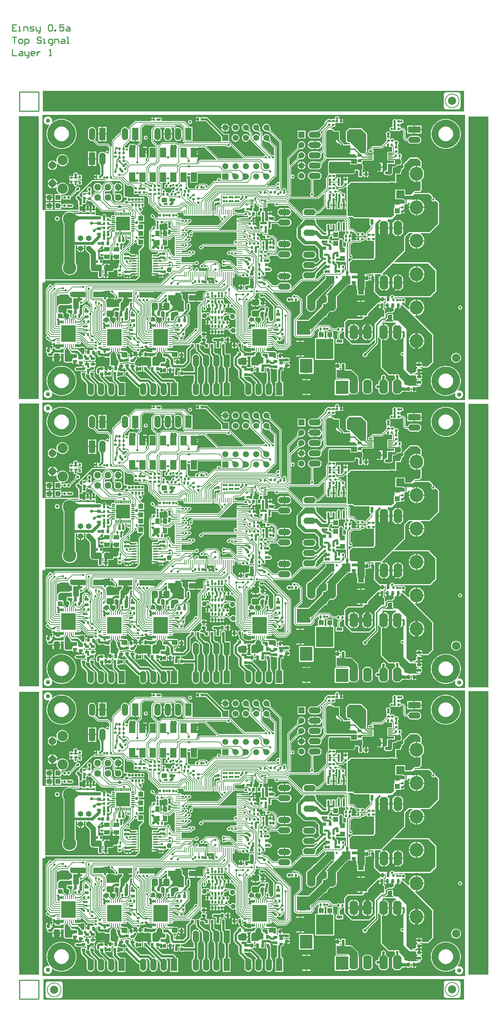
<source format=gtl>
G04 Layer_Physical_Order=1*
G04 Layer_Color=255*
%FSLAX24Y24*%
%MOIN*%
G70*
G01*
G75*
%ADD10C,0.0070*%
G04:AMPARAMS|DCode=11|XSize=78.7mil|YSize=78.7mil|CornerRadius=39.4mil|HoleSize=0mil|Usage=FLASHONLY|Rotation=90.000|XOffset=0mil|YOffset=0mil|HoleType=Round|Shape=RoundedRectangle|*
%AMROUNDEDRECTD11*
21,1,0.0787,0.0000,0,0,90.0*
21,1,0.0000,0.0787,0,0,90.0*
1,1,0.0787,0.0000,0.0000*
1,1,0.0787,0.0000,0.0000*
1,1,0.0787,0.0000,0.0000*
1,1,0.0787,0.0000,0.0000*
%
%ADD11ROUNDEDRECTD11*%
%ADD12C,0.0100*%
%ADD13C,0.0650*%
%ADD14C,0.0080*%
%ADD15R,0.1417X0.1614*%
%ADD16O,0.0098X0.0335*%
%ADD17O,0.0335X0.0098*%
%ADD18R,0.0790X0.0790*%
G04:AMPARAMS|DCode=19|XSize=29.1mil|YSize=39.4mil|CornerRadius=5.8mil|HoleSize=0mil|Usage=FLASHONLY|Rotation=90.000|XOffset=0mil|YOffset=0mil|HoleType=Round|Shape=RoundedRectangle|*
%AMROUNDEDRECTD19*
21,1,0.0291,0.0277,0,0,90.0*
21,1,0.0175,0.0394,0,0,90.0*
1,1,0.0117,0.0139,0.0087*
1,1,0.0117,0.0139,-0.0087*
1,1,0.0117,-0.0139,-0.0087*
1,1,0.0117,-0.0139,0.0087*
%
%ADD19ROUNDEDRECTD19*%
%ADD20R,0.0709X0.0543*%
G04:AMPARAMS|DCode=21|XSize=29.1mil|YSize=39.4mil|CornerRadius=5.8mil|HoleSize=0mil|Usage=FLASHONLY|Rotation=0.000|XOffset=0mil|YOffset=0mil|HoleType=Round|Shape=RoundedRectangle|*
%AMROUNDEDRECTD21*
21,1,0.0291,0.0277,0,0,0.0*
21,1,0.0175,0.0394,0,0,0.0*
1,1,0.0117,0.0087,-0.0139*
1,1,0.0117,-0.0087,-0.0139*
1,1,0.0117,-0.0087,0.0139*
1,1,0.0117,0.0087,0.0139*
%
%ADD21ROUNDEDRECTD21*%
G04:AMPARAMS|DCode=22|XSize=22mil|YSize=24mil|CornerRadius=4.4mil|HoleSize=0mil|Usage=FLASHONLY|Rotation=0.000|XOffset=0mil|YOffset=0mil|HoleType=Round|Shape=RoundedRectangle|*
%AMROUNDEDRECTD22*
21,1,0.0220,0.0152,0,0,0.0*
21,1,0.0132,0.0240,0,0,0.0*
1,1,0.0088,0.0066,-0.0076*
1,1,0.0088,-0.0066,-0.0076*
1,1,0.0088,-0.0066,0.0076*
1,1,0.0088,0.0066,0.0076*
%
%ADD22ROUNDEDRECTD22*%
G04:AMPARAMS|DCode=23|XSize=22mil|YSize=24mil|CornerRadius=4.4mil|HoleSize=0mil|Usage=FLASHONLY|Rotation=270.000|XOffset=0mil|YOffset=0mil|HoleType=Round|Shape=RoundedRectangle|*
%AMROUNDEDRECTD23*
21,1,0.0220,0.0152,0,0,270.0*
21,1,0.0132,0.0240,0,0,270.0*
1,1,0.0088,-0.0076,-0.0066*
1,1,0.0088,-0.0076,0.0066*
1,1,0.0088,0.0076,0.0066*
1,1,0.0088,0.0076,-0.0066*
%
%ADD23ROUNDEDRECTD23*%
%ADD24R,0.0264X0.0346*%
%ADD25R,0.0346X0.0264*%
%ADD26R,0.0591X0.0917*%
G04:AMPARAMS|DCode=27|XSize=50mil|YSize=50mil|CornerRadius=25mil|HoleSize=0mil|Usage=FLASHONLY|Rotation=270.000|XOffset=0mil|YOffset=0mil|HoleType=Round|Shape=RoundedRectangle|*
%AMROUNDEDRECTD27*
21,1,0.0500,0.0000,0,0,270.0*
21,1,0.0000,0.0500,0,0,270.0*
1,1,0.0500,0.0000,0.0000*
1,1,0.0500,0.0000,0.0000*
1,1,0.0500,0.0000,0.0000*
1,1,0.0500,0.0000,0.0000*
%
%ADD27ROUNDEDRECTD27*%
%ADD28R,0.0480X0.0480*%
%ADD29R,0.0480X0.0480*%
%ADD30R,0.2008X0.0782*%
%ADD31R,0.0420X0.0520*%
%ADD32R,0.0236X0.0315*%
%ADD33R,0.0240X0.0240*%
%ADD34R,0.1260X0.0630*%
%ADD35R,0.0790X0.0790*%
%ADD36R,0.0200X0.0280*%
%ADD37R,0.0520X0.0420*%
%ADD38R,0.0543X0.0709*%
%ADD39C,0.0600*%
G04:AMPARAMS|DCode=40|XSize=40mil|YSize=40mil|CornerRadius=20mil|HoleSize=0mil|Usage=FLASHONLY|Rotation=0.000|XOffset=0mil|YOffset=0mil|HoleType=Round|Shape=RoundedRectangle|*
%AMROUNDEDRECTD40*
21,1,0.0400,0.0000,0,0,0.0*
21,1,0.0000,0.0400,0,0,0.0*
1,1,0.0400,0.0000,0.0000*
1,1,0.0400,0.0000,0.0000*
1,1,0.0400,0.0000,0.0000*
1,1,0.0400,0.0000,0.0000*
%
%ADD40ROUNDEDRECTD40*%
%ADD41R,0.0240X0.0600*%
%ADD42R,0.0500X0.0150*%
%ADD43R,0.0354X0.1299*%
%ADD44R,0.0200X0.0260*%
G04:AMPARAMS|DCode=45|XSize=63mil|YSize=71mil|CornerRadius=15.8mil|HoleSize=0mil|Usage=FLASHONLY|Rotation=90.000|XOffset=0mil|YOffset=0mil|HoleType=Round|Shape=RoundedRectangle|*
%AMROUNDEDRECTD45*
21,1,0.0630,0.0395,0,0,90.0*
21,1,0.0315,0.0710,0,0,90.0*
1,1,0.0315,0.0198,0.0158*
1,1,0.0315,0.0198,-0.0158*
1,1,0.0315,-0.0198,-0.0158*
1,1,0.0315,-0.0198,0.0158*
%
%ADD45ROUNDEDRECTD45*%
G04:AMPARAMS|DCode=46|XSize=63mil|YSize=71mil|CornerRadius=15.8mil|HoleSize=0mil|Usage=FLASHONLY|Rotation=180.000|XOffset=0mil|YOffset=0mil|HoleType=Round|Shape=RoundedRectangle|*
%AMROUNDEDRECTD46*
21,1,0.0630,0.0395,0,0,180.0*
21,1,0.0315,0.0710,0,0,180.0*
1,1,0.0315,-0.0158,0.0198*
1,1,0.0315,0.0158,0.0198*
1,1,0.0315,0.0158,-0.0198*
1,1,0.0315,-0.0158,-0.0198*
%
%ADD46ROUNDEDRECTD46*%
%ADD47R,0.0217X0.0197*%
%ADD48R,0.1339X0.0551*%
G04:AMPARAMS|DCode=49|XSize=52mil|YSize=60mil|CornerRadius=13mil|HoleSize=0mil|Usage=FLASHONLY|Rotation=180.000|XOffset=0mil|YOffset=0mil|HoleType=Round|Shape=RoundedRectangle|*
%AMROUNDEDRECTD49*
21,1,0.0520,0.0340,0,0,180.0*
21,1,0.0260,0.0600,0,0,180.0*
1,1,0.0260,-0.0130,0.0170*
1,1,0.0260,0.0130,0.0170*
1,1,0.0260,0.0130,-0.0170*
1,1,0.0260,-0.0130,-0.0170*
%
%ADD49ROUNDEDRECTD49*%
%ADD50R,0.0433X0.0669*%
G04:AMPARAMS|DCode=51|XSize=52mil|YSize=60mil|CornerRadius=13mil|HoleSize=0mil|Usage=FLASHONLY|Rotation=270.000|XOffset=0mil|YOffset=0mil|HoleType=Round|Shape=RoundedRectangle|*
%AMROUNDEDRECTD51*
21,1,0.0520,0.0340,0,0,270.0*
21,1,0.0260,0.0600,0,0,270.0*
1,1,0.0260,-0.0170,-0.0130*
1,1,0.0260,-0.0170,0.0130*
1,1,0.0260,0.0170,0.0130*
1,1,0.0260,0.0170,-0.0130*
%
%ADD51ROUNDEDRECTD51*%
%ADD52R,0.0551X0.1339*%
%ADD53R,0.0560X0.0280*%
%ADD54R,0.1700X0.1970*%
%ADD55R,0.1970X0.1700*%
%ADD56R,0.0280X0.0560*%
%ADD57O,0.0098X0.0512*%
%ADD58O,0.0512X0.0098*%
%ADD59R,0.0197X0.0217*%
%ADD60R,0.0315X0.0117*%
%ADD61R,0.1370X0.1370*%
G04:AMPARAMS|DCode=62|XSize=11mil|YSize=31.5mil|CornerRadius=4.4mil|HoleSize=0mil|Usage=FLASHONLY|Rotation=270.000|XOffset=0mil|YOffset=0mil|HoleType=Round|Shape=RoundedRectangle|*
%AMROUNDEDRECTD62*
21,1,0.0110,0.0227,0,0,270.0*
21,1,0.0022,0.0315,0,0,270.0*
1,1,0.0088,-0.0113,-0.0011*
1,1,0.0088,-0.0113,0.0011*
1,1,0.0088,0.0113,0.0011*
1,1,0.0088,0.0113,-0.0011*
%
%ADD62ROUNDEDRECTD62*%
G04:AMPARAMS|DCode=63|XSize=11mil|YSize=31.5mil|CornerRadius=4.4mil|HoleSize=0mil|Usage=FLASHONLY|Rotation=180.000|XOffset=0mil|YOffset=0mil|HoleType=Round|Shape=RoundedRectangle|*
%AMROUNDEDRECTD63*
21,1,0.0110,0.0227,0,0,180.0*
21,1,0.0022,0.0315,0,0,180.0*
1,1,0.0088,-0.0011,0.0113*
1,1,0.0088,0.0011,0.0113*
1,1,0.0088,0.0011,-0.0113*
1,1,0.0088,-0.0011,-0.0113*
%
%ADD63ROUNDEDRECTD63*%
%ADD64R,0.0402X0.0117*%
G04:AMPARAMS|DCode=65|XSize=105mil|YSize=105mil|CornerRadius=26.2mil|HoleSize=0mil|Usage=FLASHONLY|Rotation=180.000|XOffset=0mil|YOffset=0mil|HoleType=Round|Shape=RoundedRectangle|*
%AMROUNDEDRECTD65*
21,1,0.1050,0.0525,0,0,180.0*
21,1,0.0525,0.1050,0,0,180.0*
1,1,0.0525,-0.0262,0.0262*
1,1,0.0525,0.0262,0.0262*
1,1,0.0525,0.0262,-0.0262*
1,1,0.0525,-0.0262,-0.0262*
%
%ADD65ROUNDEDRECTD65*%
G04:AMPARAMS|DCode=66|XSize=23.6mil|YSize=24mil|CornerRadius=4.7mil|HoleSize=0mil|Usage=FLASHONLY|Rotation=90.000|XOffset=0mil|YOffset=0mil|HoleType=Round|Shape=RoundedRectangle|*
%AMROUNDEDRECTD66*
21,1,0.0236,0.0146,0,0,90.0*
21,1,0.0142,0.0240,0,0,90.0*
1,1,0.0094,0.0073,0.0071*
1,1,0.0094,0.0073,-0.0071*
1,1,0.0094,-0.0073,-0.0071*
1,1,0.0094,-0.0073,0.0071*
%
%ADD66ROUNDEDRECTD66*%
%ADD67C,0.0200*%
%ADD68C,0.0060*%
%ADD69C,0.0220*%
%ADD70C,0.0095*%
%ADD71C,0.0140*%
%ADD72C,0.0115*%
%ADD73C,0.0120*%
%ADD74C,0.0500*%
%ADD75C,0.0110*%
%ADD76C,0.0240*%
%ADD77C,0.0160*%
%ADD78C,0.0180*%
%ADD79C,0.0150*%
%ADD80C,0.0230*%
%ADD81C,0.0300*%
%ADD82C,0.0750*%
%ADD83C,0.0360*%
%ADD84C,0.0250*%
%ADD85C,0.0350*%
%ADD86C,0.0450*%
%ADD87C,0.0090*%
%ADD88C,0.0700*%
%ADD89C,0.0270*%
%ADD90C,0.0400*%
%ADD91C,0.0320*%
%ADD92C,0.0280*%
%ADD93C,0.1000*%
%ADD94C,0.0340*%
%ADD95R,0.1860X0.0783*%
%ADD96R,0.1220X0.1340*%
%ADD97R,0.1280X0.1320*%
%ADD98R,0.1230X0.1350*%
%ADD99R,0.1220X0.1330*%
%ADD100R,0.1230X0.1310*%
%ADD101R,0.1380X0.1160*%
%ADD102R,0.1320X0.1255*%
G04:AMPARAMS|DCode=103|XSize=133mil|YSize=83mil|CornerRadius=0mil|HoleSize=0mil|Usage=FLASHONLY|Rotation=270.000|XOffset=0mil|YOffset=0mil|HoleType=Round|Shape=Octagon|*
%AMOCTAGOND103*
4,1,8,-0.0208,-0.0665,0.0208,-0.0665,0.0415,-0.0457,0.0415,0.0457,0.0208,0.0665,-0.0208,0.0665,-0.0415,0.0457,-0.0415,-0.0457,-0.0208,-0.0665,0.0*
%
%ADD103OCTAGOND103*%

%ADD104R,0.0600X0.1200*%
%ADD105O,0.0600X0.1200*%
%ADD106O,0.1200X0.0600*%
%ADD107R,0.1200X0.0600*%
%ADD108C,0.0800*%
%ADD109P,0.0758X8X292.5*%
%ADD110C,0.1000*%
%ADD111C,0.0540*%
%ADD112C,0.1305*%
%ADD113P,0.0671X8X22.5*%
%ADD114O,0.0825X0.1650*%
%ADD115R,0.0591X0.0591*%
%ADD116C,0.0591*%
%ADD117O,0.1181X0.0591*%
%ADD118R,0.0591X0.0591*%
%ADD119O,0.1300X0.1360*%
%ADD120C,0.0220*%
%ADD121C,0.0300*%
%ADD122C,0.0320*%
%ADD123C,0.0290*%
G36*
X43681Y86683D02*
X2697D01*
Y88681D01*
X43681D01*
Y86683D01*
D02*
G37*
G36*
X31399Y85967D02*
X31394Y85961D01*
X31390Y85954D01*
X31387Y85946D01*
X31384Y85938D01*
X31381Y85929D01*
X31379Y85920D01*
X31378Y85909D01*
X31377Y85899D01*
X31377Y85887D01*
X31277D01*
X31277Y85899D01*
X31274Y85920D01*
X31273Y85929D01*
X31270Y85938D01*
X31267Y85946D01*
X31264Y85954D01*
X31260Y85961D01*
X31255Y85967D01*
X31250Y85973D01*
X31404D01*
X31399Y85967D01*
D02*
G37*
G36*
X43779Y58623D02*
X2639D01*
Y70076D01*
X2923D01*
Y70262D01*
X11712D01*
X11751Y70269D01*
X11784Y70292D01*
X12100Y70607D01*
X12122Y70640D01*
X12130Y70679D01*
Y73176D01*
X12517Y73564D01*
X12539Y73597D01*
X12547Y73636D01*
X12539Y73675D01*
X12535Y73686D01*
Y74326D01*
X12053D01*
X12046Y74333D01*
X12044Y74339D01*
X12043Y74350D01*
X12039Y74357D01*
X12036Y74365D01*
X12028Y74374D01*
X12025Y74380D01*
X12026Y74385D01*
X12027Y74404D01*
X12029Y74422D01*
X12028Y74424D01*
X12028Y74425D01*
X12022Y74442D01*
X12016Y74460D01*
X12015Y74461D01*
X12015Y74462D01*
X12010Y74468D01*
X12010Y74469D01*
X12051Y74519D01*
X12535D01*
Y75136D01*
X12544D01*
Y75776D01*
X12080D01*
X12043Y75826D01*
X12055Y75886D01*
X12046Y75931D01*
X12078Y75969D01*
X12544D01*
Y76609D01*
X12376D01*
X12337Y76634D01*
X12328Y76677D01*
X12304Y76713D01*
X12144Y76873D01*
X12168Y76919D01*
X12174Y76918D01*
X12264Y76936D01*
X12340Y76987D01*
X12391Y77063D01*
X12408Y77153D01*
X12391Y77242D01*
X12340Y77319D01*
X12302Y77344D01*
X12317Y77394D01*
X12552D01*
Y77814D01*
X11368D01*
X11299Y77884D01*
X11318Y77930D01*
X12552D01*
Y78350D01*
X11240D01*
X11240Y78350D01*
X11190Y78335D01*
X11180Y78337D01*
X11179Y78337D01*
X11179Y78337D01*
X11178Y78337D01*
X11163Y78347D01*
X11073Y78364D01*
X10983Y78347D01*
X10963Y78352D01*
X10954Y78369D01*
X10944Y78381D01*
X10936Y78393D01*
X10932Y78396D01*
X10928Y78400D01*
X10915Y78407D01*
X10903Y78415D01*
X10898Y78416D01*
X10893Y78419D01*
X10879Y78420D01*
X10864Y78423D01*
X10648D01*
X10639Y79602D01*
X10635Y79621D01*
X10631Y79640D01*
X10631Y79640D01*
X10631Y79641D01*
X10620Y79657D01*
X10609Y79673D01*
X10315Y79967D01*
X10334Y80018D01*
X10368Y80022D01*
X10888Y79502D01*
X10888Y79502D01*
X10924Y79477D01*
X10967Y79469D01*
X11315D01*
X11527Y79257D01*
Y79148D01*
X11537Y79099D01*
X11564Y79058D01*
X11570Y79054D01*
Y78994D01*
X11564Y78990D01*
X11537Y78949D01*
X11527Y78901D01*
Y78769D01*
X11537Y78720D01*
X11564Y78679D01*
X11605Y78652D01*
X11653Y78642D01*
X11805D01*
X11854Y78652D01*
X11895Y78679D01*
X11899Y78686D01*
X11959D01*
X11964Y78678D01*
X12005Y78651D01*
X12022Y78647D01*
X12026Y78631D01*
X12050Y78594D01*
X12110Y78534D01*
X12110Y78534D01*
X12146Y78510D01*
X12189Y78501D01*
X12189Y78501D01*
X12743D01*
X12967Y78277D01*
Y77814D01*
X12967Y77814D01*
X12976Y77771D01*
X13000Y77734D01*
X13880Y76854D01*
X13896Y76844D01*
X13903Y76808D01*
X13903Y76787D01*
X13902Y76784D01*
X13875Y76743D01*
X13864Y76687D01*
Y76661D01*
X14077D01*
Y76561D01*
X13864D01*
Y76535D01*
X13875Y76479D01*
X13907Y76431D01*
X13946Y76405D01*
X13940Y76362D01*
X13937Y76355D01*
X13696D01*
X13601Y76451D01*
X13598Y76468D01*
X13597Y76470D01*
X13596Y76472D01*
X13587Y76487D01*
X13578Y76502D01*
X13575Y76505D01*
X13575Y76505D01*
X13574Y76507D01*
X13573Y76509D01*
X13573Y76513D01*
X13572Y76518D01*
X13571Y76524D01*
X13571Y76534D01*
X13567Y76553D01*
X13564Y76572D01*
X13563Y76572D01*
X13563Y76573D01*
X13552Y76589D01*
X13541Y76605D01*
X13541Y76605D01*
X13540Y76606D01*
X13539Y76607D01*
X13538Y76608D01*
X13496Y76671D01*
X13434Y76713D01*
X13359Y76727D01*
X13285Y76713D01*
X13222Y76671D01*
X13180Y76608D01*
X13166Y76534D01*
X13180Y76459D01*
X13222Y76397D01*
X13285Y76355D01*
X13286Y76354D01*
X13287Y76353D01*
X13288Y76352D01*
X13288Y76352D01*
X13304Y76341D01*
X13320Y76330D01*
X13321Y76330D01*
X13321Y76329D01*
X13340Y76326D01*
X13359Y76322D01*
X13369Y76322D01*
X13375Y76321D01*
X13380Y76320D01*
X13384Y76320D01*
X13386Y76319D01*
X13388Y76318D01*
X13388Y76318D01*
X13391Y76315D01*
X13406Y76306D01*
X13421Y76297D01*
X13423Y76296D01*
X13425Y76295D01*
X13442Y76292D01*
X13570Y76164D01*
X13570Y76164D01*
X13607Y76140D01*
X13650Y76131D01*
X13670D01*
X13672Y76129D01*
X13692Y76081D01*
X13675Y76055D01*
X13665Y76007D01*
Y75855D01*
X13675Y75807D01*
X13697Y75774D01*
X13687Y75759D01*
X13686Y75758D01*
X13686Y75757D01*
X13683Y75739D01*
X13679Y75720D01*
X13680Y75719D01*
X13679Y75718D01*
X13680Y75716D01*
X13666Y75644D01*
X13679Y75574D01*
X13679Y75571D01*
X13679Y75570D01*
X13679Y75569D01*
X13681Y75557D01*
X13676Y75544D01*
X13674Y75541D01*
X13635Y75512D01*
X13594Y75539D01*
X13546Y75549D01*
X13414D01*
X13365Y75539D01*
X13324Y75512D01*
X13297Y75471D01*
X13287Y75422D01*
Y75312D01*
X13060Y75085D01*
X13036Y75049D01*
X13027Y75006D01*
X13027Y75006D01*
Y73384D01*
X13027Y73384D01*
X13036Y73341D01*
X13060Y73304D01*
X13310Y73054D01*
X13310Y73054D01*
X13346Y73030D01*
X13389Y73021D01*
X13916D01*
X13931Y72990D01*
X13933Y72971D01*
X13773Y72811D01*
X13318D01*
Y72582D01*
X13298D01*
Y72456D01*
X13648D01*
Y72357D01*
X13298D01*
Y72231D01*
X13318D01*
Y71807D01*
X13318D01*
Y71497D01*
X13318D01*
Y71076D01*
X13298D01*
Y70951D01*
X13648D01*
Y70901D01*
X13698D01*
Y70726D01*
X13990D01*
Y70672D01*
X14001Y70615D01*
X14033Y70568D01*
X14080Y70536D01*
X14137Y70525D01*
X14163D01*
Y70738D01*
X14213D01*
Y70788D01*
X14435D01*
Y70804D01*
X14426Y70852D01*
X14428Y70857D01*
X14445Y70876D01*
X14463Y70891D01*
X14537Y70877D01*
X14627Y70894D01*
X14703Y70945D01*
X14736Y70995D01*
X14798Y71010D01*
X14820Y70993D01*
X14901Y70960D01*
X14958Y70952D01*
X14976Y70899D01*
X14080Y70003D01*
X3945D01*
X3945Y70003D01*
X3902Y69995D01*
X3865Y69970D01*
X3637Y69742D01*
X3589Y69757D01*
X3586Y69775D01*
X3544Y69838D01*
X3481Y69880D01*
X3407Y69895D01*
X3333Y69880D01*
X3270Y69838D01*
X3228Y69775D01*
X3228Y69774D01*
X3226Y69773D01*
X3225Y69773D01*
X3225Y69772D01*
X3214Y69756D01*
X3203Y69741D01*
X3203Y69740D01*
X3203Y69739D01*
X3199Y69720D01*
X3195Y69702D01*
X3195Y69692D01*
X3194Y69686D01*
X3194Y69681D01*
X3193Y69677D01*
X3192Y69674D01*
X3192Y69673D01*
X3191Y69672D01*
X3189Y69669D01*
X3180Y69654D01*
X3170Y69640D01*
X3169Y69637D01*
X3168Y69635D01*
X3166Y69619D01*
X3018Y69470D01*
X2993Y69434D01*
X2985Y69391D01*
X2985Y69391D01*
Y65121D01*
X2985Y65121D01*
X2993Y65078D01*
X3018Y65042D01*
X3131Y64929D01*
X3114Y64874D01*
X3093Y64870D01*
X3030Y64828D01*
X2988Y64765D01*
X2973Y64691D01*
X2988Y64617D01*
X3030Y64554D01*
X3093Y64512D01*
X3093Y64512D01*
X3095Y64511D01*
X3096Y64509D01*
X3110Y64499D01*
X3125Y64489D01*
X3127Y64488D01*
X3129Y64487D01*
X3146Y64483D01*
X3159Y64480D01*
X3160Y64480D01*
X3161Y64480D01*
X3161Y64480D01*
X3162Y64479D01*
X3172Y64471D01*
X3177Y64466D01*
X3193Y64456D01*
X3208Y64446D01*
X3210Y64445D01*
X3211Y64445D01*
X3229Y64441D01*
X3333Y64337D01*
X3337Y64335D01*
X3350Y64326D01*
X3376Y64309D01*
X3427Y64299D01*
X3427Y64299D01*
X3576D01*
X3591Y64276D01*
Y64234D01*
X3577Y64224D01*
X3545Y64176D01*
X3534Y64120D01*
Y64104D01*
X3757D01*
Y64054D01*
X3807D01*
Y63841D01*
X3833D01*
X3889Y63852D01*
X3937Y63884D01*
X3968Y63932D01*
X3980Y63988D01*
Y64060D01*
D01*
X4030Y64086D01*
D01*
D01*
X4045Y64076D01*
X4048Y64074D01*
X4098Y64064D01*
X4284D01*
X4310Y64056D01*
X4363Y64059D01*
X4380Y63980D01*
X4484D01*
Y63880D01*
X4365D01*
X4332Y63826D01*
Y63812D01*
X4344Y63754D01*
X4377Y63704D01*
X4382Y63641D01*
D01*
X4347Y63605D01*
X3993D01*
Y63610D01*
X3982Y63664D01*
X3952Y63709D01*
X3906Y63740D01*
X3852Y63751D01*
X3677D01*
X3623Y63740D01*
X3577Y63709D01*
X3547Y63664D01*
X3536Y63610D01*
Y63496D01*
X3528Y63490D01*
X3478Y63517D01*
Y63610D01*
X3466Y63671D01*
X3431Y63724D01*
X3378Y63759D01*
X3317Y63771D01*
X3279D01*
Y63471D01*
X3229D01*
Y63421D01*
X2980D01*
Y63333D01*
X2993Y63271D01*
X3028Y63218D01*
X3080Y63183D01*
X3093Y63181D01*
X3109Y63142D01*
X3108Y63127D01*
X3093Y63051D01*
X3108Y62973D01*
X3153Y62907D01*
X3219Y62863D01*
X3297Y62847D01*
X3517D01*
X3570Y62858D01*
X3594Y62841D01*
X4037D01*
X4454D01*
Y62989D01*
X4445Y63056D01*
X4439Y63070D01*
X4428Y63098D01*
D01*
D01*
X4461Y63142D01*
X4477Y63139D01*
X4705D01*
Y62461D01*
X4713Y62422D01*
X4735Y62389D01*
X4845Y62279D01*
X4878Y62257D01*
X4917Y62249D01*
X5457D01*
X5488Y62255D01*
X5539Y62254D01*
X5574Y62202D01*
X5627Y62167D01*
X5688Y62155D01*
X5777D01*
Y62403D01*
X5877D01*
Y62155D01*
X5965D01*
X6027Y62167D01*
X6047Y62180D01*
X6058Y62179D01*
X6101Y62156D01*
X6109Y62114D01*
X6144Y62062D01*
X6197Y62027D01*
X6258Y62015D01*
X6347D01*
Y62263D01*
X6447D01*
Y62015D01*
X6535D01*
X6597Y62027D01*
X6597D01*
X6622Y62043D01*
X6634Y62042D01*
X6676Y62019D01*
X6684Y61977D01*
X6704Y61947D01*
X6677Y61897D01*
X6386D01*
Y61858D01*
X5982D01*
X5904Y61842D01*
X5837Y61798D01*
X5793Y61732D01*
X5778Y61654D01*
X5793Y61576D01*
X5837Y61509D01*
X5904Y61465D01*
X5982Y61450D01*
X6608D01*
X6686Y61465D01*
X6698Y61474D01*
X6893D01*
X6906Y61429D01*
Y61418D01*
X6893Y61374D01*
X6856Y61374D01*
X6386D01*
Y60950D01*
X6435D01*
Y60814D01*
X6451Y60736D01*
X6495Y60669D01*
X6832Y60333D01*
X6833Y60329D01*
X6836Y60316D01*
X6839Y60310D01*
X6841Y60304D01*
X6849Y60294D01*
X6857Y60282D01*
X6897Y60240D01*
X6929Y60204D01*
X6953Y60172D01*
X6970Y60147D01*
X6975Y60137D01*
X6969Y60132D01*
X6966Y60126D01*
X6961Y60121D01*
X6956Y60109D01*
X6950Y60097D01*
X6949Y60090D01*
X6947Y60084D01*
X6947Y60071D01*
X6946Y60057D01*
X6948Y60051D01*
X6948Y60044D01*
X6954Y60032D01*
X6957Y60019D01*
X6958Y60018D01*
X6956Y60004D01*
Y59404D01*
X6969Y59304D01*
X7007Y59212D01*
X7068Y59133D01*
X7148Y59072D01*
X7240Y59033D01*
X7339Y59020D01*
X7439Y59033D01*
X7531Y59072D01*
X7610Y59133D01*
X7671Y59212D01*
X7710Y59304D01*
X7723Y59404D01*
Y60004D01*
X7710Y60103D01*
X7671Y60195D01*
X7610Y60275D01*
X7546Y60324D01*
X7545Y60327D01*
X7545Y60327D01*
X7544Y60329D01*
X7533Y60343D01*
X7521Y60358D01*
X7520Y60359D01*
X7519Y60359D01*
X7503Y60368D01*
X7487Y60378D01*
X7457Y60388D01*
X7431Y60398D01*
X7404Y60410D01*
X7379Y60423D01*
X7325Y60458D01*
X7301Y60475D01*
X7248Y60520D01*
X7222Y60545D01*
X7218Y60548D01*
X7215Y60551D01*
X7201Y60558D01*
X7188Y60567D01*
X7184Y60567D01*
X7180Y60569D01*
X7171Y60570D01*
X6843Y60898D01*
Y60950D01*
X6893D01*
Y61171D01*
X6943Y61186D01*
X6962Y61157D01*
X7025Y61115D01*
X7099Y61100D01*
X7166Y61113D01*
X7213Y61094D01*
X7216Y61092D01*
Y60950D01*
X7276D01*
Y60874D01*
X7290Y60799D01*
X7332Y60737D01*
X7811Y60258D01*
X7814Y60241D01*
X7814Y60241D01*
X7815Y60240D01*
X7825Y60224D01*
X7835Y60208D01*
X7873Y60169D01*
X7902Y60135D01*
X7926Y60105D01*
X7943Y60080D01*
X7953Y60060D01*
X7957Y60050D01*
X7953Y60043D01*
X7946Y60032D01*
X7945Y60025D01*
X7942Y60018D01*
X7941Y60006D01*
X7938Y59993D01*
X7940Y59986D01*
X7939Y59979D01*
X7944Y59967D01*
X7946Y59954D01*
X7950Y59948D01*
X7952Y59941D01*
X7956Y59937D01*
Y59404D01*
X7969Y59304D01*
X8007Y59212D01*
X8068Y59133D01*
X8148Y59072D01*
X8240Y59033D01*
X8339Y59020D01*
X8439Y59033D01*
X8531Y59072D01*
X8610Y59133D01*
X8671Y59212D01*
X8710Y59304D01*
X8723Y59404D01*
Y60004D01*
X8710Y60103D01*
X8671Y60195D01*
X8610Y60275D01*
X8531Y60336D01*
X8439Y60374D01*
X8419Y60376D01*
X8413Y60380D01*
X8404Y60389D01*
X8397Y60391D01*
X8391Y60396D01*
X8378Y60398D01*
X8366Y60402D01*
X8359Y60402D01*
X8352Y60403D01*
X8339Y60401D01*
X8326Y60400D01*
X8320Y60397D01*
X8313Y60396D01*
X8302Y60389D01*
X8294Y60385D01*
X8283Y60389D01*
X8263Y60400D01*
X8239Y60416D01*
X8173Y60471D01*
X8135Y60508D01*
X8119Y60518D01*
X8103Y60528D01*
X8102Y60529D01*
X8102Y60529D01*
X8085Y60532D01*
X7706Y60911D01*
X7723Y60950D01*
X7723D01*
Y61374D01*
X7392D01*
X7379Y61395D01*
X7373Y61424D01*
X7423Y61474D01*
X7723D01*
Y61881D01*
X7752Y61887D01*
X7805Y61922D01*
X7840Y61974D01*
X7852Y62036D01*
Y62073D01*
X7552D01*
Y62123D01*
X7502D01*
Y62372D01*
X7413D01*
X7352Y62360D01*
X7299Y62325D01*
X7293Y62315D01*
X7233D01*
X7225Y62327D01*
X7172Y62362D01*
X7110Y62374D01*
X7022D01*
Y62126D01*
X6922D01*
Y62374D01*
X6833D01*
X6772Y62362D01*
X6747Y62346D01*
X6734Y62347D01*
X6693Y62370D01*
X6685Y62413D01*
X6661Y62448D01*
X6676Y62503D01*
X6704Y62511D01*
X6713Y62505D01*
X6734Y62474D01*
X6779Y62443D01*
X6833Y62433D01*
X7110D01*
X7164Y62443D01*
X7210Y62474D01*
X7234Y62509D01*
X7258Y62513D01*
X7271Y62513D01*
X7289Y62509D01*
X7314Y62472D01*
X7359Y62441D01*
X7413Y62430D01*
X7690D01*
X7744Y62441D01*
X7790Y62472D01*
X7821Y62517D01*
X7831Y62571D01*
Y62746D01*
X7821Y62800D01*
X7790Y62846D01*
X7754Y62870D01*
X7756Y62911D01*
X7760Y62922D01*
X7781Y62926D01*
X7833Y62961D01*
X7868Y63013D01*
X7880Y63075D01*
Y63164D01*
X7632D01*
Y63264D01*
X7880D01*
Y63352D01*
X7873Y63391D01*
X7870Y63402D01*
D01*
X7905Y63442D01*
X7916Y63444D01*
X7945Y63412D01*
D01*
D01*
X7949Y63405D01*
X7944Y63379D01*
X7939Y63352D01*
Y63075D01*
X7949Y63021D01*
X7980Y62975D01*
X8019Y62950D01*
X8020Y62947D01*
X8060Y62907D01*
X8060Y62907D01*
X8074Y62898D01*
X8083Y62832D01*
X8067Y62811D01*
X8673D01*
X8698Y62785D01*
X8705Y62781D01*
D01*
X8707Y62780D01*
X8714Y62773D01*
X8720Y62768D01*
X8730Y62764D01*
X8738Y62759D01*
X8748Y62757D01*
X8757Y62753D01*
X8767D01*
X8777Y62751D01*
X8827D01*
X8870Y62708D01*
X8908Y62751D01*
X9139D01*
X9174Y62701D01*
X9170Y62681D01*
Y62286D01*
X9175Y62261D01*
X9179Y62240D01*
Y62101D01*
X9185Y62071D01*
X9167Y62038D01*
X9154Y62021D01*
X9152D01*
X9090Y62009D01*
X9038Y61974D01*
X9003Y61921D01*
X8990Y61860D01*
Y61771D01*
X9488D01*
Y61852D01*
X9499Y61860D01*
X9499D01*
X9546Y61814D01*
Y61583D01*
X9557Y61529D01*
X9585Y61487D01*
X9580Y61467D01*
X9566Y61437D01*
X9489D01*
Y60930D01*
X9497D01*
Y60622D01*
X9513Y60544D01*
X9557Y60478D01*
X9772Y60262D01*
X9773Y60259D01*
X9775Y60247D01*
X9779Y60240D01*
X9782Y60233D01*
X9790Y60223D01*
X9796Y60213D01*
X9880Y60122D01*
X9910Y60086D01*
X9932Y60053D01*
X9947Y60027D01*
X9955Y60008D01*
X9957Y60000D01*
X9956Y59998D01*
X9952Y59987D01*
X9945Y59976D01*
X9944Y59969D01*
X9941Y59961D01*
X9942Y59949D01*
X9940Y59937D01*
X9942Y59929D01*
X9942Y59922D01*
X9947Y59910D01*
X9950Y59899D01*
X9955Y59892D01*
X9958Y59885D01*
X9959Y59884D01*
Y59024D01*
X10719D01*
Y60384D01*
X10417D01*
X10408Y60391D01*
X10401Y60393D01*
X10393Y60398D01*
X10382Y60399D01*
X10370Y60403D01*
X10362Y60402D01*
X10354Y60403D01*
X10343Y60400D01*
X10331Y60399D01*
X10324Y60395D01*
X10315Y60393D01*
X10306Y60386D01*
X10302Y60384D01*
X10298D01*
X10281Y60391D01*
X10255Y60406D01*
X10223Y60428D01*
X10139Y60499D01*
X10091Y60545D01*
X10087Y60548D01*
X10084Y60552D01*
X10070Y60559D01*
X10058Y60567D01*
X10053Y60568D01*
X10048Y60570D01*
X10041Y60571D01*
X9905Y60706D01*
Y60845D01*
X9949Y60869D01*
X9955Y60865D01*
X10029Y60850D01*
X10034Y60851D01*
X10039Y60850D01*
X10117Y60865D01*
X10184Y60909D01*
X10195Y60920D01*
X10549D01*
Y61427D01*
X10198D01*
X10184Y61448D01*
X10117Y61492D01*
X10039Y61508D01*
X10033Y61506D01*
X9996Y61550D01*
X10003Y61583D01*
Y61735D01*
X10053Y61750D01*
X10077Y61714D01*
X10129Y61679D01*
X10191Y61667D01*
X10279D01*
Y61916D01*
Y62165D01*
X10191D01*
X10159Y62197D01*
X10174Y62210D01*
X10200Y62223D01*
X10468D01*
X10522Y62234D01*
X10542Y62247D01*
X10561D01*
X10639Y62263D01*
X10688Y62296D01*
X10854D01*
X10893Y62304D01*
X11123D01*
X11162Y62278D01*
X11171Y62264D01*
X11217Y62234D01*
X11271Y62223D01*
X11548D01*
X11602Y62234D01*
X11648Y62264D01*
X11678Y62310D01*
X11689Y62364D01*
Y62435D01*
X11824Y62569D01*
X11868Y62636D01*
X11883Y62714D01*
X11868Y62792D01*
X11824Y62858D01*
X11757Y62902D01*
X11679Y62918D01*
X11601Y62902D01*
X11573Y62883D01*
X11523Y62910D01*
Y62941D01*
X11275D01*
X11026D01*
Y62853D01*
X11038Y62791D01*
X11047Y62777D01*
X11020Y62727D01*
X10969D01*
X10943Y62777D01*
X10957Y62799D01*
X10968Y62853D01*
Y62896D01*
X10971Y62911D01*
Y63201D01*
X10956Y63275D01*
X10914Y63338D01*
X10851Y63380D01*
X10777Y63395D01*
X10516D01*
X10484Y63433D01*
X10488Y63452D01*
Y63520D01*
X10336D01*
Y63620D01*
X10488D01*
Y63657D01*
D01*
X10488Y63688D01*
X10501Y63692D01*
X10536Y63704D01*
X10722D01*
X10772Y63714D01*
X10815Y63743D01*
X10843Y63785D01*
X10853Y63836D01*
X10847Y63871D01*
X10852Y63880D01*
X10868Y63892D01*
X10894Y63908D01*
X10912Y63905D01*
X10929Y63901D01*
X10937Y63900D01*
X10941Y63900D01*
X10944Y63899D01*
X10947Y63899D01*
X10949Y63898D01*
X10952Y63897D01*
X10954Y63895D01*
X10957Y63893D01*
X10960Y63891D01*
X10966Y63886D01*
X10968Y63884D01*
X10970Y63882D01*
X10985Y63874D01*
X11000Y63865D01*
X11003Y63864D01*
X11005Y63863D01*
X11018Y63862D01*
X11468Y63412D01*
X11468Y63412D01*
X11504Y63387D01*
X11547Y63379D01*
X11547Y63379D01*
X11748D01*
X11761Y63369D01*
X11764Y63368D01*
X11766Y63367D01*
X11783Y63364D01*
X11800Y63359D01*
X11804Y63359D01*
X11805Y63359D01*
X11806Y63358D01*
X11808Y63357D01*
X11812Y63355D01*
X11816Y63352D01*
X11820Y63348D01*
X11827Y63341D01*
X11843Y63330D01*
X11859Y63320D01*
X11860Y63320D01*
X11861Y63319D01*
X11873Y63317D01*
X11894Y63289D01*
X11894Y63288D01*
X11901Y63275D01*
X11901Y63271D01*
X11901Y63264D01*
X11890Y63210D01*
Y63121D01*
X12139D01*
X12388D01*
Y63210D01*
X12376Y63271D01*
X12341Y63324D01*
X12288Y63359D01*
X12227Y63371D01*
X12178D01*
X12158Y63409D01*
X12157Y63421D01*
X12171Y63491D01*
X12156Y63565D01*
X12147Y63578D01*
X12167Y63606D01*
X12181Y63617D01*
X12192Y63615D01*
X12208Y63610D01*
X12211Y63610D01*
X12214Y63609D01*
X12219Y63609D01*
X12220Y63609D01*
X12222Y63609D01*
X12234Y63605D01*
X12237Y63604D01*
X12264Y63591D01*
X12273Y63586D01*
X12292Y63580D01*
X12310Y63574D01*
X12311Y63574D01*
X12311Y63574D01*
X12331Y63576D01*
X12350Y63577D01*
X12350Y63578D01*
X12351Y63578D01*
X12357Y63581D01*
X12377Y63577D01*
X12451Y63592D01*
X12514Y63634D01*
X12575Y63636D01*
X12595Y63622D01*
X12651Y63611D01*
X12677D01*
Y63824D01*
X12777D01*
Y63611D01*
X12803D01*
X12859Y63622D01*
X12907Y63654D01*
X12938Y63702D01*
X12941Y63713D01*
X12947Y63717D01*
X12995Y63732D01*
X13022Y63714D01*
X13072Y63704D01*
X13258D01*
X13303Y63689D01*
X13306Y63688D01*
X13306Y63657D01*
Y63620D01*
X13458D01*
Y63520D01*
X13306D01*
Y63452D01*
X13317Y63394D01*
X13346Y63351D01*
X13339Y63324D01*
X13326Y63301D01*
X13276D01*
X13266Y63299D01*
X13256D01*
X13247Y63295D01*
X13237Y63293D01*
X13229Y63287D01*
X13219Y63284D01*
X13211Y63278D01*
X13177Y63271D01*
X13142Y63278D01*
X13134Y63284D01*
X13125Y63287D01*
X13117Y63293D01*
X13107Y63295D01*
X13098Y63299D01*
X13088D01*
X13078Y63301D01*
X12867D01*
X12862Y63309D01*
X12816Y63340D01*
X12762Y63351D01*
X12587D01*
X12533Y63340D01*
X12487Y63309D01*
X12457Y63264D01*
X12446Y63210D01*
Y62933D01*
X12419Y62901D01*
X12388Y62932D01*
X12388Y62933D01*
Y63021D01*
X12139D01*
X11890D01*
Y62933D01*
X11903Y62871D01*
X11938Y62818D01*
X11990Y62783D01*
X12052Y62771D01*
X12077D01*
X12137Y62831D01*
X12490D01*
X12533Y62802D01*
X12587Y62792D01*
X12762D01*
X12816Y62802D01*
X12859Y62831D01*
X12967D01*
X12974Y62824D01*
D01*
X12999Y62799D01*
X13032Y62777D01*
X13071Y62769D01*
X13209D01*
X13221Y62755D01*
X13240Y62719D01*
X13235Y62691D01*
Y62068D01*
X13243Y62029D01*
X13265Y61996D01*
X13294Y61967D01*
X13280Y61917D01*
X13116D01*
Y61573D01*
X13069Y61554D01*
X12883Y61740D01*
Y61917D01*
X12846D01*
X12836Y61967D01*
X12847Y61971D01*
X12860Y61981D01*
X12259D01*
X12272Y61971D01*
X12283Y61967D01*
X12273Y61917D01*
X11966D01*
X11956Y61931D01*
X11911Y61961D01*
X11894Y61973D01*
X11819Y61987D01*
X11759Y61975D01*
X11719Y61998D01*
X11708Y62008D01*
X11702Y62038D01*
X11698Y62061D01*
X11697D01*
Y62065D01*
X11662Y62117D01*
X11610Y62152D01*
X11548Y62165D01*
X11459D01*
Y61916D01*
Y61667D01*
X11548D01*
X11576Y61673D01*
X11582Y61671D01*
X11626Y61635D01*
Y61534D01*
X11640Y61459D01*
X11682Y61397D01*
X11745Y61355D01*
X11819Y61340D01*
X11894Y61355D01*
X11956Y61397D01*
X11966Y61410D01*
X12359D01*
Y61892D01*
X12401Y61936D01*
X12402Y61936D01*
X12417D01*
X12459Y61917D01*
Y61410D01*
X12636D01*
X13640Y60406D01*
X13619Y60357D01*
X13591Y60363D01*
X13590Y60365D01*
X13580Y60373D01*
X13571Y60382D01*
X13564Y60385D01*
X13558Y60389D01*
X13546Y60392D01*
X13534Y60397D01*
X13527Y60397D01*
X13519Y60399D01*
X13507Y60397D01*
X13494Y60397D01*
X13487Y60394D01*
X13480Y60393D01*
X13469Y60387D01*
X13467Y60386D01*
X13457Y60387D01*
X13442Y60385D01*
X13432Y60389D01*
X13408Y60403D01*
X13378Y60422D01*
X13302Y60487D01*
X13258Y60529D01*
X13244Y60538D01*
X13230Y60548D01*
X13227Y60549D01*
X13225Y60550D01*
X13208Y60553D01*
X13094Y60668D01*
X13027Y60712D01*
X12949Y60728D01*
X12204D01*
X11314Y61617D01*
X11335Y61667D01*
X11359D01*
Y61916D01*
Y62165D01*
X11271D01*
X11209Y62152D01*
X11173Y62128D01*
X11123Y62150D01*
Y62204D01*
X10616D01*
Y62150D01*
X10566Y62128D01*
X10530Y62152D01*
X10468Y62165D01*
X10379D01*
Y61916D01*
Y61667D01*
X10468D01*
X10530Y61679D01*
X10582Y61714D01*
X10617Y61767D01*
X10618Y61767D01*
X10667Y61764D01*
X10681Y61696D01*
X10725Y61629D01*
X10882Y61473D01*
X10862Y61427D01*
X10649D01*
Y60920D01*
X10826D01*
X11887Y59859D01*
X11953Y59815D01*
X11957Y59814D01*
X11959Y59812D01*
X11959Y59812D01*
X11959Y59812D01*
X11975Y59801D01*
X11992Y59790D01*
X11992Y59790D01*
X11992Y59789D01*
X12011Y59786D01*
X12031Y59782D01*
X12074Y59781D01*
Y59404D01*
X12087Y59304D01*
X12126Y59212D01*
X12186Y59133D01*
X12266Y59072D01*
X12358Y59033D01*
X12457Y59020D01*
X12557Y59033D01*
X12649Y59072D01*
X12729Y59133D01*
X12789Y59212D01*
X12828Y59304D01*
X12841Y59404D01*
Y60004D01*
X12828Y60103D01*
X12789Y60195D01*
X12732Y60270D01*
X12741Y60312D01*
X12744Y60320D01*
X12865D01*
X12914Y60271D01*
X12917Y60255D01*
X12917Y60255D01*
X12917Y60254D01*
X12927Y60238D01*
X12937Y60222D01*
X12938Y60221D01*
X12939Y60221D01*
X12981Y60177D01*
X13015Y60138D01*
X13041Y60104D01*
X13061Y60075D01*
X13073Y60052D01*
X13078Y60039D01*
X13074Y60030D01*
X13066Y60020D01*
X13065Y60013D01*
X13061Y60006D01*
X13060Y59994D01*
X13057Y59982D01*
X13058Y59974D01*
X13057Y59967D01*
X13061Y59955D01*
X13062Y59942D01*
X13066Y59936D01*
X13068Y59929D01*
X13074Y59921D01*
Y59404D01*
X13087Y59304D01*
X13126Y59212D01*
X13186Y59133D01*
X13266Y59072D01*
X13358Y59033D01*
X13457Y59020D01*
X13557Y59033D01*
X13649Y59072D01*
X13728Y59133D01*
X13789Y59212D01*
X13828Y59304D01*
X13841Y59404D01*
Y60004D01*
X13828Y60103D01*
X13796Y60180D01*
X13838Y60208D01*
X13890Y60157D01*
X13891Y60144D01*
X13893Y60142D01*
X13893Y60140D01*
X13903Y60125D01*
X13911Y60110D01*
X13913Y60108D01*
X13914Y60107D01*
X13955Y60064D01*
X13989Y60026D01*
X14016Y59991D01*
X14037Y59960D01*
X14052Y59934D01*
X14062Y59912D01*
X14066Y59897D01*
X14067Y59888D01*
X14067Y59884D01*
X14062Y59872D01*
X14060Y59858D01*
X14057Y59845D01*
X14058Y59839D01*
X14057Y59832D01*
X14060Y59819D01*
X14062Y59805D01*
X14065Y59800D01*
X14067Y59794D01*
X14074Y59784D01*
Y59404D01*
X14087Y59304D01*
X14126Y59212D01*
X14186Y59133D01*
X14266Y59072D01*
X14358Y59033D01*
X14457Y59020D01*
X14557Y59033D01*
X14649Y59072D01*
X14728Y59133D01*
X14789Y59212D01*
X14828Y59304D01*
X14841Y59404D01*
Y60004D01*
X14828Y60103D01*
X14789Y60195D01*
X14728Y60275D01*
X14718Y60282D01*
X14735Y60330D01*
X15077D01*
Y59024D01*
X15837D01*
Y60384D01*
X15661D01*
Y60406D01*
X15646Y60484D01*
X15602Y60550D01*
X15474Y60678D01*
X15407Y60722D01*
X15329Y60738D01*
X14339D01*
X13712Y61364D01*
X13731Y61410D01*
X13983D01*
Y61406D01*
X13998Y61328D01*
X14043Y61262D01*
X14045Y61259D01*
X14111Y61215D01*
X14189Y61200D01*
X14267Y61215D01*
X14334Y61259D01*
X14340Y61268D01*
X14407Y61279D01*
X14418Y61272D01*
X14472Y61262D01*
X14647D01*
X14700Y61272D01*
X14746Y61303D01*
X14777Y61349D01*
X14788Y61403D01*
Y61680D01*
X14777Y61734D01*
X14746Y61779D01*
X14700Y61810D01*
X14647Y61821D01*
X14622D01*
X14606Y61871D01*
X14612Y61874D01*
X14647Y61927D01*
X14659Y61989D01*
Y62026D01*
X14359D01*
Y62126D01*
X14659D01*
Y62163D01*
X14647Y62225D01*
X14618Y62269D01*
X14698Y62349D01*
X14720Y62382D01*
X14728Y62421D01*
Y62676D01*
X14725Y62691D01*
X14758Y62738D01*
X14794Y62740D01*
X15026Y62508D01*
X15021Y62480D01*
Y62203D01*
X15031Y62149D01*
X15045Y62128D01*
Y62069D01*
X15061Y61991D01*
X15105Y61925D01*
X15139Y61891D01*
X15118Y61841D01*
X15007D01*
X14945Y61829D01*
X14893Y61794D01*
X14858Y61741D01*
X14846Y61680D01*
Y61591D01*
X15343D01*
Y61680D01*
X15340Y61694D01*
X15376Y61729D01*
X15387Y61727D01*
X15463D01*
X15489Y61686D01*
X15489Y61677D01*
X15474Y61602D01*
Y61477D01*
X15466D01*
Y60970D01*
X15889D01*
Y61420D01*
X15959D01*
X15989Y61395D01*
Y60970D01*
X16413D01*
Y61020D01*
X17371D01*
Y60572D01*
X17361Y60559D01*
X17361Y60558D01*
X17360Y60557D01*
X17357Y60538D01*
X17353Y60520D01*
X17352Y60458D01*
X17348Y60406D01*
X17343Y60361D01*
X17336Y60326D01*
X17329Y60300D01*
X17325Y60290D01*
X17307Y60277D01*
X17296Y60275D01*
X17290Y60270D01*
X17283Y60268D01*
X17274Y60259D01*
X17263Y60252D01*
X17259Y60246D01*
X17254Y60241D01*
X17248Y60230D01*
X17241Y60219D01*
X17240Y60212D01*
X17237Y60205D01*
X17236Y60192D01*
X17234Y60180D01*
X17235Y60174D01*
X17205Y60103D01*
X17192Y60004D01*
Y59404D01*
X17205Y59304D01*
X17244Y59212D01*
X17305Y59133D01*
X17384Y59072D01*
X17476Y59033D01*
X17576Y59020D01*
X17675Y59033D01*
X17767Y59072D01*
X17847Y59133D01*
X17908Y59212D01*
X17946Y59304D01*
X17959Y59404D01*
Y60004D01*
X17946Y60103D01*
X17915Y60178D01*
X17916Y60183D01*
X17913Y60195D01*
X17913Y60207D01*
X17909Y60214D01*
X17908Y60222D01*
X17901Y60232D01*
X17896Y60243D01*
X17890Y60248D01*
X17886Y60255D01*
X17875Y60262D01*
X17866Y60270D01*
X17859Y60273D01*
X17853Y60277D01*
X17841Y60279D01*
X17825Y60291D01*
X17821Y60301D01*
X17813Y60327D01*
X17807Y60361D01*
X17798Y60460D01*
X17797Y60521D01*
X17793Y60539D01*
X17789Y60558D01*
X17788Y60559D01*
X17788Y60559D01*
X17779Y60573D01*
Y61211D01*
Y61590D01*
X17788Y61604D01*
X17788Y61604D01*
X17789Y61605D01*
X17793Y61624D01*
X17797Y61643D01*
X17798Y61704D01*
X17801Y61757D01*
X17806Y61801D01*
X17813Y61836D01*
X17821Y61862D01*
X17825Y61872D01*
X17841Y61884D01*
X17853Y61886D01*
X17859Y61891D01*
X17866Y61893D01*
X17875Y61901D01*
X17886Y61908D01*
X17890Y61915D01*
X17896Y61920D01*
X17901Y61931D01*
X17908Y61941D01*
X17909Y61949D01*
X17913Y61956D01*
X17913Y61968D01*
X17916Y61980D01*
X17915Y61986D01*
X17946Y62060D01*
X17959Y62160D01*
Y62760D01*
X17946Y62859D01*
X17908Y62951D01*
X17847Y63031D01*
X17767Y63091D01*
X17675Y63130D01*
X17576Y63143D01*
X17476Y63130D01*
X17384Y63091D01*
X17305Y63031D01*
X17244Y62951D01*
X17205Y62859D01*
X17192Y62760D01*
Y62160D01*
X17205Y62060D01*
X17226Y62011D01*
X17235Y61989D01*
X17234Y61983D01*
X17236Y61971D01*
X17237Y61958D01*
X17240Y61951D01*
X17241Y61944D01*
X17248Y61934D01*
X17254Y61922D01*
X17259Y61917D01*
X17263Y61911D01*
X17274Y61904D01*
X17283Y61895D01*
X17290Y61893D01*
X17296Y61889D01*
X17307Y61886D01*
X17325Y61873D01*
X17329Y61864D01*
X17336Y61837D01*
X17343Y61803D01*
X17352Y61704D01*
X17353Y61643D01*
X17357Y61625D01*
X17360Y61607D01*
X17361Y61606D01*
X17361Y61605D01*
X17371Y61591D01*
Y61428D01*
X16413D01*
Y61477D01*
X16150D01*
X16126Y61521D01*
X16138Y61539D01*
X16153Y61614D01*
X16140Y61677D01*
X16168Y61727D01*
X16417D01*
X16495Y61743D01*
X16561Y61787D01*
X16781Y62007D01*
X17001Y62227D01*
X17045Y62293D01*
X17061Y62371D01*
Y63408D01*
X17300Y63648D01*
X17477D01*
Y64154D01*
X17184D01*
X17165Y64201D01*
X18011Y65046D01*
X18057Y65027D01*
Y64941D01*
X18069Y64880D01*
X18104Y64827D01*
X18157Y64792D01*
X18218Y64780D01*
X18307D01*
Y65029D01*
Y65278D01*
X18218D01*
X18189Y65272D01*
X18139Y65309D01*
Y66560D01*
X18189Y66584D01*
X18238Y66547D01*
X18318Y66514D01*
X18404Y66502D01*
X18490Y66514D01*
X18571Y66547D01*
X18639Y66600D01*
X18692Y66669D01*
X18726Y66749D01*
X18729Y66751D01*
X18740Y66760D01*
X18779Y66769D01*
X18786Y66765D01*
X18800Y66756D01*
X18803Y66755D01*
X18805Y66754D01*
X18821Y66751D01*
X18878Y66695D01*
X18878Y66695D01*
X18914Y66670D01*
X18957Y66662D01*
X18994Y66631D01*
Y66444D01*
X19062D01*
Y66388D01*
X19027D01*
X18979Y66378D01*
X18938Y66351D01*
X18896D01*
X18886Y66365D01*
X18838Y66397D01*
X18823Y66400D01*
X18814Y66391D01*
X18806Y66382D01*
X18799Y66373D01*
X18793Y66364D01*
X18788Y66355D01*
X18783Y66346D01*
X18780Y66336D01*
X18778Y66327D01*
X18776Y66318D01*
X18776Y66308D01*
X18766Y66308D01*
Y66186D01*
Y65963D01*
X18782D01*
X18838Y65974D01*
X18886Y66006D01*
X18896Y66020D01*
X18938D01*
X18979Y65993D01*
X18994Y65990D01*
Y65582D01*
X19778D01*
X19828Y65532D01*
X19809Y65486D01*
X19544D01*
Y65256D01*
Y65026D01*
X19762D01*
Y65256D01*
X19862D01*
Y65026D01*
X20077D01*
Y65256D01*
X20127D01*
Y65306D01*
X20327D01*
Y65386D01*
X20353Y65424D01*
X20396Y65432D01*
X20432Y65457D01*
X20467Y65492D01*
X20484Y65494D01*
X20486Y65495D01*
X20488Y65496D01*
X20503Y65506D01*
X20518Y65514D01*
X20521Y65517D01*
X20521Y65517D01*
X20523Y65518D01*
X20526Y65519D01*
X20529Y65520D01*
X20534Y65520D01*
X20540Y65521D01*
X20550Y65521D01*
X20559Y65521D01*
X20565Y65520D01*
X20570Y65520D01*
X20574Y65519D01*
X20577Y65518D01*
X20578Y65517D01*
X20579Y65517D01*
X20582Y65514D01*
X20597Y65506D01*
X20611Y65496D01*
X20614Y65495D01*
X20616Y65494D01*
X20632Y65492D01*
X20805Y65319D01*
X20805Y65319D01*
X20841Y65294D01*
X20884Y65286D01*
X20884Y65286D01*
X20893D01*
X20919Y65225D01*
X20971Y65156D01*
X21040Y65103D01*
X21121Y65070D01*
X21207Y65058D01*
X21293Y65070D01*
X21373Y65103D01*
X21415Y65135D01*
X21465Y65110D01*
Y64829D01*
X21465Y64829D01*
X21473Y64786D01*
X21498Y64750D01*
X21969Y64278D01*
X21957Y64245D01*
X21946Y64231D01*
X21777D01*
X21723Y64220D01*
X21677Y64189D01*
X21647Y64144D01*
X21636Y64090D01*
Y63813D01*
X21647Y63759D01*
X21677Y63713D01*
X21723Y63682D01*
X21769Y63673D01*
Y63561D01*
X21781Y63501D01*
X21815Y63449D01*
X21884Y63381D01*
X21865Y63334D01*
X21633D01*
Y63158D01*
X21323Y62847D01*
X21278Y62781D01*
X21263Y62703D01*
Y62053D01*
X21271Y62011D01*
D01*
X21278Y61975D01*
X21323Y61909D01*
X21725Y61507D01*
Y61313D01*
X21723Y61302D01*
Y60864D01*
X21738Y60786D01*
X21746Y60775D01*
X21748Y60767D01*
X21790Y60704D01*
X21817Y60686D01*
X22178Y60325D01*
X22181Y60317D01*
X22183Y60306D01*
X22188Y60299D01*
X22191Y60290D01*
X22199Y60282D01*
X22205Y60273D01*
X22246Y60230D01*
X22279Y60193D01*
X22304Y60160D01*
X22321Y60134D01*
X22329Y60119D01*
X22322Y60113D01*
X22319Y60106D01*
X22314Y60101D01*
X22310Y60089D01*
X22304Y60077D01*
X22304Y60070D01*
X22302Y60063D01*
X22303Y60050D01*
X22302Y60037D01*
X22304Y60030D01*
X22304Y60023D01*
X22310Y60012D01*
X22314Y60000D01*
X22314Y59999D01*
Y59408D01*
X22327Y59308D01*
X22366Y59216D01*
X22427Y59137D01*
X22506Y59076D01*
X22598Y59037D01*
X22698Y59024D01*
X22797Y59037D01*
X22889Y59076D01*
X22969Y59137D01*
X23030Y59216D01*
X23068Y59308D01*
X23081Y59408D01*
Y60008D01*
X23068Y60107D01*
X23030Y60199D01*
X22969Y60279D01*
X22904Y60328D01*
X22903Y60331D01*
X22902Y60333D01*
X22901Y60336D01*
X22890Y60349D01*
X22879Y60362D01*
X22877Y60364D01*
X22875Y60366D01*
X22859Y60373D01*
X22844Y60382D01*
X22808Y60394D01*
X22776Y60406D01*
X22712Y60435D01*
X22686Y60449D01*
X22630Y60486D01*
X22606Y60504D01*
X22582Y60524D01*
X22558Y60548D01*
X22552Y60551D01*
X22547Y60556D01*
X22535Y60562D01*
X22524Y60569D01*
X22517Y60570D01*
X22511Y60573D01*
X22507Y60573D01*
X22242Y60837D01*
X22263Y60887D01*
X22720D01*
Y60906D01*
X22888D01*
X23450Y60344D01*
X23447Y60294D01*
X23427Y60279D01*
X23366Y60199D01*
X23327Y60107D01*
X23314Y60008D01*
Y59408D01*
X23327Y59308D01*
X23366Y59216D01*
X23427Y59137D01*
X23506Y59076D01*
X23598Y59037D01*
X23698Y59024D01*
X23797Y59037D01*
X23889Y59076D01*
X23969Y59137D01*
X24030Y59216D01*
X24068Y59308D01*
X24081Y59408D01*
Y60008D01*
X24068Y60107D01*
X24030Y60199D01*
X23969Y60279D01*
X23891Y60338D01*
Y60371D01*
X23876Y60445D01*
X23834Y60508D01*
X23106Y61236D01*
X23068Y61262D01*
X23083Y61312D01*
X23147D01*
X23200Y61322D01*
X23246Y61353D01*
X23277Y61399D01*
X23288Y61453D01*
Y61730D01*
X23277Y61784D01*
X23246Y61829D01*
X23200Y61860D01*
X23209Y61909D01*
X23401D01*
X23416Y61859D01*
X23393Y61844D01*
X23358Y61791D01*
X23346Y61730D01*
Y61641D01*
X23595D01*
Y61591D01*
X23645D01*
Y61291D01*
X23682D01*
X23744Y61303D01*
X23796Y61338D01*
X23813Y61364D01*
X23863Y61349D01*
Y61298D01*
X24287D01*
Y61804D01*
X24332Y61817D01*
X24342D01*
X24387Y61804D01*
Y61298D01*
X24499D01*
Y60560D01*
X24489Y60546D01*
X24489Y60544D01*
X24488Y60543D01*
X24485Y60525D01*
X24481Y60507D01*
X24480Y60453D01*
X24477Y60407D01*
X24472Y60369D01*
X24466Y60338D01*
X24460Y60316D01*
X24454Y60304D01*
X24445Y60300D01*
X24432Y60297D01*
X24426Y60293D01*
X24420Y60290D01*
X24410Y60282D01*
X24400Y60274D01*
X24396Y60268D01*
X24391Y60263D01*
X24385Y60251D01*
X24379Y60241D01*
X24377Y60233D01*
X24374Y60227D01*
X24374Y60214D01*
X24373Y60209D01*
X24366Y60199D01*
X24327Y60107D01*
X24314Y60008D01*
Y59408D01*
X24327Y59308D01*
X24366Y59216D01*
X24427Y59137D01*
X24506Y59076D01*
X24598Y59037D01*
X24698Y59024D01*
X24797Y59037D01*
X24889Y59076D01*
X24969Y59137D01*
X25030Y59216D01*
X25068Y59308D01*
X25081Y59408D01*
Y60008D01*
X25068Y60107D01*
X25030Y60199D01*
X25013Y60220D01*
X25011Y60231D01*
X25010Y60243D01*
X25007Y60250D01*
X25005Y60257D01*
X24998Y60267D01*
X24992Y60279D01*
X24986Y60283D01*
X24982Y60289D01*
X24971Y60296D01*
X24962Y60305D01*
X24955Y60307D01*
X24949Y60311D01*
X24936Y60313D01*
X24930Y60315D01*
X24926Y60323D01*
X24919Y60344D01*
X24914Y60372D01*
X24906Y60458D01*
X24905Y60510D01*
X24901Y60529D01*
X24897Y60548D01*
X24896Y60548D01*
X24896Y60549D01*
X24887Y60563D01*
Y61457D01*
X24872Y61531D01*
X24830Y61594D01*
X24811Y61613D01*
Y61676D01*
X24837Y61697D01*
X25059D01*
X25079Y61669D01*
X25124Y61638D01*
X25178Y61627D01*
X25455D01*
X25462Y61629D01*
X25471Y61624D01*
X25501Y61585D01*
X25489Y61525D01*
Y60601D01*
X25480Y60588D01*
X25479Y60587D01*
X25479Y60585D01*
X25475Y60567D01*
X25471Y60549D01*
X25470Y60506D01*
X25467Y60472D01*
X25462Y60445D01*
X25457Y60425D01*
X25452Y60411D01*
X25449Y60407D01*
X25442Y60407D01*
X25428Y60402D01*
X25414Y60399D01*
X25409Y60396D01*
X25404Y60395D01*
X25396Y60388D01*
X25318D01*
Y59028D01*
X26078D01*
Y60388D01*
X25990D01*
X25982Y60395D01*
X25976Y60396D01*
X25972Y60399D01*
X25958Y60402D01*
X25944Y60407D01*
X25937Y60407D01*
X25934Y60411D01*
X25929Y60425D01*
X25923Y60445D01*
X25919Y60472D01*
X25916Y60506D01*
X25915Y60549D01*
X25911Y60567D01*
X25907Y60585D01*
X25906Y60587D01*
X25906Y60588D01*
X25897Y60601D01*
Y61441D01*
X25953Y61497D01*
X26130D01*
Y61783D01*
X26180Y61798D01*
X26184Y61792D01*
X26237Y61757D01*
X26298Y61745D01*
X26387D01*
Y61993D01*
Y62242D01*
X26298D01*
X26237Y62230D01*
X26184Y62195D01*
X26180Y62189D01*
D01*
X26130Y62204D01*
D01*
Y62327D01*
X26220D01*
X26244Y62311D01*
X26298Y62300D01*
X26575D01*
X26629Y62311D01*
X26675Y62342D01*
X26706Y62387D01*
X26716Y62441D01*
Y62616D01*
X26706Y62670D01*
X26675Y62716D01*
X26629Y62746D01*
X26575Y62757D01*
X26298D01*
X26244Y62746D01*
X26227Y62735D01*
X26071D01*
X26047Y62764D01*
X26040Y62774D01*
X26043Y62793D01*
Y62881D01*
X25795D01*
X25546D01*
Y62793D01*
X25558Y62731D01*
X25588Y62687D01*
X25578Y62651D01*
X25570Y62637D01*
X25521Y62625D01*
X25517Y62628D01*
X25457Y62640D01*
X25455Y62643D01*
X25442Y62690D01*
X25446Y62693D01*
X25477Y62739D01*
X25488Y62793D01*
Y63070D01*
X25487Y63072D01*
X25480Y63106D01*
D01*
Y63151D01*
X25466Y63221D01*
X25427Y63281D01*
X25377Y63331D01*
X25317Y63371D01*
X25247Y63385D01*
X24978D01*
X24954Y63389D01*
X24949Y63394D01*
X24943Y63396D01*
X24938Y63400D01*
X24925Y63403D01*
X24912Y63408D01*
X24905Y63407D01*
X24899Y63409D01*
X24841Y63411D01*
X24837Y63410D01*
X24832Y63410D01*
X24817Y63407D01*
X24802Y63404D01*
X24798Y63402D01*
X24794Y63401D01*
X24781Y63391D01*
X24781Y63391D01*
X24667D01*
X24626Y63441D01*
X24628Y63452D01*
Y63520D01*
X24476D01*
Y63620D01*
X24628D01*
Y63657D01*
D01*
X24628Y63688D01*
X24641Y63692D01*
X24676Y63704D01*
X24862D01*
X24912Y63714D01*
X24955Y63743D01*
X24983Y63785D01*
X24993Y63836D01*
X24989Y63859D01*
X25000Y63879D01*
X25029Y63902D01*
X25033Y63901D01*
X25041Y63900D01*
X25045Y63900D01*
X25048Y63899D01*
X25051Y63899D01*
X25053Y63898D01*
X25056Y63897D01*
X25058Y63895D01*
X25061Y63893D01*
X25064Y63891D01*
X25070Y63886D01*
X25072Y63884D01*
X25074Y63882D01*
X25089Y63874D01*
X25103Y63865D01*
X25106Y63864D01*
X25109Y63863D01*
X25122Y63862D01*
X25441Y63542D01*
X25478Y63517D01*
X25521Y63509D01*
X25521Y63509D01*
X26307D01*
X26307Y63509D01*
X26350Y63517D01*
X26386Y63542D01*
X26816Y63972D01*
X26816Y63972D01*
X26840Y64008D01*
X26849Y64051D01*
X26849Y64051D01*
Y67231D01*
X26840Y67274D01*
X26816Y67310D01*
X26816Y67310D01*
X26766Y67361D01*
X25052Y69075D01*
X25064Y69099D01*
X25081Y69116D01*
X25117Y69109D01*
X25117Y69109D01*
X26777D01*
X26777Y69109D01*
X26820Y69117D01*
X26856Y69142D01*
X27903Y70189D01*
X29447D01*
X29447Y70189D01*
X29490Y70197D01*
X29526Y70222D01*
X30063Y70759D01*
X30172D01*
Y70485D01*
X29245Y69559D01*
X29235Y69557D01*
X29232Y69556D01*
X29228Y69555D01*
X29214Y69546D01*
X29200Y69538D01*
X29198Y69535D01*
X29195Y69534D01*
X28779Y69133D01*
X28677Y69046D01*
X28643Y69019D01*
X28621Y69005D01*
X28605Y68998D01*
X28603Y68996D01*
X28601Y68996D01*
X28588Y68985D01*
X28573Y68974D01*
X28572Y68972D01*
X28570Y68971D01*
X28562Y68955D01*
X28558Y68954D01*
X28456Y68875D01*
X28377Y68772D01*
X28327Y68652D01*
X28310Y68524D01*
Y67699D01*
X28327Y67570D01*
X28377Y67450D01*
X28456Y67347D01*
X28558Y67268D01*
X28678Y67219D01*
X28807Y67202D01*
X28935Y67219D01*
X29055Y67268D01*
X29158Y67347D01*
X29237Y67450D01*
X29287Y67570D01*
X29304Y67699D01*
Y67770D01*
X29304Y67771D01*
X29312Y67782D01*
X29313Y67788D01*
X29316Y67794D01*
X29318Y67807D01*
X29321Y67821D01*
X29320Y67827D01*
X29320Y67833D01*
X29317Y67846D01*
X29314Y67860D01*
X29304Y67888D01*
Y68093D01*
X29313Y68126D01*
X29352Y68217D01*
X29409Y68318D01*
X29484Y68427D01*
X29693Y68677D01*
X29824Y68814D01*
X29832Y68826D01*
X29841Y68837D01*
X29842Y68843D01*
X29845Y68847D01*
X29848Y68862D01*
X29849Y68864D01*
X30821Y69836D01*
X31005D01*
X31025Y69786D01*
X30811Y69569D01*
X30810Y69568D01*
X30809Y69567D01*
X30521Y69257D01*
X30482Y69218D01*
X30467Y69198D01*
X30465Y69197D01*
X30354Y69062D01*
X30352Y69059D01*
X30349Y69056D01*
X30276Y68954D01*
X30273Y68946D01*
X30268Y68939D01*
X30234Y68869D01*
X30231Y68860D01*
X30227Y68852D01*
X30226Y68841D01*
X30224Y68831D01*
X30225Y68821D01*
X30224Y68812D01*
X30229Y68774D01*
X30231Y68767D01*
X30232Y68760D01*
X30238Y68749D01*
X30242Y68736D01*
X30246Y68731D01*
X30250Y68724D01*
X30259Y68716D01*
X30268Y68706D01*
X30274Y68703D01*
X30280Y68698D01*
X30291Y68695D01*
X30293Y68694D01*
X30303Y68689D01*
X30322Y68652D01*
X30325Y68634D01*
X30310Y68524D01*
Y68193D01*
X30166Y68050D01*
X30087Y68066D01*
X29997Y68048D01*
X29921Y67997D01*
X29870Y67921D01*
X29852Y67831D01*
X29868Y67751D01*
X28550Y66433D01*
X27493D01*
X27474Y66479D01*
X27926Y66932D01*
X27926Y66932D01*
X27950Y66968D01*
X27959Y67011D01*
X27959Y67011D01*
Y68311D01*
X27950Y68354D01*
X27926Y68390D01*
X27926Y68390D01*
X27536Y68780D01*
X27500Y68805D01*
X27457Y68813D01*
X27457Y68813D01*
X27386D01*
X27372Y68823D01*
X27370Y68824D01*
X27368Y68825D01*
X27351Y68829D01*
X27334Y68833D01*
X27330Y68833D01*
X27329Y68833D01*
X27328Y68834D01*
X27325Y68835D01*
X27322Y68837D01*
X27318Y68840D01*
X27313Y68844D01*
X27306Y68851D01*
X27290Y68862D01*
X27274Y68872D01*
X27274Y68872D01*
X27273Y68873D01*
X27254Y68876D01*
X27235Y68880D01*
X27235Y68880D01*
X27234Y68880D01*
X27232Y68880D01*
X27231Y68880D01*
X27157Y68895D01*
X27083Y68880D01*
X27020Y68838D01*
X26978Y68775D01*
X26963Y68701D01*
X26973Y68654D01*
X26938Y68604D01*
X26884D01*
X26835Y68594D01*
X26819Y68583D01*
X26808Y68590D01*
X26793Y68600D01*
X26791Y68601D01*
X26790Y68602D01*
X26772Y68605D01*
X26754Y68608D01*
X26752Y68608D01*
X26751Y68608D01*
X26737Y68618D01*
X26647Y68636D01*
X26557Y68618D01*
X26481Y68567D01*
X26430Y68491D01*
X26412Y68401D01*
X26430Y68311D01*
X26481Y68235D01*
X26557Y68184D01*
X26647Y68167D01*
X26737Y68184D01*
X26751Y68194D01*
X26752Y68194D01*
X26754Y68194D01*
X26772Y68198D01*
X26790Y68201D01*
X26791Y68202D01*
X26793Y68202D01*
X26808Y68212D01*
X26819Y68219D01*
X26835Y68208D01*
X26884Y68199D01*
X27016D01*
X27064Y68208D01*
X27105Y68236D01*
X27147D01*
X27157Y68221D01*
X27205Y68189D01*
X27261Y68178D01*
X27277D01*
Y68198D01*
X27222D01*
X27230Y68207D01*
X27238Y68217D01*
X27245Y68228D01*
X27251Y68239D01*
X27256Y68250D01*
X27260Y68263D01*
X27263Y68276D01*
X27265Y68289D01*
X27266Y68304D01*
X27267Y68319D01*
X27277D01*
Y68401D01*
X27377D01*
Y68319D01*
X27387D01*
X27387Y68304D01*
X27389Y68289D01*
X27391Y68276D01*
X27394Y68263D01*
X27398Y68250D01*
X27403Y68239D01*
X27409Y68228D01*
X27416Y68217D01*
X27423Y68207D01*
X27432Y68198D01*
X27377D01*
Y68178D01*
X27393D01*
X27449Y68189D01*
X27497Y68221D01*
X27528Y68269D01*
X27540Y68325D01*
Y68394D01*
X27586Y68413D01*
X27735Y68265D01*
Y67058D01*
X27168Y66490D01*
X27143Y66454D01*
X27135Y66411D01*
X27135Y66411D01*
Y64941D01*
X27135Y64941D01*
X27143Y64898D01*
X27168Y64862D01*
X27308Y64722D01*
X27308Y64722D01*
X27344Y64697D01*
X27387Y64689D01*
X27387Y64689D01*
X28787D01*
X28787Y64689D01*
X28830Y64697D01*
X28866Y64722D01*
X29086Y64942D01*
X29110Y64978D01*
X29119Y65021D01*
X29119Y65021D01*
Y65255D01*
X29474Y65610D01*
X29524Y65589D01*
Y65475D01*
X29534Y65427D01*
X29561Y65386D01*
X29602Y65358D01*
X29615Y65356D01*
Y65301D01*
X29463D01*
Y64663D01*
X29185D01*
Y62533D01*
X31045D01*
Y64663D01*
X30937D01*
Y65301D01*
X30297D01*
Y64663D01*
X30103D01*
Y65301D01*
X30103D01*
X30109Y65349D01*
X30162D01*
X30210Y65358D01*
X30251Y65386D01*
X30269Y65380D01*
X30272Y65379D01*
X30274Y65378D01*
X30291Y65376D01*
X30308Y65372D01*
X30311Y65373D01*
X30312Y65372D01*
X30313Y65372D01*
X30387Y65357D01*
X30461Y65372D01*
X30524Y65414D01*
X30566Y65477D01*
X30578Y65540D01*
X30625Y65564D01*
X30778Y65412D01*
X30778Y65412D01*
X30814Y65387D01*
X30857Y65379D01*
X31283D01*
X31285Y65367D01*
X31312Y65326D01*
X31353Y65298D01*
X31402Y65289D01*
X31462D01*
X31481Y65242D01*
X31389Y65150D01*
X31364Y65114D01*
X31356Y65071D01*
X31356Y65071D01*
Y64568D01*
X31199D01*
Y64128D01*
X31919D01*
Y64568D01*
X31580D01*
Y65025D01*
X31844Y65289D01*
X31913D01*
X31961Y65298D01*
X31975Y65307D01*
X32025Y65281D01*
Y64771D01*
X32033Y64732D01*
X32055Y64699D01*
X32705Y64049D01*
X32738Y64027D01*
X32777Y64019D01*
X34457Y64019D01*
X34496Y64027D01*
X34529Y64049D01*
X34988Y64508D01*
X35034Y64489D01*
Y64240D01*
X34129Y63335D01*
X34127Y63335D01*
X34112Y63332D01*
X34108Y63330D01*
X34104Y63329D01*
X34091Y63320D01*
X34078Y63311D01*
X34069Y63303D01*
X34063Y63298D01*
X34058Y63294D01*
X34053Y63291D01*
X34048Y63288D01*
X34043Y63286D01*
X34039Y63285D01*
X34035Y63284D01*
X34032Y63283D01*
X34023Y63283D01*
X34006Y63278D01*
X33988Y63273D01*
X33987Y63272D01*
X33985Y63272D01*
X33971Y63261D01*
X33956Y63250D01*
X33956Y63249D01*
X33947Y63248D01*
X33871Y63197D01*
X33820Y63121D01*
X33802Y63031D01*
X33820Y62941D01*
X33871Y62865D01*
X33947Y62814D01*
X34037Y62797D01*
X34127Y62814D01*
X34203Y62865D01*
X34254Y62941D01*
X34259Y62968D01*
X34260Y62968D01*
X34261Y62970D01*
X34262Y62971D01*
X34271Y62987D01*
X34281Y63002D01*
X34282Y63004D01*
X34283Y63005D01*
X34285Y63023D01*
X34289Y63041D01*
X34288Y63049D01*
X34289Y63051D01*
X34289Y63054D01*
X34290Y63057D01*
X34291Y63060D01*
X34293Y63063D01*
X34295Y63068D01*
X34299Y63073D01*
X34304Y63078D01*
X34311Y63087D01*
X34312Y63088D01*
X34313Y63088D01*
X34323Y63105D01*
X34333Y63121D01*
X34333Y63122D01*
X34333Y63122D01*
X34335Y63138D01*
X35278Y64080D01*
X35278Y64080D01*
X35309Y64126D01*
X35320Y64181D01*
Y64695D01*
X35370Y64716D01*
X35599Y64486D01*
X35595Y64466D01*
Y61801D01*
X35603Y61762D01*
X35625Y61729D01*
X36305Y61049D01*
X36338Y61027D01*
X36377Y61019D01*
X36913D01*
X36954Y60969D01*
X36945Y60924D01*
X36963Y60834D01*
X36996Y60784D01*
Y60676D01*
X36939D01*
X36692Y60429D01*
Y59434D01*
X36939Y59186D01*
X37434D01*
X37551Y59303D01*
X37555Y59303D01*
X37567Y59309D01*
X37580Y59314D01*
X37585Y59318D01*
X37590Y59321D01*
X37599Y59331D01*
X37610Y59341D01*
X37612Y59346D01*
X37616Y59351D01*
X37621Y59364D01*
X37627Y59377D01*
X37627Y59379D01*
X37666Y59418D01*
X37668Y59419D01*
X37698Y59429D01*
X37734Y59437D01*
X37839Y59448D01*
X37903Y59449D01*
X37921Y59453D01*
X37940Y59457D01*
X37941Y59458D01*
X37942Y59458D01*
X37954Y59467D01*
X38080D01*
X38082Y59463D01*
X38128Y59432D01*
X38182Y59422D01*
X38357D01*
X38410Y59432D01*
X38456Y59463D01*
X38487Y59509D01*
X38498Y59563D01*
Y59670D01*
X38504Y59701D01*
X38498Y59732D01*
Y59840D01*
X38497Y59841D01*
X38527Y59879D01*
X38556Y59842D01*
X38556Y59840D01*
Y59751D01*
X39053D01*
Y59840D01*
X39045Y59879D01*
X39078Y59929D01*
X39337D01*
X39376Y59937D01*
X39409Y59959D01*
X39431Y59992D01*
X39439Y60031D01*
Y60105D01*
X39484Y60133D01*
X39499Y60136D01*
X39545Y60166D01*
X39576Y60212D01*
X39586Y60266D01*
Y60441D01*
X39576Y60495D01*
X39545Y60540D01*
X39499Y60571D01*
X39484Y60574D01*
X39456Y60591D01*
X39466Y60644D01*
X39507Y60652D01*
X39560Y60687D01*
X39595Y60740D01*
X39607Y60801D01*
Y60839D01*
X39307D01*
Y60889D01*
X39257D01*
Y61138D01*
X39168D01*
X39107Y61125D01*
X39064Y61097D01*
X39056Y61102D01*
X39045Y61111D01*
X39040Y61112D01*
X39036Y61115D01*
X39021Y61118D01*
X39007Y61123D01*
X39002Y61122D01*
X38997Y61123D01*
X38831D01*
X38803Y61173D01*
X38813Y61189D01*
X38907D01*
X38946Y61197D01*
X38979Y61219D01*
X39077Y61317D01*
X39107Y61297D01*
X39168Y61285D01*
X39257D01*
Y61533D01*
X39307D01*
Y61583D01*
X39607D01*
Y61621D01*
X39595Y61683D01*
X39560Y61735D01*
X39507Y61770D01*
X39445Y61782D01*
X39321D01*
X39317Y61790D01*
X39346Y61840D01*
X39445D01*
X39499Y61851D01*
X39534Y61874D01*
X39570Y61841D01*
X39572Y61839D01*
X39584Y61831D01*
X39596Y61821D01*
X39601Y61820D01*
X39605Y61817D01*
X39619Y61814D01*
X39634Y61810D01*
X39639Y61810D01*
X39644Y61809D01*
X40069D01*
X40069Y61809D01*
X40070Y61809D01*
X40157D01*
X40196Y61817D01*
X40229Y61839D01*
X40669Y62279D01*
X40691Y62312D01*
X40699Y62351D01*
Y63411D01*
X40699Y64961D01*
X40691Y65000D01*
X40669Y65033D01*
X38885Y66817D01*
X38911Y66860D01*
X38920Y66857D01*
X39017Y66847D01*
Y67576D01*
X38315D01*
X38328Y67449D01*
X38330Y67440D01*
X38287Y67415D01*
X38057Y67645D01*
X38055Y67647D01*
X38054Y67648D01*
X38038Y67658D01*
X38024Y67667D01*
X38022Y67668D01*
X38020Y67669D01*
X38013Y67671D01*
X38011Y67672D01*
X38011Y67672D01*
X38010Y67670D01*
X38008Y67673D01*
X38004Y67678D01*
X38002Y67679D01*
X38002Y67679D01*
X37932Y67751D01*
D01*
X37889Y67795D01*
X37940Y67884D01*
X37951Y67874D01*
X37962Y67866D01*
X37973Y67859D01*
X37981Y67856D01*
X37981Y67856D01*
X37992Y67914D01*
Y67935D01*
X37769D01*
Y68035D01*
X37992D01*
Y68056D01*
X37981Y68113D01*
X37953Y68154D01*
X37934Y68201D01*
X37962Y68243D01*
X37972Y68293D01*
Y68434D01*
X37962Y68484D01*
X37934Y68526D01*
X37892Y68554D01*
X37842Y68564D01*
X37697D01*
X37647Y68554D01*
X37605Y68526D01*
X37567Y68525D01*
X37566Y68525D01*
X37565Y68525D01*
X37547Y68529D01*
X37528Y68533D01*
X37527Y68532D01*
X37526Y68533D01*
X37524Y68532D01*
X37524Y68533D01*
X37449Y68547D01*
X37375Y68533D01*
X37344Y68539D01*
X37303Y68566D01*
X37254Y68576D01*
X37122D01*
X37074Y68566D01*
X37033Y68539D01*
X37029Y68533D01*
X36969D01*
X36965Y68539D01*
X36924Y68566D01*
X36905Y68602D01*
X36922Y68629D01*
X39054D01*
X39064Y68631D01*
X39074D01*
X39077Y68632D01*
X39080Y68631D01*
X39090D01*
X39100Y68629D01*
X40367D01*
X40406Y68637D01*
X40439Y68659D01*
X40970Y69190D01*
X40992Y69223D01*
X41000Y69262D01*
Y71212D01*
X40992Y71251D01*
X40970Y71284D01*
X40270Y71984D01*
X40237Y72006D01*
X40198Y72014D01*
X36899D01*
X36880Y72060D01*
X37929Y73109D01*
X37951Y73142D01*
X37959Y73181D01*
Y73581D01*
Y74489D01*
X38329Y74859D01*
X38685D01*
X38698Y74809D01*
X38648Y74783D01*
X38534Y74689D01*
X38440Y74575D01*
X38371Y74444D01*
X38328Y74303D01*
X38315Y74176D01*
X39067D01*
X39819D01*
X39806Y74303D01*
X39763Y74444D01*
X39693Y74575D01*
X39600Y74689D01*
X39486Y74783D01*
X39436Y74809D01*
X39449Y74859D01*
X40327D01*
X40366Y74867D01*
X40399Y74889D01*
X40539Y75029D01*
X41229Y75719D01*
X41251Y75752D01*
X41259Y75791D01*
Y77791D01*
X41251Y77830D01*
X41229Y77863D01*
X41045Y78048D01*
X41031Y78057D01*
X41017Y78067D01*
X41014Y78068D01*
X41011Y78070D01*
X40995Y78073D01*
X40979Y78077D01*
X40921Y78081D01*
X40890Y78120D01*
X40891Y78121D01*
X40876Y78195D01*
X40834Y78258D01*
X40771Y78300D01*
X40697Y78315D01*
X40696Y78315D01*
X40657Y78345D01*
X40653Y78403D01*
X40649Y78419D01*
X40645Y78436D01*
X40644Y78438D01*
X40643Y78441D01*
X40633Y78455D01*
X40623Y78469D01*
X40369Y78723D01*
X40336Y78745D01*
X40297Y78753D01*
X38874D01*
X38861Y78769D01*
X38851Y78801D01*
X38899Y78849D01*
X39327D01*
X39366Y78857D01*
X39399Y78879D01*
X39509Y78989D01*
X39531Y79022D01*
X39539Y79061D01*
Y79895D01*
X39536Y79907D01*
X39536Y79920D01*
X39533Y79926D01*
X39531Y79934D01*
X39524Y79944D01*
X39519Y79956D01*
X39517Y79957D01*
X39509Y79973D01*
X39512Y80009D01*
X39517Y80021D01*
X39586Y80077D01*
X39677Y80189D01*
X39745Y80315D01*
X39786Y80453D01*
X39800Y80596D01*
Y80656D01*
X39786Y80799D01*
X39745Y80937D01*
X39677Y81064D01*
X39586Y81175D01*
X39517Y81231D01*
X39512Y81243D01*
X39509Y81279D01*
X39517Y81295D01*
X39519Y81297D01*
X39524Y81308D01*
X39531Y81318D01*
X39533Y81326D01*
X39536Y81333D01*
X39536Y81345D01*
X39539Y81357D01*
Y81821D01*
X39531Y81860D01*
X39509Y81893D01*
X39219Y82183D01*
X39186Y82205D01*
X39147Y82213D01*
X38467D01*
X38428Y82205D01*
X38395Y82183D01*
X37751Y81540D01*
X37746Y81531D01*
X37738Y81524D01*
X37735Y81515D01*
X37729Y81506D01*
X37727Y81497D01*
X37723Y81487D01*
Y81477D01*
X37721Y81467D01*
X37723Y81458D01*
Y81448D01*
X37727Y81438D01*
X37729Y81428D01*
X37735Y81420D01*
X37738Y81411D01*
X37770Y81364D01*
X37780Y81314D01*
X37770Y81264D01*
X37742Y81221D01*
X37698Y81192D01*
X37676Y81183D01*
X37665Y81178D01*
X37665Y81178D01*
X37665Y81178D01*
X37661Y81175D01*
X37660Y81174D01*
X37656Y81170D01*
X37656Y81170D01*
X37656Y81170D01*
X37655Y81170D01*
X37648Y81164D01*
X37643Y81161D01*
X37641Y81160D01*
X37640Y81159D01*
X37639Y81158D01*
X37638Y81158D01*
X37638Y81158D01*
X37637Y81157D01*
X37636Y81156D01*
X37629Y81150D01*
X37627Y81147D01*
X37625Y81146D01*
X37590Y81113D01*
X37590Y81112D01*
X37589Y81112D01*
X37577Y81100D01*
X37576Y81102D01*
X37574Y81101D01*
X37567Y81093D01*
X37559Y81088D01*
X37553Y81079D01*
X37546Y81072D01*
X37542Y81063D01*
X37537Y81055D01*
X37535Y81045D01*
X37531Y81036D01*
X37531Y81026D01*
X37529Y81016D01*
Y80921D01*
X37519Y80869D01*
X37484Y80818D01*
X37482Y80815D01*
X37478Y80806D01*
X37473Y80798D01*
X37471Y80788D01*
X37467Y80779D01*
X37467Y80769D01*
X37465Y80759D01*
Y80679D01*
X36994D01*
Y79853D01*
X36813D01*
X36747Y79898D01*
X36657Y79916D01*
X36567Y79898D01*
X36500Y79853D01*
X32687Y79853D01*
X32648Y79845D01*
X32615Y79823D01*
X32398Y79607D01*
X32352Y79626D01*
Y79826D01*
X32372D01*
Y80034D01*
X32154D01*
X31976D01*
Y80029D01*
X31936Y80027D01*
Y79826D01*
X31956D01*
Y79608D01*
X31764Y79416D01*
X31683D01*
Y79796D01*
X31683Y79831D01*
X31683D01*
X31683Y79846D01*
X31683D01*
Y80321D01*
X31287D01*
Y80152D01*
X31237Y80148D01*
X31228Y80188D01*
X31197Y80236D01*
X31182Y80246D01*
Y80288D01*
X31210Y80329D01*
X31219Y80377D01*
Y80509D01*
X31210Y80554D01*
X31211Y80560D01*
X31239Y80604D01*
X32859D01*
X32959Y80623D01*
X33043Y80680D01*
X33100Y80764D01*
X33119Y80864D01*
Y80973D01*
X33212D01*
X33221Y80960D01*
X33291Y80913D01*
X33373Y80897D01*
X33426D01*
Y80832D01*
X33422Y80829D01*
X33391Y80784D01*
X33381Y80730D01*
Y80453D01*
X33391Y80399D01*
X33422Y80353D01*
X33468Y80322D01*
X33522Y80312D01*
X33697D01*
X33750Y80322D01*
X33796Y80353D01*
X33827Y80399D01*
X33838Y80453D01*
Y80730D01*
X33827Y80784D01*
X33796Y80829D01*
X33793Y80832D01*
Y80972D01*
X33831Y81029D01*
X33847Y81111D01*
Y81451D01*
X33831Y81533D01*
X33784Y81602D01*
X33731Y81638D01*
X33728Y81650D01*
X33730Y81691D01*
X33731Y81694D01*
X33765Y81716D01*
X33796Y81762D01*
X33806Y81816D01*
Y81913D01*
X34599D01*
X34609Y81915D01*
X34880D01*
Y82112D01*
Y82585D01*
X34609D01*
X34599Y82587D01*
X34321D01*
X34227Y82682D01*
Y82687D01*
X34227Y82707D01*
X34227Y82707D01*
Y82708D01*
X34221Y82737D01*
Y82961D01*
Y83011D01*
X34220Y83015D01*
X34220Y83019D01*
X34221Y83025D01*
X34224Y83039D01*
X34232Y83051D01*
X34235Y83060D01*
X34241Y83068D01*
X34243Y83078D01*
X34247Y83087D01*
Y83097D01*
X34249Y83107D01*
Y83991D01*
Y84481D01*
X34241Y84520D01*
X34219Y84553D01*
X33743Y85030D01*
Y85061D01*
X33703D01*
X33696Y85065D01*
X33657Y85073D01*
X32527D01*
X32488Y85065D01*
X32455Y85043D01*
X32218Y84806D01*
X32212D01*
Y84799D01*
X32193Y84770D01*
X32185Y84731D01*
Y83841D01*
X32193Y83802D01*
X32215Y83769D01*
X32335Y83649D01*
X32368Y83627D01*
X32407Y83619D01*
X32535D01*
X32618Y83535D01*
X32599Y83489D01*
X31970D01*
Y83514D01*
X31959Y83568D01*
X31928Y83615D01*
X31928Y83615D01*
X31584Y83958D01*
Y84806D01*
X31076D01*
X30919Y84963D01*
X30886Y84985D01*
X30847Y84993D01*
X30741D01*
X30737Y85043D01*
X30759Y85047D01*
X30795Y85072D01*
X30916Y85192D01*
X31025D01*
X31074Y85202D01*
X31115Y85229D01*
X31142Y85270D01*
X31152Y85319D01*
Y85451D01*
X31142Y85499D01*
X31115Y85540D01*
X31136Y85578D01*
X31171Y85596D01*
X31212Y85568D01*
X31261Y85559D01*
X31393D01*
X31441Y85568D01*
X31482Y85596D01*
X31524D01*
X31534Y85581D01*
X31582Y85549D01*
X31638Y85538D01*
X31654D01*
Y85761D01*
Y85911D01*
X31629Y85909D01*
X31629Y85921D01*
X31626Y85977D01*
X31625Y85978D01*
X31654Y85980D01*
Y85984D01*
X31638D01*
X31582Y85973D01*
X31553Y85954D01*
X31524Y85965D01*
X31520Y85968D01*
X31507Y85983D01*
X31521Y86051D01*
X31506Y86125D01*
X31464Y86188D01*
X31401Y86230D01*
X31327Y86245D01*
X31253Y86230D01*
X31190Y86188D01*
X31148Y86125D01*
X31133Y86051D01*
X31148Y85977D01*
X31140Y85958D01*
X31084Y85940D01*
X31074Y85946D01*
X31025Y85956D01*
X30873D01*
X30825Y85946D01*
X30784Y85919D01*
X30775Y85906D01*
X30724D01*
X30715Y85919D01*
X30674Y85946D01*
X30625Y85956D01*
X30473D01*
X30425Y85946D01*
X30384Y85919D01*
X30364Y85889D01*
X30336Y85884D01*
X30293Y85855D01*
X30143Y85705D01*
X30114Y85662D01*
X30104Y85611D01*
Y85506D01*
X29503Y84904D01*
X29499Y84904D01*
X29491Y84901D01*
X29482Y84899D01*
X29473Y84893D01*
X29462Y84889D01*
X29456Y84883D01*
X29449Y84878D01*
X29434Y84864D01*
X29422Y84854D01*
X29412Y84846D01*
X29403Y84840D01*
X29396Y84836D01*
X29392Y84834D01*
X29391Y84834D01*
X29390Y84834D01*
X29374Y84832D01*
X29358Y84833D01*
X29354Y84831D01*
X29350Y84831D01*
X29336Y84823D01*
X29321Y84817D01*
X29321Y84817D01*
X28864D01*
X28766Y84804D01*
X28674Y84766D01*
X28596Y84706D01*
X28536Y84627D01*
X28498Y84536D01*
X28485Y84438D01*
X28498Y84340D01*
X28536Y84249D01*
X28596Y84171D01*
X28674Y84110D01*
X28766Y84073D01*
X28864Y84060D01*
X29454D01*
X29552Y84073D01*
X29644Y84110D01*
X29722Y84171D01*
X29782Y84249D01*
X29820Y84340D01*
X29833Y84438D01*
X29820Y84536D01*
X29782Y84627D01*
X29722Y84706D01*
X29723Y84726D01*
X29728Y84736D01*
X29733Y84745D01*
X29735Y84754D01*
X29738Y84763D01*
X29738Y84765D01*
X29841Y84868D01*
X29887Y84843D01*
X29885Y84832D01*
X29885Y84832D01*
Y83563D01*
X29835Y83553D01*
X29800Y83638D01*
X29736Y83720D01*
X29654Y83783D01*
X29557Y83823D01*
X29454Y83837D01*
X29209D01*
Y83438D01*
Y83040D01*
X29454D01*
X29557Y83053D01*
X29654Y83093D01*
X29736Y83156D01*
X29800Y83239D01*
X29835Y83324D01*
X29885Y83314D01*
Y82988D01*
X29687Y82790D01*
X29674Y82788D01*
X29671Y82787D01*
X29667Y82786D01*
X29653Y82777D01*
X29639Y82769D01*
X29638Y82768D01*
X29552Y82804D01*
X29454Y82817D01*
X28864D01*
X28766Y82804D01*
X28674Y82766D01*
X28596Y82706D01*
X28536Y82627D01*
X28498Y82536D01*
X28485Y82438D01*
X28498Y82340D01*
X28536Y82249D01*
X28596Y82171D01*
X28674Y82110D01*
X28766Y82073D01*
X28864Y82060D01*
X29454D01*
X29552Y82073D01*
X29644Y82110D01*
X29722Y82171D01*
X29782Y82249D01*
X29820Y82340D01*
X29833Y82438D01*
X29820Y82536D01*
X29813Y82552D01*
X29813Y82552D01*
X29814Y82558D01*
X29815Y82564D01*
X29815Y82572D01*
X29816Y82574D01*
X29824Y82586D01*
X29833Y82597D01*
X29834Y82603D01*
X29838Y82608D01*
X29840Y82621D01*
X29842Y82628D01*
X29978Y82764D01*
X30025Y82745D01*
Y82108D01*
X29697Y81779D01*
X29689Y81779D01*
X29683Y81776D01*
X29677Y81775D01*
X29665Y81768D01*
X29653Y81762D01*
X29651Y81760D01*
X29644Y81766D01*
X29552Y81804D01*
X29454Y81817D01*
X28864D01*
X28766Y81804D01*
X28674Y81766D01*
X28596Y81706D01*
X28536Y81627D01*
X28498Y81536D01*
X28485Y81438D01*
X28498Y81340D01*
X28536Y81249D01*
X28596Y81171D01*
X28674Y81110D01*
X28766Y81073D01*
X28864Y81060D01*
X29454D01*
X29552Y81073D01*
X29644Y81110D01*
X29722Y81171D01*
X29782Y81249D01*
X29820Y81340D01*
X29833Y81438D01*
X29820Y81536D01*
X29820Y81537D01*
X29820Y81541D01*
X29822Y81546D01*
X29821Y81559D01*
X29823Y81561D01*
X29829Y81571D01*
X29837Y81579D01*
X29840Y81587D01*
X29845Y81595D01*
X29847Y81606D01*
X29850Y81616D01*
X30216Y81982D01*
X30240Y82018D01*
X30249Y82061D01*
X30249Y82061D01*
Y82109D01*
X30295Y82129D01*
X30305Y82119D01*
X30338Y82097D01*
X30377Y82089D01*
X33228D01*
X33255Y82049D01*
X33257Y82040D01*
X33247Y81991D01*
Y81816D01*
X33258Y81762D01*
X33289Y81716D01*
X33308Y81703D01*
X33297Y81650D01*
X33291Y81649D01*
X33221Y81602D01*
X33212Y81589D01*
X32701D01*
Y81914D01*
X30533D01*
Y81838D01*
X30513Y81825D01*
X30457Y81741D01*
X30437Y81641D01*
Y80861D01*
X30457Y80762D01*
X30510Y80682D01*
X30505Y80655D01*
X30496Y80629D01*
X30492Y80628D01*
X30451Y80601D01*
X30424Y80560D01*
X30414Y80511D01*
Y80401D01*
X30290Y80277D01*
X30266Y80241D01*
X30257Y80198D01*
X30257Y80198D01*
Y79250D01*
X29413Y78406D01*
X28995D01*
X28980Y78456D01*
X29026Y78487D01*
X29068Y78549D01*
X29083Y78624D01*
X29068Y78698D01*
X29068Y78698D01*
X29068Y78701D01*
X29068Y78701D01*
X29068Y78702D01*
X29065Y78721D01*
X29061Y78740D01*
X29061Y78740D01*
X29061Y78741D01*
X29050Y78757D01*
X29040Y78773D01*
X29033Y78780D01*
X29029Y78785D01*
X29026Y78789D01*
X29024Y78792D01*
X29022Y78794D01*
X29022Y78796D01*
X29021Y78796D01*
X29021Y78801D01*
X29017Y78817D01*
X29014Y78834D01*
X29012Y78837D01*
X29012Y78839D01*
X29002Y78853D01*
Y80026D01*
X29002Y80026D01*
X29013Y80041D01*
X29013Y80042D01*
X29013Y80043D01*
X29017Y80060D01*
X29454D01*
X29552Y80073D01*
X29644Y80110D01*
X29722Y80171D01*
X29782Y80249D01*
X29820Y80340D01*
X29833Y80438D01*
X29820Y80536D01*
X29782Y80627D01*
X29722Y80706D01*
X29644Y80766D01*
X29552Y80804D01*
X29454Y80817D01*
X28864D01*
X28766Y80804D01*
X28674Y80766D01*
X28596Y80706D01*
X28536Y80627D01*
X28498Y80536D01*
X28485Y80438D01*
X28498Y80340D01*
X28536Y80249D01*
X28596Y80171D01*
X28674Y80110D01*
X28757Y80076D01*
X28759Y80075D01*
X28761Y80063D01*
X28765Y80045D01*
X28766Y80043D01*
X28766Y80042D01*
X28777Y80027D01*
X28777Y80026D01*
Y78853D01*
X28767Y78839D01*
X28767Y78837D01*
X28765Y78834D01*
X28762Y78817D01*
X28758Y78801D01*
X28757Y78796D01*
X28757Y78796D01*
X28756Y78794D01*
X28755Y78792D01*
X28753Y78789D01*
X28750Y78785D01*
X28746Y78780D01*
X28739Y78773D01*
X28729Y78757D01*
X28718Y78741D01*
X28718Y78740D01*
X28718Y78740D01*
X28714Y78721D01*
X28710Y78702D01*
X28711Y78701D01*
X28710Y78701D01*
X28711Y78698D01*
X28710Y78698D01*
X28696Y78624D01*
X28710Y78549D01*
X28752Y78487D01*
X28799Y78456D01*
X28783Y78406D01*
X26745D01*
X26726Y78452D01*
X26816Y78542D01*
X26816Y78542D01*
X26840Y78578D01*
X26849Y78621D01*
Y80188D01*
X26899Y80215D01*
X26933Y80192D01*
X27007Y80177D01*
X27081Y80192D01*
X27144Y80234D01*
X27186Y80297D01*
X27201Y80371D01*
X27186Y80445D01*
X27144Y80508D01*
X27081Y80550D01*
X27007Y80565D01*
X26933Y80550D01*
X26899Y80528D01*
X26849Y80554D01*
Y81265D01*
X27569Y81985D01*
X27582Y81986D01*
X27586Y81989D01*
X27591Y81990D01*
X27603Y81998D01*
X27617Y82005D01*
X27624Y82012D01*
X27629Y82015D01*
X27640Y82019D01*
X27657Y82024D01*
X27679Y82029D01*
X27704Y82033D01*
X27817Y82041D01*
X27861Y82041D01*
X27881Y82045D01*
X27900Y82049D01*
X27900Y82049D01*
X27900Y82049D01*
X27917Y82060D01*
X27929Y82068D01*
X27962Y82073D01*
X28053Y82110D01*
X28131Y82171D01*
X28191Y82249D01*
X28229Y82340D01*
X28242Y82438D01*
X28229Y82536D01*
X28191Y82627D01*
X28131Y82706D01*
X28053Y82766D01*
X27962Y82804D01*
X27864Y82817D01*
X27766Y82804D01*
X27674Y82766D01*
X27596Y82706D01*
X27536Y82627D01*
X27498Y82536D01*
X27494Y82504D01*
X27485Y82491D01*
X27474Y82475D01*
X27474Y82474D01*
X27474Y82474D01*
X27470Y82455D01*
X27466Y82436D01*
X27466Y82389D01*
X27465Y82350D01*
X27459Y82280D01*
X27455Y82254D01*
X27450Y82232D01*
X27445Y82215D01*
X27440Y82204D01*
X27437Y82199D01*
X27431Y82191D01*
X27424Y82178D01*
X27415Y82165D01*
X27414Y82161D01*
X27412Y82156D01*
X27411Y82144D01*
X26745Y81478D01*
X26699Y81497D01*
Y82115D01*
X27569Y82985D01*
X27582Y82986D01*
X27586Y82989D01*
X27591Y82990D01*
X27603Y82998D01*
X27617Y83005D01*
X27624Y83012D01*
X27629Y83015D01*
X27640Y83019D01*
X27657Y83024D01*
X27679Y83029D01*
X27704Y83033D01*
X27817Y83041D01*
X27861Y83041D01*
X27881Y83045D01*
X27900Y83049D01*
X27900Y83049D01*
X27900Y83049D01*
X27917Y83060D01*
X27929Y83068D01*
X27962Y83073D01*
X28053Y83110D01*
X28131Y83171D01*
X28191Y83249D01*
X28229Y83340D01*
X28242Y83438D01*
X28229Y83536D01*
X28191Y83627D01*
X28131Y83706D01*
X28053Y83766D01*
X27962Y83804D01*
X27864Y83817D01*
X27766Y83804D01*
X27674Y83766D01*
X27596Y83706D01*
X27536Y83627D01*
X27498Y83536D01*
X27494Y83504D01*
X27485Y83491D01*
X27474Y83475D01*
X27474Y83474D01*
X27474Y83474D01*
X27470Y83455D01*
X27466Y83436D01*
X27466Y83389D01*
X27465Y83350D01*
X27459Y83280D01*
X27455Y83254D01*
X27450Y83232D01*
X27445Y83215D01*
X27440Y83204D01*
X27437Y83199D01*
X27431Y83191D01*
X27424Y83178D01*
X27415Y83165D01*
X27414Y83161D01*
X27412Y83156D01*
X27411Y83144D01*
X26508Y82241D01*
X26483Y82204D01*
X26475Y82161D01*
X26475Y82161D01*
Y78788D01*
X26437Y78750D01*
X26437Y78750D01*
X26389Y78773D01*
Y78907D01*
X26380Y78955D01*
X26373Y78966D01*
X26376Y78983D01*
X26376Y78983D01*
X26376Y78984D01*
X26375Y78986D01*
X26376Y78987D01*
X26391Y79061D01*
X26376Y79135D01*
X26334Y79198D01*
X26271Y79240D01*
X26197Y79255D01*
X26123Y79240D01*
X26060Y79198D01*
X26018Y79135D01*
X26003Y79061D01*
X26010Y79028D01*
X26000Y79019D01*
X25964Y79003D01*
X25932Y79024D01*
X25884Y79034D01*
X25863D01*
X25844Y79080D01*
X25899Y79134D01*
X25899Y79134D01*
X25923Y79171D01*
X25932Y79214D01*
X25932Y79214D01*
Y83739D01*
X25932Y83739D01*
X25923Y83781D01*
X25899Y83818D01*
X25899Y83818D01*
X24890Y84827D01*
X24889Y84839D01*
X24886Y84843D01*
X24885Y84848D01*
X24877Y84861D01*
X24870Y84874D01*
X24863Y84882D01*
X24860Y84887D01*
X24856Y84898D01*
X24851Y84914D01*
X24846Y84937D01*
X24842Y84962D01*
X24834Y85074D01*
X24834Y85118D01*
X24830Y85138D01*
X24826Y85157D01*
X24826Y85157D01*
X24826Y85157D01*
X24815Y85174D01*
X24807Y85186D01*
X24802Y85219D01*
X24765Y85310D01*
X24704Y85389D01*
X24626Y85449D01*
X24535Y85487D01*
X24437Y85500D01*
X24339Y85487D01*
X24248Y85449D01*
X24169Y85389D01*
X24109Y85310D01*
X24071Y85219D01*
X24058Y85121D01*
X24071Y85023D01*
X24109Y84932D01*
X24169Y84853D01*
X24248Y84793D01*
X24339Y84755D01*
X24372Y84751D01*
X24384Y84743D01*
X24400Y84732D01*
X24401Y84732D01*
X24401Y84732D01*
X24420Y84728D01*
X24439Y84724D01*
X24486Y84724D01*
X24525Y84722D01*
X24595Y84716D01*
X24621Y84712D01*
X24643Y84707D01*
X24660Y84702D01*
X24671Y84697D01*
X24676Y84695D01*
X24684Y84688D01*
X24697Y84681D01*
X24710Y84673D01*
X24714Y84672D01*
X24719Y84669D01*
X24731Y84668D01*
X25707Y83692D01*
Y79842D01*
X25669Y79822D01*
X25657Y79821D01*
X25587Y79835D01*
X25513Y79820D01*
X25450Y79778D01*
X25408Y79715D01*
X25406Y79705D01*
X25402Y79702D01*
X25401Y79701D01*
X25401Y79700D01*
X25391Y79684D01*
X25381Y79668D01*
X25381Y79667D01*
X25381Y79666D01*
X25378Y79647D01*
X25375Y79628D01*
X25376Y79619D01*
X25376Y79614D01*
X25375Y79610D01*
X25375Y79607D01*
X25374Y79605D01*
X25374Y79605D01*
X25372Y79603D01*
X25372Y79602D01*
X25371Y79602D01*
X25362Y79585D01*
X25352Y79569D01*
X25352Y79568D01*
X25351Y79567D01*
X25349Y79552D01*
X25293Y79496D01*
X24999D01*
X24999Y79496D01*
X24956Y79487D01*
X24936Y79473D01*
X24513D01*
X24494Y79519D01*
X25382Y80408D01*
X25382Y80408D01*
X25406Y80444D01*
X25415Y80487D01*
X25415Y80487D01*
Y83255D01*
X25415Y83255D01*
X25406Y83298D01*
X25382Y83335D01*
X24890Y83827D01*
X24889Y83839D01*
X24886Y83843D01*
X24885Y83848D01*
X24877Y83861D01*
X24870Y83874D01*
X24863Y83882D01*
X24860Y83887D01*
X24856Y83898D01*
X24851Y83914D01*
X24846Y83937D01*
X24842Y83961D01*
X24834Y84074D01*
X24834Y84118D01*
X24830Y84138D01*
X24826Y84157D01*
X24826Y84157D01*
X24826Y84157D01*
X24815Y84174D01*
X24807Y84186D01*
X24802Y84219D01*
X24765Y84310D01*
X24704Y84389D01*
X24626Y84449D01*
X24535Y84487D01*
X24437Y84500D01*
X24339Y84487D01*
X24248Y84449D01*
X24169Y84389D01*
X24109Y84310D01*
X24099Y84286D01*
X24049Y84296D01*
Y84621D01*
X24049Y84621D01*
X24040Y84664D01*
X24016Y84700D01*
X24016Y84700D01*
X23890Y84827D01*
X23889Y84839D01*
X23886Y84843D01*
X23885Y84848D01*
X23877Y84861D01*
X23870Y84874D01*
X23863Y84882D01*
X23860Y84887D01*
X23856Y84898D01*
X23851Y84914D01*
X23846Y84937D01*
X23842Y84962D01*
X23834Y85074D01*
X23834Y85118D01*
X23830Y85138D01*
X23826Y85157D01*
X23826Y85157D01*
X23826Y85157D01*
X23815Y85174D01*
X23807Y85186D01*
X23802Y85219D01*
X23765Y85310D01*
X23705Y85389D01*
X23626Y85449D01*
X23535Y85487D01*
X23437Y85500D01*
X23339Y85487D01*
X23248Y85449D01*
X23169Y85389D01*
X23109Y85310D01*
X23071Y85219D01*
X23058Y85121D01*
X23071Y85023D01*
X23109Y84932D01*
X23169Y84853D01*
X23248Y84793D01*
X23339Y84755D01*
X23372Y84751D01*
X23384Y84743D01*
X23400Y84732D01*
X23401Y84732D01*
X23401Y84732D01*
X23420Y84728D01*
X23440Y84724D01*
X23486Y84724D01*
X23525Y84722D01*
X23595Y84716D01*
X23621Y84712D01*
X23643Y84707D01*
X23660Y84702D01*
X23671Y84697D01*
X23676Y84695D01*
X23684Y84688D01*
X23697Y84681D01*
X23710Y84673D01*
X23714Y84672D01*
X23719Y84669D01*
X23731Y84668D01*
X23825Y84575D01*
Y84296D01*
X23775Y84286D01*
X23765Y84310D01*
X23705Y84389D01*
X23626Y84449D01*
X23535Y84487D01*
X23437Y84500D01*
X23339Y84487D01*
X23248Y84449D01*
X23169Y84389D01*
X23109Y84310D01*
X23102Y84292D01*
X23052Y84302D01*
Y84619D01*
X23052Y84619D01*
X23043Y84662D01*
X23019Y84698D01*
X23019Y84698D01*
X22890Y84827D01*
X22889Y84839D01*
X22886Y84843D01*
X22885Y84848D01*
X22877Y84861D01*
X22870Y84874D01*
X22863Y84882D01*
X22860Y84887D01*
X22856Y84898D01*
X22851Y84914D01*
X22846Y84937D01*
X22842Y84962D01*
X22834Y85074D01*
X22834Y85118D01*
X22830Y85138D01*
X22826Y85157D01*
X22826Y85157D01*
X22826Y85157D01*
X22815Y85174D01*
X22807Y85186D01*
X22802Y85219D01*
X22765Y85310D01*
X22705Y85389D01*
X22626Y85449D01*
X22535Y85487D01*
X22437Y85500D01*
X22339Y85487D01*
X22248Y85449D01*
X22169Y85389D01*
X22109Y85310D01*
X22071Y85219D01*
X22058Y85121D01*
X22071Y85023D01*
X22109Y84932D01*
X22169Y84853D01*
X22248Y84793D01*
X22339Y84755D01*
X22372Y84751D01*
X22384Y84743D01*
X22401Y84732D01*
X22401Y84732D01*
X22401Y84732D01*
X22420Y84728D01*
X22439Y84724D01*
X22486Y84724D01*
X22525Y84722D01*
X22595Y84716D01*
X22621Y84712D01*
X22643Y84707D01*
X22660Y84702D01*
X22671Y84697D01*
X22676Y84695D01*
X22684Y84688D01*
X22697Y84681D01*
X22710Y84673D01*
X22714Y84672D01*
X22719Y84669D01*
X22731Y84668D01*
X22827Y84572D01*
Y84290D01*
X22777Y84280D01*
X22765Y84310D01*
X22705Y84389D01*
X22626Y84449D01*
X22535Y84487D01*
X22437Y84500D01*
X22339Y84487D01*
X22248Y84449D01*
X22169Y84389D01*
X22109Y84310D01*
X22071Y84219D01*
X22058Y84121D01*
X22071Y84023D01*
X22109Y83932D01*
X22169Y83853D01*
X22248Y83793D01*
X22339Y83755D01*
X22437Y83743D01*
X22535Y83755D01*
X22626Y83793D01*
X22705Y83853D01*
X22765Y83932D01*
X22786Y83984D01*
X22812Y83987D01*
X22840Y83984D01*
X22860Y83954D01*
X24362Y82453D01*
X24347Y82405D01*
X24335Y82403D01*
X24335Y82402D01*
X24332Y82403D01*
X24332Y82402D01*
X24331Y82403D01*
X24312Y82399D01*
X24293Y82395D01*
X24293Y82395D01*
X24292Y82395D01*
X24276Y82384D01*
X24260Y82374D01*
X24253Y82367D01*
X24248Y82363D01*
X24244Y82360D01*
X24241Y82358D01*
X24239Y82357D01*
X24237Y82356D01*
X24237Y82356D01*
X24232Y82355D01*
X24216Y82351D01*
X24199Y82348D01*
X24196Y82346D01*
X24194Y82346D01*
X24180Y82336D01*
X22336D01*
X20939Y83733D01*
X20902Y83757D01*
X20859Y83766D01*
X20859Y83766D01*
X20812D01*
Y84496D01*
X20484D01*
X20479Y84501D01*
X20471Y84504D01*
X20465Y84508D01*
X20453Y84511D01*
X20442Y84515D01*
X20434Y84514D01*
X20426Y84516D01*
X20414Y84514D01*
X20402Y84513D01*
X20395Y84510D01*
X20387Y84508D01*
X20377Y84502D01*
X20376Y84501D01*
X20365Y84506D01*
X20345Y84518D01*
X20320Y84535D01*
X20252Y84593D01*
X20214Y84630D01*
X20198Y84640D01*
X20182Y84651D01*
X20181Y84651D01*
X20180Y84651D01*
X20163Y84655D01*
X18747Y86071D01*
X18687Y86111D01*
X18617Y86125D01*
X18292D01*
X18278Y86134D01*
X18230Y86144D01*
X18098D01*
X18049Y86134D01*
X18008Y86107D01*
X17966D01*
X17957Y86121D01*
X17909Y86153D01*
X17853Y86164D01*
X17837D01*
Y85941D01*
Y85718D01*
X17853D01*
X17909Y85729D01*
X17957Y85761D01*
X17966Y85776D01*
X18008D01*
X18049Y85748D01*
X18098Y85739D01*
X18230D01*
X18278Y85748D01*
X18292Y85758D01*
X18541D01*
X19903Y84395D01*
X19906Y84380D01*
X19907Y84378D01*
X19907Y84376D01*
X19917Y84361D01*
X19927Y84346D01*
X19998Y84269D01*
X20022Y84239D01*
X20040Y84213D01*
X20052Y84193D01*
X20057Y84182D01*
X20056Y84181D01*
X20050Y84171D01*
X20048Y84163D01*
X20045Y84156D01*
X20044Y84144D01*
X20042Y84132D01*
X20044Y84124D01*
X20043Y84116D01*
X20047Y84105D01*
X20050Y84093D01*
X20054Y84087D01*
X20057Y84079D01*
X20062Y84074D01*
Y83766D01*
X16667D01*
X16659Y83778D01*
X16685Y83828D01*
X17239D01*
Y85188D01*
X16987D01*
X16983Y85206D01*
X16982Y85207D01*
X16982Y85208D01*
X16971Y85223D01*
X16968Y85228D01*
X16963Y85257D01*
X16938Y85293D01*
X16938Y85293D01*
X16509Y85723D01*
X16472Y85747D01*
X16429Y85756D01*
X16429Y85756D01*
X14273D01*
X14246Y85806D01*
X14268Y85839D01*
X14283Y85914D01*
X14268Y85988D01*
X14226Y86051D01*
X14164Y86093D01*
X14089Y86107D01*
X14015Y86093D01*
X14007Y86087D01*
X13844D01*
X13831Y86085D01*
X13678D01*
Y86105D01*
X13520D01*
Y85906D01*
X13470D01*
Y85856D01*
X13262D01*
Y85756D01*
X11709D01*
X11709Y85756D01*
X11666Y85747D01*
X11630Y85723D01*
X11110Y85203D01*
X11086Y85167D01*
X11077Y85124D01*
X11077Y85124D01*
Y84967D01*
X11027Y84957D01*
X11011Y84995D01*
X10950Y85075D01*
X10871Y85136D01*
X10779Y85174D01*
X10679Y85187D01*
X10580Y85174D01*
X10488Y85136D01*
X10408Y85075D01*
X10347Y84995D01*
X10309Y84903D01*
X10296Y84804D01*
Y84631D01*
X10280Y84628D01*
X10279Y84627D01*
X10278Y84627D01*
X10262Y84616D01*
X10262Y84616D01*
X10209D01*
X10166Y84607D01*
X10130Y84583D01*
X10130Y84583D01*
X9440Y83893D01*
X9416Y83857D01*
X9407Y83814D01*
X9407Y83814D01*
Y83280D01*
X9363Y83265D01*
X9357Y83264D01*
X9079Y83543D01*
X9042Y83567D01*
X8999Y83576D01*
X8999Y83576D01*
X8141D01*
X7784Y83932D01*
X7781Y83940D01*
X7779Y83953D01*
X7775Y83959D01*
X7773Y83966D01*
X7769Y83970D01*
X7801Y84012D01*
X7840Y84104D01*
X7853Y84204D01*
Y84804D01*
X7840Y84903D01*
X7801Y84995D01*
X7740Y85075D01*
X7661Y85136D01*
X7569Y85174D01*
X7469Y85187D01*
X7370Y85174D01*
X7278Y85136D01*
X7198Y85075D01*
X7137Y84995D01*
X7099Y84903D01*
X7086Y84804D01*
Y84204D01*
X7099Y84104D01*
X7137Y84012D01*
X7198Y83933D01*
X7278Y83872D01*
X7370Y83833D01*
X7469Y83820D01*
X7514Y83826D01*
X7516Y83824D01*
X7522Y83823D01*
X7527Y83821D01*
X7541Y83820D01*
X7554Y83817D01*
X7560Y83812D01*
X7564Y83809D01*
X7567Y83805D01*
X7580Y83799D01*
X7593Y83790D01*
X7598Y83790D01*
X7603Y83787D01*
X7613Y83787D01*
X8015Y83384D01*
X8015Y83384D01*
X8051Y83360D01*
X8094Y83351D01*
X8953D01*
X9167Y83137D01*
Y82851D01*
X9117Y82829D01*
X9071Y82860D01*
X8997Y82875D01*
X8923Y82860D01*
X8860Y82818D01*
X8818Y82755D01*
X8803Y82681D01*
X8807Y82659D01*
X8761Y82638D01*
X8740Y82665D01*
X8661Y82726D01*
X8569Y82764D01*
X8469Y82777D01*
X8370Y82764D01*
X8278Y82726D01*
X8198Y82665D01*
X8137Y82585D01*
X8099Y82493D01*
X8086Y82394D01*
Y81794D01*
X8099Y81694D01*
X8137Y81602D01*
X8171Y81559D01*
X8171Y81546D01*
X8175Y81540D01*
X8176Y81533D01*
X8183Y81522D01*
X8189Y81511D01*
X8194Y81506D01*
X8198Y81500D01*
X8209Y81493D01*
X8219Y81484D01*
X8225Y81482D01*
X8231Y81478D01*
X8244Y81475D01*
X8247Y81474D01*
X8249Y81470D01*
X8255Y81453D01*
X8259Y81429D01*
X8267Y81355D01*
X8267Y81310D01*
X8271Y81291D01*
X8275Y81273D01*
X8276Y81272D01*
X8276Y81271D01*
X8286Y81257D01*
Y80598D01*
X8183Y80495D01*
X8098D01*
Y80515D01*
X7940D01*
Y80316D01*
Y80118D01*
X8098D01*
Y80138D01*
X8238D01*
X8264Y80133D01*
X8289Y80138D01*
X8452D01*
Y80142D01*
X8502Y80157D01*
X8512Y80142D01*
X8575Y80100D01*
X8649Y80085D01*
X8712Y80097D01*
X8715Y80097D01*
X8718Y80097D01*
X8720Y80096D01*
X8737Y80099D01*
X8755Y80101D01*
X8757Y80102D01*
X8759Y80102D01*
X8774Y80111D01*
X8781Y80115D01*
X8785Y80108D01*
X8823Y80083D01*
X8823Y80079D01*
X8794Y80033D01*
X7520D01*
X7481Y80025D01*
X7448Y80003D01*
X6178Y78734D01*
X6156Y78700D01*
X6148Y78661D01*
X6156Y78622D01*
X6158Y78619D01*
Y78597D01*
X6119Y78565D01*
X6117Y78566D01*
X6027Y78548D01*
X5951Y78497D01*
X5900Y78421D01*
X5882Y78331D01*
X5900Y78241D01*
X5951Y78165D01*
X6119Y77998D01*
X6122Y77981D01*
X6135Y77962D01*
Y77707D01*
X6139Y77687D01*
Y77507D01*
X6158D01*
Y77145D01*
X6139Y77130D01*
X2923D01*
X2884Y77122D01*
X2857Y77104D01*
X2639D01*
Y86377D01*
X43779D01*
X43779Y58623D01*
D02*
G37*
G36*
X16889Y85155D02*
X16890Y85145D01*
X16892Y85135D01*
X16894Y85128D01*
X16896Y85121D01*
X16900Y85115D01*
X16904Y85111D01*
X16908Y85108D01*
X16913Y85106D01*
X16919Y85105D01*
X16799D01*
X16805Y85106D01*
X16810Y85108D01*
X16814Y85111D01*
X16818Y85115D01*
X16821Y85121D01*
X16824Y85128D01*
X16826Y85135D01*
X16828Y85145D01*
X16829Y85155D01*
X16829Y85167D01*
X16889D01*
X16889Y85155D01*
D02*
G37*
G36*
X15645Y85080D02*
X15654Y85073D01*
X15662Y85067D01*
X15670Y85063D01*
X15677Y85059D01*
X15683Y85057D01*
X15689Y85057D01*
X15695Y85057D01*
X15700Y85059D01*
X15705Y85063D01*
X15617Y84982D01*
X15620Y84986D01*
X15623Y84991D01*
X15624Y84996D01*
X15623Y85002D01*
X15622Y85008D01*
X15618Y85015D01*
X15614Y85023D01*
X15608Y85031D01*
X15601Y85039D01*
X15592Y85048D01*
X15636Y85089D01*
X15645Y85080D01*
D02*
G37*
G36*
X24732Y85071D02*
X24740Y84950D01*
X24746Y84917D01*
X24752Y84888D01*
X24760Y84863D01*
X24769Y84841D01*
X24779Y84823D01*
X24791Y84809D01*
X24749Y84767D01*
X24734Y84779D01*
X24717Y84789D01*
X24695Y84798D01*
X24670Y84806D01*
X24641Y84812D01*
X24608Y84818D01*
X24531Y84824D01*
X24487Y84826D01*
X24440Y84826D01*
X24732Y85118D01*
X24732Y85071D01*
D02*
G37*
G36*
X23732D02*
X23740Y84950D01*
X23746Y84917D01*
X23752Y84888D01*
X23760Y84863D01*
X23769Y84841D01*
X23779Y84823D01*
X23791Y84809D01*
X23749Y84767D01*
X23734Y84779D01*
X23717Y84789D01*
X23695Y84798D01*
X23670Y84806D01*
X23641Y84812D01*
X23608Y84818D01*
X23531Y84824D01*
X23487Y84826D01*
X23440Y84826D01*
X23732Y85118D01*
X23732Y85071D01*
D02*
G37*
G36*
X22732D02*
X22740Y84950D01*
X22746Y84917D01*
X22752Y84888D01*
X22760Y84863D01*
X22769Y84841D01*
X22779Y84823D01*
X22791Y84809D01*
X22749Y84767D01*
X22734Y84779D01*
X22717Y84789D01*
X22695Y84798D01*
X22670Y84806D01*
X22641Y84812D01*
X22608Y84818D01*
X22531Y84824D01*
X22487Y84826D01*
X22440Y84826D01*
X22732Y85118D01*
X22732Y85071D01*
D02*
G37*
G36*
X29638Y84782D02*
X29623Y84766D01*
X29610Y84751D01*
X29600Y84738D01*
X29594Y84726D01*
X29590Y84715D01*
X29589Y84707D01*
X29590Y84699D01*
X29595Y84693D01*
X29603Y84689D01*
X29613Y84685D01*
X29378Y84732D01*
X29390Y84731D01*
X29402Y84732D01*
X29415Y84734D01*
X29428Y84738D01*
X29442Y84745D01*
X29457Y84753D01*
X29472Y84763D01*
X29487Y84775D01*
X29503Y84789D01*
X29519Y84804D01*
X29638Y84782D01*
D02*
G37*
G36*
X10380Y84444D02*
X10380Y84449D01*
X10378Y84454D01*
X10375Y84459D01*
X10371Y84463D01*
X10365Y84466D01*
X10358Y84469D01*
X10350Y84471D01*
X10341Y84472D01*
X10331Y84473D01*
X10319Y84474D01*
Y84534D01*
X10331Y84534D01*
X10341Y84535D01*
X10350Y84536D01*
X10358Y84538D01*
X10365Y84541D01*
X10371Y84544D01*
X10375Y84548D01*
X10378Y84553D01*
X10380Y84558D01*
X10380Y84564D01*
Y84444D01*
D02*
G37*
G36*
X20184Y84517D02*
X20258Y84454D01*
X20290Y84432D01*
X20320Y84415D01*
X20347Y84403D01*
X20371Y84397D01*
X20392Y84397D01*
X20410Y84403D01*
X20426Y84414D01*
X20144Y84132D01*
X20155Y84148D01*
X20161Y84166D01*
X20161Y84187D01*
X20155Y84211D01*
X20143Y84238D01*
X20126Y84268D01*
X20104Y84300D01*
X20075Y84336D01*
X20001Y84415D01*
X20143Y84557D01*
X20184Y84517D01*
D02*
G37*
G36*
X7660Y83975D02*
X7656Y83971D01*
X7655Y83967D01*
X7654Y83961D01*
X7656Y83955D01*
X7658Y83949D01*
X7663Y83942D01*
X7668Y83934D01*
X7675Y83925D01*
X7684Y83916D01*
X7630Y83886D01*
X7621Y83895D01*
X7603Y83909D01*
X7595Y83914D01*
X7587Y83918D01*
X7580Y83920D01*
X7573Y83922D01*
X7567Y83922D01*
X7561Y83921D01*
X7555Y83919D01*
X7664Y83979D01*
X7660Y83975D01*
D02*
G37*
G36*
X16317Y85117D02*
Y83814D01*
X16317Y83814D01*
X16326Y83771D01*
X16350Y83734D01*
X16469Y83616D01*
X16448Y83566D01*
X15861D01*
X15766Y83660D01*
X15730Y83685D01*
X15687Y83693D01*
X15687Y83693D01*
X14297D01*
X14254Y83685D01*
X14218Y83660D01*
X14218Y83660D01*
X13951Y83394D01*
X13895Y83409D01*
X13879Y83433D01*
X13879Y83433D01*
X13492Y83820D01*
Y83980D01*
X13542Y83997D01*
X13588Y83937D01*
X13667Y83876D01*
X13760Y83838D01*
X13859Y83825D01*
X13958Y83838D01*
X14051Y83876D01*
X14130Y83937D01*
X14191Y84016D01*
X14229Y84109D01*
X14242Y84208D01*
Y84808D01*
X14229Y84907D01*
X14191Y85000D01*
X14130Y85079D01*
X14114Y85091D01*
X14131Y85141D01*
X14559D01*
X14570Y85110D01*
X14572Y85091D01*
X14510Y85010D01*
X14469Y84912D01*
X14455Y84808D01*
Y84558D01*
X14859D01*
X15262D01*
Y84808D01*
X15249Y84912D01*
X15208Y85010D01*
X15145Y85091D01*
X15148Y85110D01*
X15159Y85141D01*
X15383D01*
X15494Y85030D01*
X15497Y85013D01*
X15497Y85012D01*
X15497Y85011D01*
X15508Y84995D01*
X15515Y84983D01*
X15516Y84980D01*
X15515Y84974D01*
X15516Y84972D01*
X15489Y84907D01*
X15476Y84808D01*
Y84208D01*
X15489Y84109D01*
X15527Y84016D01*
X15588Y83937D01*
X15667Y83876D01*
X15760Y83838D01*
X15859Y83825D01*
X15958Y83838D01*
X16051Y83876D01*
X16130Y83937D01*
X16191Y84016D01*
X16229Y84109D01*
X16242Y84208D01*
Y84808D01*
X16229Y84907D01*
X16191Y85000D01*
X16130Y85079D01*
X16051Y85140D01*
X15958Y85178D01*
X15859Y85191D01*
X15760Y85178D01*
X15723Y85163D01*
X15720Y85164D01*
X15714Y85163D01*
X15709Y85165D01*
X15705Y85164D01*
X15693Y85172D01*
X15679Y85182D01*
X15676Y85182D01*
X15673Y85184D01*
X15657Y85187D01*
X15654Y85188D01*
X15540Y85301D01*
X15561Y85351D01*
X16083D01*
X16317Y85117D01*
D02*
G37*
G36*
X11729Y83804D02*
X12079D01*
X12107Y83765D01*
Y83740D01*
X11808Y83440D01*
X11798Y83427D01*
X11741Y83426D01*
X11705Y83479D01*
X11629Y83530D01*
X11539Y83548D01*
X11450Y83530D01*
X11389Y83490D01*
X11329Y83530D01*
X11239Y83548D01*
X11150Y83530D01*
X11074Y83479D01*
X11023Y83403D01*
X11005Y83314D01*
Y83181D01*
X10955Y83154D01*
X10931Y83170D01*
X10857Y83185D01*
X10783Y83170D01*
X10778Y83167D01*
X10723Y83190D01*
X10721Y83198D01*
X10694Y83239D01*
X10653Y83266D01*
X10651Y83267D01*
Y83316D01*
X11229Y83895D01*
X11279Y83874D01*
Y83804D01*
X11629D01*
Y84504D01*
X11729D01*
Y83804D01*
D02*
G37*
G36*
X24732Y84071D02*
X24740Y83950D01*
X24746Y83917D01*
X24752Y83888D01*
X24760Y83863D01*
X24769Y83841D01*
X24779Y83823D01*
X24791Y83809D01*
X24749Y83767D01*
X24734Y83779D01*
X24717Y83789D01*
X24695Y83798D01*
X24670Y83806D01*
X24641Y83812D01*
X24608Y83818D01*
X24531Y83824D01*
X24487Y83826D01*
X24440Y83826D01*
X24732Y84118D01*
X24732Y84071D01*
D02*
G37*
G36*
X20701Y83337D02*
X20692Y83346D01*
X20682Y83354D01*
X20673Y83361D01*
X20664Y83367D01*
X20654Y83372D01*
X20645Y83376D01*
X20636Y83379D01*
X20626Y83382D01*
X20617Y83383D01*
X20608Y83384D01*
Y83444D01*
X20617Y83444D01*
X20626Y83446D01*
X20636Y83448D01*
X20645Y83451D01*
X20654Y83455D01*
X20664Y83461D01*
X20673Y83467D01*
X20682Y83474D01*
X20692Y83482D01*
X20701Y83491D01*
Y83337D01*
D02*
G37*
G36*
X22169Y82186D02*
X22148Y82136D01*
X19786D01*
X18626Y83295D01*
X18645Y83341D01*
X20443D01*
X20450Y83334D01*
X20450Y83334D01*
X20486Y83310D01*
X20529Y83301D01*
X20529Y83301D01*
X20550D01*
X20564Y83291D01*
X20566Y83291D01*
X20569Y83289D01*
X20586Y83286D01*
X20602Y83282D01*
X20607Y83282D01*
X20607Y83281D01*
X20609Y83281D01*
X20611Y83279D01*
X20614Y83277D01*
X20618Y83274D01*
X20623Y83270D01*
X20630Y83263D01*
X20646Y83253D01*
X20662Y83242D01*
X20663Y83242D01*
X20663Y83242D01*
X20682Y83238D01*
X20701Y83235D01*
X20702Y83235D01*
X20702Y83235D01*
X20705Y83235D01*
X20705Y83235D01*
X20779Y83220D01*
X20854Y83235D01*
X20916Y83277D01*
X20953Y83331D01*
X21007Y83347D01*
X22169Y82186D01*
D02*
G37*
G36*
X27861Y83143D02*
X27813Y83143D01*
X27693Y83135D01*
X27660Y83129D01*
X27631Y83123D01*
X27606Y83115D01*
X27584Y83106D01*
X27566Y83096D01*
X27552Y83084D01*
X27510Y83126D01*
X27521Y83141D01*
X27532Y83158D01*
X27541Y83180D01*
X27548Y83205D01*
X27555Y83234D01*
X27560Y83267D01*
X27567Y83344D01*
X27568Y83388D01*
X27568Y83435D01*
X27861Y83143D01*
D02*
G37*
G36*
X9944Y83195D02*
X9950Y83191D01*
X9957Y83187D01*
X9964Y83183D01*
X9973Y83180D01*
X9981Y83178D01*
X9991Y83176D01*
X10001Y83175D01*
X10012Y83174D01*
X10023Y83174D01*
Y83074D01*
X10012Y83073D01*
X9991Y83071D01*
X9981Y83069D01*
X9973Y83067D01*
X9964Y83064D01*
X9957Y83060D01*
X9950Y83056D01*
X9944Y83052D01*
X9938Y83047D01*
Y83201D01*
X9944Y83195D01*
D02*
G37*
G36*
X9829Y83018D02*
X9828Y83018D01*
X9826Y83017D01*
X9823Y83015D01*
X9820Y83012D01*
X9806Y82999D01*
X9785Y82978D01*
X9714Y83049D01*
X9754Y83093D01*
X9829Y83018D01*
D02*
G37*
G36*
X29743Y82644D02*
X29734Y82635D01*
X29726Y82626D01*
X29720Y82618D01*
X29715Y82610D01*
X29712Y82603D01*
X29709Y82596D01*
X29709Y82590D01*
X29709Y82584D01*
X29711Y82579D01*
X29714Y82574D01*
X29638Y82667D01*
X29642Y82663D01*
X29646Y82660D01*
X29652Y82659D01*
X29657Y82659D01*
X29664Y82661D01*
X29671Y82664D01*
X29678Y82669D01*
X29686Y82675D01*
X29695Y82682D01*
X29704Y82691D01*
X29743Y82644D01*
D02*
G37*
G36*
X34147Y84481D02*
Y83991D01*
Y83107D01*
X34127Y83078D01*
X34117Y83024D01*
X34119Y83011D01*
Y82727D01*
X34127Y82688D01*
X34126Y82686D01*
X34101Y82650D01*
X34091Y82641D01*
X33742D01*
X33719Y82656D01*
X33665Y82667D01*
X33631D01*
X33387Y82911D01*
X32577Y83721D01*
X32407D01*
X32287Y83841D01*
Y84731D01*
X32527Y84971D01*
X33657D01*
X34147Y84481D01*
D02*
G37*
G36*
X24109Y83932D02*
X24169Y83853D01*
X24248Y83793D01*
X24339Y83755D01*
X24372Y83751D01*
X24384Y83743D01*
X24400Y83732D01*
X24401Y83732D01*
X24401Y83732D01*
X24420Y83728D01*
X24439Y83724D01*
X24486Y83724D01*
X24525Y83722D01*
X24595Y83716D01*
X24621Y83712D01*
X24643Y83707D01*
X24660Y83702D01*
X24671Y83697D01*
X24676Y83695D01*
X24684Y83688D01*
X24697Y83681D01*
X24710Y83673D01*
X24714Y83672D01*
X24719Y83669D01*
X24731Y83668D01*
X25191Y83209D01*
Y82429D01*
X25172Y82417D01*
X25141Y82408D01*
X25132Y82414D01*
X25116Y82425D01*
X25115Y82425D01*
X25115Y82425D01*
X25096Y82429D01*
X25077Y82433D01*
X25067Y82433D01*
X25061Y82434D01*
X25056Y82434D01*
X25053Y82435D01*
X25050Y82436D01*
X25049Y82436D01*
X25048Y82437D01*
X25045Y82439D01*
X25030Y82448D01*
X25016Y82458D01*
X25013Y82459D01*
X25011Y82460D01*
X24994Y82462D01*
X24049Y83408D01*
Y83946D01*
X24099Y83956D01*
X24109Y83932D01*
D02*
G37*
G36*
X24656Y82360D02*
X24664Y82354D01*
X24672Y82349D01*
X24681Y82345D01*
X24691Y82341D01*
X24701Y82339D01*
X24712Y82336D01*
X24723Y82335D01*
X24735Y82334D01*
X24748Y82334D01*
X24639Y82225D01*
X24639Y82238D01*
X24638Y82250D01*
X24637Y82261D01*
X24634Y82272D01*
X24632Y82282D01*
X24628Y82292D01*
X24624Y82301D01*
X24619Y82309D01*
X24613Y82317D01*
X24607Y82324D01*
X24649Y82366D01*
X24656Y82360D01*
D02*
G37*
G36*
X24984Y82357D02*
X24991Y82352D01*
X25000Y82347D01*
X25008Y82343D01*
X25018Y82339D01*
X25028Y82336D01*
X25039Y82334D01*
X25051Y82332D01*
X25063Y82331D01*
X25076Y82331D01*
X24967Y82222D01*
X24967Y82235D01*
X24966Y82247D01*
X24964Y82259D01*
X24962Y82270D01*
X24959Y82280D01*
X24955Y82289D01*
X24951Y82298D01*
X24946Y82307D01*
X24940Y82314D01*
X24934Y82321D01*
X24977Y82364D01*
X24984Y82357D01*
D02*
G37*
G36*
X31227Y84511D02*
Y83751D01*
X31387Y83591D01*
X31545D01*
X32607Y82529D01*
X33049D01*
X33277Y82301D01*
Y82221D01*
X33247Y82191D01*
X30377D01*
X30267Y82301D01*
X30249Y82319D01*
Y84715D01*
X30425Y84891D01*
X30847D01*
X31227Y84511D01*
D02*
G37*
G36*
X14792Y82188D02*
X14788Y82198D01*
X14784Y82207D01*
X14779Y82215D01*
X14773Y82222D01*
X14766Y82228D01*
X14759Y82233D01*
X14751Y82236D01*
X14742Y82239D01*
X14733Y82241D01*
X14723Y82241D01*
X14755Y82301D01*
X14764Y82301D01*
X14781Y82303D01*
X14791Y82305D01*
X14812Y82310D01*
X14835Y82316D01*
X14859Y82324D01*
X14792Y82188D01*
D02*
G37*
G36*
X24331Y82147D02*
X24322Y82156D01*
X24312Y82164D01*
X24303Y82171D01*
X24294Y82177D01*
X24284Y82182D01*
X24275Y82186D01*
X24266Y82189D01*
X24256Y82192D01*
X24247Y82193D01*
X24238Y82194D01*
Y82254D01*
X24247Y82254D01*
X24256Y82255D01*
X24266Y82258D01*
X24275Y82261D01*
X24284Y82265D01*
X24294Y82271D01*
X24303Y82277D01*
X24312Y82284D01*
X24322Y82292D01*
X24331Y82301D01*
Y82147D01*
D02*
G37*
G36*
X27861Y82143D02*
X27813Y82143D01*
X27693Y82135D01*
X27660Y82129D01*
X27631Y82123D01*
X27606Y82115D01*
X27584Y82106D01*
X27566Y82096D01*
X27552Y82084D01*
X27510Y82126D01*
X27521Y82141D01*
X27532Y82158D01*
X27541Y82180D01*
X27548Y82205D01*
X27555Y82234D01*
X27560Y82267D01*
X27567Y82344D01*
X27568Y82388D01*
X27568Y82435D01*
X27861Y82143D01*
D02*
G37*
G36*
X19572Y82032D02*
X19553Y81986D01*
X18039D01*
X18039Y81986D01*
X17996Y81977D01*
X17960Y81953D01*
X17703Y81696D01*
X17616D01*
X17599Y81746D01*
X17626Y81767D01*
X17679Y81836D01*
X17713Y81917D01*
X17724Y82004D01*
X17713Y82090D01*
X17711Y82101D01*
X17742Y82140D01*
X17785D01*
Y82648D01*
X17389D01*
Y82748D01*
X17785D01*
Y83201D01*
X18403D01*
X19572Y82032D01*
D02*
G37*
G36*
X16920Y82016D02*
X16921Y82007D01*
X16924Y81997D01*
X16927Y81988D01*
X16931Y81979D01*
X16936Y81969D01*
X16942Y81960D01*
X16949Y81951D01*
X16957Y81941D01*
X16966Y81932D01*
X16812D01*
X16821Y81941D01*
X16829Y81951D01*
X16836Y81960D01*
X16842Y81969D01*
X16848Y81979D01*
X16852Y81988D01*
X16855Y81997D01*
X16857Y82007D01*
X16859Y82016D01*
X16859Y82025D01*
X16919D01*
X16920Y82016D01*
D02*
G37*
G36*
X13569Y85301D02*
X13300Y85033D01*
X13276Y84997D01*
X13267Y84954D01*
X13267Y84954D01*
Y83774D01*
X13267Y83774D01*
X13276Y83731D01*
X13300Y83694D01*
X13687Y83307D01*
Y83237D01*
X13014D01*
Y82347D01*
X12900Y82233D01*
X12876Y82197D01*
X12867Y82154D01*
X12867Y82154D01*
Y81970D01*
X12734Y81836D01*
X12691Y81865D01*
X12713Y81917D01*
X12724Y82004D01*
X12713Y82090D01*
X12711Y82101D01*
X12742Y82140D01*
X12785D01*
Y82648D01*
X12389D01*
Y82698D01*
X12339D01*
Y83257D01*
X11999D01*
Y83315D01*
X12299Y83614D01*
X12299Y83614D01*
X12323Y83651D01*
X12332Y83694D01*
Y85107D01*
X12576Y85351D01*
X13548D01*
X13569Y85301D01*
D02*
G37*
G36*
X11917Y81903D02*
X11919Y81894D01*
X11921Y81885D01*
X11924Y81875D01*
X11929Y81866D01*
X11934Y81857D01*
X11940Y81847D01*
X11947Y81838D01*
X11955Y81829D01*
X11964Y81820D01*
X11810D01*
X11819Y81829D01*
X11827Y81838D01*
X11834Y81847D01*
X11840Y81857D01*
X11845Y81866D01*
X11849Y81875D01*
X11853Y81885D01*
X11855Y81894D01*
X11856Y81903D01*
X11857Y81913D01*
X11917D01*
X11917Y81903D01*
D02*
G37*
G36*
X29750Y81631D02*
X29741Y81622D01*
X29733Y81614D01*
X29727Y81605D01*
X29723Y81598D01*
X29719Y81590D01*
X29717Y81584D01*
X29716Y81577D01*
X29716Y81571D01*
X29718Y81566D01*
X29721Y81561D01*
X29649Y81658D01*
X29653Y81653D01*
X29657Y81651D01*
X29662Y81649D01*
X29668Y81650D01*
X29674Y81651D01*
X29681Y81654D01*
X29688Y81658D01*
X29696Y81664D01*
X29704Y81671D01*
X29713Y81680D01*
X29750Y81631D01*
D02*
G37*
G36*
X10731Y81484D02*
X10730Y81484D01*
X10728Y81482D01*
X10724Y81480D01*
X10720Y81477D01*
X10704Y81461D01*
X10680Y81438D01*
X10583Y81553D01*
X10630Y81600D01*
X10731Y81484D01*
D02*
G37*
G36*
X24139Y81714D02*
X24157Y81703D01*
X24179Y81694D01*
X24204Y81686D01*
X24233Y81680D01*
X24266Y81675D01*
X24342Y81668D01*
X24386Y81667D01*
X24434Y81666D01*
X24142Y81374D01*
X24141Y81422D01*
X24133Y81542D01*
X24128Y81575D01*
X24122Y81604D01*
X24114Y81629D01*
X24105Y81651D01*
X24094Y81669D01*
X24083Y81683D01*
X24125Y81725D01*
X24139Y81714D01*
D02*
G37*
G36*
X39437Y81821D02*
Y81357D01*
X39394Y81332D01*
X39355Y81352D01*
X39214Y81395D01*
X39117Y81405D01*
Y80626D01*
Y79847D01*
X39214Y79857D01*
X39355Y79900D01*
X39394Y79921D01*
X39437Y79895D01*
Y79061D01*
X39327Y78951D01*
X38857D01*
X38509Y78603D01*
X37944D01*
Y79101D01*
X36994D01*
Y78204D01*
Y78151D01*
X37635D01*
X37683Y78114D01*
X37747Y78088D01*
X37814Y78079D01*
X37902D01*
Y77736D01*
X37897Y77731D01*
X36907D01*
Y77350D01*
X36849D01*
Y76710D01*
X36881D01*
X36896Y76660D01*
X36631Y76395D01*
X33033D01*
X32897Y76531D01*
X32357Y76531D01*
Y78081D01*
X32357Y78581D01*
Y79421D01*
X32687Y79751D01*
X37217Y79751D01*
X37567Y80101D01*
Y80759D01*
X37568Y80760D01*
X37615Y80829D01*
X37631Y80911D01*
Y81016D01*
X37633Y81017D01*
X37649Y81028D01*
X37661Y81039D01*
X37695Y81072D01*
X37702Y81078D01*
X37704Y81080D01*
X37705Y81080D01*
X37705Y81081D01*
X37705Y81081D01*
X37713Y81086D01*
X37716Y81089D01*
X37720Y81092D01*
X37721Y81093D01*
X37739Y81097D01*
X37815Y81148D01*
X37866Y81224D01*
X37884Y81314D01*
X37866Y81403D01*
X37823Y81467D01*
X38467Y82111D01*
X39147D01*
X39437Y81821D01*
D02*
G37*
G36*
X8650Y81570D02*
X8633Y81562D01*
X8618Y81549D01*
X8605Y81530D01*
X8594Y81507D01*
X8585Y81478D01*
X8578Y81445D01*
X8573Y81405D01*
X8570Y81361D01*
X8569Y81312D01*
X8369D01*
X8368Y81361D01*
X8360Y81445D01*
X8353Y81478D01*
X8345Y81507D01*
X8334Y81530D01*
X8321Y81549D01*
X8306Y81562D01*
X8289Y81570D01*
X8270Y81572D01*
X8669D01*
X8650Y81570D01*
D02*
G37*
G36*
X16991Y81439D02*
X17011Y81425D01*
X17021Y81419D01*
X17031Y81415D01*
X17040Y81411D01*
X17050Y81408D01*
X17059Y81405D01*
X17069Y81404D01*
X17078Y81404D01*
X17084Y81344D01*
X17074Y81343D01*
X17064Y81342D01*
X17055Y81339D01*
X17046Y81336D01*
X17037Y81331D01*
X17028Y81326D01*
X17020Y81319D01*
X17011Y81312D01*
X17003Y81304D01*
X16995Y81294D01*
X16981Y81447D01*
X16991Y81439D01*
D02*
G37*
G36*
X16824Y81294D02*
X16816Y81304D01*
X16808Y81312D01*
X16799Y81319D01*
X16791Y81326D01*
X16782Y81331D01*
X16773Y81336D01*
X16764Y81339D01*
X16754Y81342D01*
X16745Y81343D01*
X16735Y81344D01*
X16741Y81404D01*
X16750Y81404D01*
X16759Y81405D01*
X16769Y81408D01*
X16778Y81411D01*
X16788Y81415D01*
X16798Y81419D01*
X16808Y81425D01*
X16818Y81432D01*
X16828Y81439D01*
X16838Y81447D01*
X16824Y81294D01*
D02*
G37*
G36*
X15909Y81351D02*
X15898Y81350D01*
X15888Y81349D01*
X15879Y81346D01*
X15871Y81341D01*
X15864Y81336D01*
X15859Y81329D01*
X15855Y81322D01*
X15852Y81313D01*
X15850Y81302D01*
X15849Y81291D01*
X15789D01*
X15789Y81302D01*
X15787Y81313D01*
X15784Y81322D01*
X15780Y81329D01*
X15774Y81336D01*
X15768Y81341D01*
X15760Y81346D01*
X15751Y81349D01*
X15741Y81350D01*
X15729Y81351D01*
X15819Y81411D01*
X15909Y81351D01*
D02*
G37*
G36*
X10809Y81252D02*
X10810Y81237D01*
X10813Y81183D01*
X10815Y81171D01*
X10822Y81135D01*
X10825Y81124D01*
X10698Y81201D01*
X10707Y81204D01*
X10716Y81207D01*
X10724Y81212D01*
X10731Y81217D01*
X10736Y81223D01*
X10741Y81229D01*
X10745Y81237D01*
X10747Y81246D01*
X10749Y81255D01*
X10749Y81265D01*
X10809Y81252D01*
D02*
G37*
G36*
X11999Y80734D02*
X12006Y80725D01*
X12013Y80717D01*
X12020Y80710D01*
X12028Y80704D01*
X12036Y80700D01*
X12044Y80696D01*
X12053Y80693D01*
X12063Y80692D01*
X12073Y80691D01*
X12055Y80631D01*
X12047Y80631D01*
X12038Y80630D01*
X12028Y80628D01*
X12019Y80625D01*
X12008Y80622D01*
X11987Y80614D01*
X11975Y80608D01*
X11951Y80596D01*
X11993Y80744D01*
X11999Y80734D01*
D02*
G37*
G36*
X16987Y80652D02*
X16996Y80644D01*
X17006Y80637D01*
X17015Y80631D01*
X17024Y80625D01*
X17034Y80621D01*
X17043Y80618D01*
X17052Y80616D01*
X17062Y80614D01*
X17071Y80614D01*
Y80554D01*
X17062Y80553D01*
X17052Y80552D01*
X17043Y80549D01*
X17034Y80546D01*
X17024Y80542D01*
X17015Y80537D01*
X17006Y80531D01*
X16996Y80524D01*
X16987Y80516D01*
X16978Y80507D01*
Y80661D01*
X16987Y80652D01*
D02*
G37*
G36*
X10207Y80582D02*
X10216Y80574D01*
X10226Y80567D01*
X10235Y80561D01*
X10244Y80555D01*
X10254Y80551D01*
X10263Y80548D01*
X10272Y80546D01*
X10282Y80544D01*
X10291Y80544D01*
Y80484D01*
X10282Y80483D01*
X10272Y80482D01*
X10263Y80479D01*
X10254Y80476D01*
X10244Y80472D01*
X10235Y80467D01*
X10226Y80461D01*
X10216Y80454D01*
X10207Y80446D01*
X10198Y80437D01*
Y80591D01*
X10207Y80582D01*
D02*
G37*
G36*
X24139Y80714D02*
X24157Y80703D01*
X24179Y80694D01*
X24204Y80686D01*
X24233Y80680D01*
X24266Y80675D01*
X24342Y80668D01*
X24386Y80667D01*
X24434Y80666D01*
X24142Y80374D01*
X24141Y80422D01*
X24133Y80542D01*
X24128Y80575D01*
X24122Y80604D01*
X24114Y80629D01*
X24105Y80651D01*
X24094Y80669D01*
X24083Y80683D01*
X24125Y80725D01*
X24139Y80714D01*
D02*
G37*
G36*
X22139D02*
X22157Y80703D01*
X22179Y80694D01*
X22204Y80686D01*
X22233Y80680D01*
X22266Y80675D01*
X22342Y80668D01*
X22386Y80667D01*
X22434Y80666D01*
X22142Y80374D01*
X22141Y80422D01*
X22133Y80542D01*
X22128Y80575D01*
X22122Y80604D01*
X22114Y80629D01*
X22105Y80651D01*
X22094Y80669D01*
X22083Y80683D01*
X22125Y80725D01*
X22139Y80714D01*
D02*
G37*
G36*
X21139D02*
X21157Y80703D01*
X21179Y80694D01*
X21204Y80686D01*
X21233Y80680D01*
X21266Y80675D01*
X21342Y80668D01*
X21386Y80667D01*
X21434Y80666D01*
X21142Y80374D01*
X21141Y80422D01*
X21133Y80542D01*
X21128Y80575D01*
X21122Y80604D01*
X21114Y80629D01*
X21105Y80651D01*
X21094Y80669D01*
X21083Y80683D01*
X21125Y80725D01*
X21139Y80714D01*
D02*
G37*
G36*
X8737Y80347D02*
X8743Y80342D01*
X8750Y80338D01*
X8757Y80334D01*
X8765Y80331D01*
X8774Y80328D01*
X8783Y80326D01*
X8793Y80325D01*
X8804Y80324D01*
X8816Y80324D01*
X8811Y80224D01*
X8799Y80223D01*
X8778Y80221D01*
X8769Y80220D01*
X8760Y80217D01*
X8751Y80214D01*
X8744Y80211D01*
X8737Y80207D01*
X8730Y80203D01*
X8724Y80198D01*
X8731Y80352D01*
X8737Y80347D01*
D02*
G37*
G36*
X14808Y80114D02*
X14799Y80123D01*
X14790Y80131D01*
X14781Y80138D01*
X14771Y80144D01*
X14762Y80149D01*
X14753Y80154D01*
X14743Y80157D01*
X14734Y80159D01*
X14724Y80161D01*
X14715Y80161D01*
Y80221D01*
X14724Y80222D01*
X14734Y80223D01*
X14743Y80225D01*
X14753Y80229D01*
X14762Y80233D01*
X14771Y80238D01*
X14781Y80244D01*
X14790Y80251D01*
X14799Y80259D01*
X14808Y80268D01*
Y80114D01*
D02*
G37*
G36*
X28949Y80144D02*
X28944Y80143D01*
X28939Y80142D01*
X28934Y80139D01*
X28930Y80134D01*
X28927Y80129D01*
X28924Y80122D01*
X28922Y80114D01*
X28921Y80105D01*
X28920Y80094D01*
X28919Y80083D01*
X28859Y80083D01*
X28859Y80095D01*
X28858Y80106D01*
X28857Y80115D01*
X28855Y80124D01*
X28852Y80131D01*
X28849Y80137D01*
X28845Y80141D01*
X28840Y80144D01*
X28835Y80146D01*
X28829Y80147D01*
X28949Y80144D01*
D02*
G37*
G36*
X22434Y80076D02*
X22386Y80076D01*
X22266Y80068D01*
X22233Y80062D01*
X22204Y80056D01*
X22179Y80048D01*
X22157Y80039D01*
X22139Y80029D01*
X22125Y80017D01*
X22083Y80059D01*
X22094Y80073D01*
X22105Y80091D01*
X22114Y80113D01*
X22122Y80138D01*
X22128Y80167D01*
X22133Y80200D01*
X22140Y80277D01*
X22141Y80321D01*
X22142Y80368D01*
X22434Y80076D01*
D02*
G37*
G36*
X19920Y80036D02*
X19923Y80028D01*
X19926Y80020D01*
X19931Y80014D01*
X19936Y80008D01*
X19943Y80004D01*
X19950Y80000D01*
X19959Y79998D01*
X19968Y79996D01*
X19979Y79996D01*
X19926Y79936D01*
X19916Y79936D01*
X19868Y79932D01*
X19859Y79931D01*
X19834Y79926D01*
X19919Y80046D01*
X19920Y80036D01*
D02*
G37*
G36*
X20062Y80121D02*
X20053Y80114D01*
X20015Y80103D01*
X20005Y80100D01*
X19991Y80115D01*
X19978Y80129D01*
X19978Y80129D01*
X19978Y80129D01*
X19973Y80131D01*
X19946Y80171D01*
X19884Y80213D01*
X19809Y80227D01*
X19735Y80213D01*
X19672Y80171D01*
X19630Y80108D01*
X19616Y80034D01*
X19628Y79973D01*
X19599Y79923D01*
X19367D01*
X19367Y79923D01*
X19324Y79915D01*
X19288Y79890D01*
X18847Y79450D01*
X18793Y79466D01*
X18756Y79521D01*
X18718Y79546D01*
X18715Y79552D01*
X18714Y79554D01*
X18713Y79555D01*
X18699Y79567D01*
X18686Y79580D01*
X18685Y79580D01*
X18683Y79581D01*
X18666Y79587D01*
X18649Y79593D01*
X18627Y79597D01*
X18621Y79598D01*
X18616Y79600D01*
X18611Y79602D01*
X18608Y79603D01*
X18606Y79604D01*
X18605Y79605D01*
X18605Y79605D01*
X18601Y79608D01*
X18592Y79614D01*
X18584Y79621D01*
X18575Y79624D01*
X18567Y79629D01*
X18557Y79630D01*
X18546Y79634D01*
X18546Y79634D01*
X18515Y79655D01*
X18472Y79663D01*
X18472Y79663D01*
X17958D01*
X17958Y79663D01*
X17915Y79655D01*
X17879Y79630D01*
X17879Y79630D01*
X17772Y79524D01*
X17662D01*
X17613Y79514D01*
X17572Y79486D01*
X17545Y79445D01*
X17535Y79397D01*
Y79245D01*
X17494Y79196D01*
X16946D01*
X16932Y79206D01*
X16930Y79207D01*
X16928Y79208D01*
X16911Y79211D01*
X16893Y79216D01*
X16885Y79216D01*
X16881Y79216D01*
X16878Y79217D01*
X16875Y79218D01*
X16873Y79219D01*
X16871Y79219D01*
X16871Y79219D01*
X16870Y79223D01*
X16870Y79229D01*
X16869Y79235D01*
X16869Y79245D01*
X16864Y79264D01*
X16860Y79282D01*
X16860Y79283D01*
X16860Y79284D01*
X16849Y79299D01*
X16838Y79315D01*
X16837Y79315D01*
X16838Y79316D01*
X16834Y79334D01*
X16831Y79353D01*
X16831Y79354D01*
X16831Y79355D01*
X16820Y79371D01*
X16810Y79387D01*
X16804Y79395D01*
X16799Y79400D01*
X16796Y79404D01*
X16794Y79407D01*
X16793Y79410D01*
X16792Y79412D01*
X16791Y79413D01*
X16791Y79413D01*
X16791Y79417D01*
X16787Y79433D01*
X16784Y79449D01*
X16782Y79452D01*
X16782Y79456D01*
X16772Y79469D01*
X16772Y79469D01*
Y80119D01*
X16765Y80153D01*
Y80392D01*
X16809Y80416D01*
X16825Y80405D01*
X16899Y80390D01*
X16964Y80403D01*
X16994Y80387D01*
X17014Y80364D01*
Y79770D01*
X17765D01*
Y80679D01*
X20062D01*
Y80121D01*
D02*
G37*
G36*
X14935Y79634D02*
X14922Y79633D01*
X14898Y79629D01*
X14887Y79626D01*
X14877Y79623D01*
X14867Y79619D01*
X14858Y79614D01*
X14850Y79609D01*
X14843Y79604D01*
X14836Y79598D01*
X14790Y79637D01*
X14797Y79644D01*
X14802Y79652D01*
X14807Y79660D01*
X14811Y79669D01*
X14815Y79679D01*
X14817Y79689D01*
X14819Y79700D01*
X14820Y79711D01*
X14820Y79723D01*
X14820Y79735D01*
X14935Y79634D01*
D02*
G37*
G36*
X12754Y79725D02*
X12760Y79720D01*
X12767Y79716D01*
X12775Y79713D01*
X12783Y79710D01*
X12792Y79707D01*
X12801Y79705D01*
X12811Y79704D01*
X12822Y79703D01*
X12834Y79703D01*
X12833Y79603D01*
X12822Y79603D01*
X12801Y79601D01*
X12791Y79599D01*
X12782Y79596D01*
X12774Y79593D01*
X12766Y79590D01*
X12759Y79586D01*
X12753Y79581D01*
X12747Y79576D01*
X12748Y79730D01*
X12754Y79725D01*
D02*
G37*
G36*
X25593Y79531D02*
X25580Y79530D01*
X25556Y79526D01*
X25545Y79524D01*
X25534Y79520D01*
X25525Y79516D01*
X25516Y79512D01*
X25508Y79507D01*
X25500Y79501D01*
X25493Y79495D01*
X25448Y79535D01*
X25454Y79542D01*
X25460Y79549D01*
X25465Y79558D01*
X25469Y79567D01*
X25472Y79576D01*
X25475Y79586D01*
X25477Y79597D01*
X25478Y79608D01*
X25478Y79620D01*
X25477Y79633D01*
X25593Y79531D01*
D02*
G37*
G36*
X15308Y79454D02*
X15299Y79463D01*
X15290Y79471D01*
X15281Y79478D01*
X15271Y79484D01*
X15262Y79489D01*
X15253Y79494D01*
X15243Y79497D01*
X15234Y79499D01*
X15224Y79501D01*
X15215Y79501D01*
Y79561D01*
X15224Y79562D01*
X15234Y79563D01*
X15243Y79565D01*
X15253Y79569D01*
X15262Y79573D01*
X15271Y79578D01*
X15281Y79584D01*
X15290Y79591D01*
X15299Y79599D01*
X15308Y79608D01*
Y79454D01*
D02*
G37*
G36*
X18539Y79527D02*
X18547Y79521D01*
X18555Y79516D01*
X18564Y79511D01*
X18573Y79507D01*
X18584Y79503D01*
X18595Y79500D01*
X18607Y79497D01*
X18632Y79493D01*
X18510Y79399D01*
X18512Y79411D01*
X18512Y79423D01*
X18512Y79434D01*
X18510Y79444D01*
X18508Y79454D01*
X18505Y79464D01*
X18501Y79473D01*
X18497Y79481D01*
X18491Y79489D01*
X18485Y79496D01*
X18533Y79533D01*
X18539Y79527D01*
D02*
G37*
G36*
X12281Y79399D02*
X12277Y79393D01*
X12273Y79386D01*
X12269Y79379D01*
X12266Y79370D01*
X12264Y79362D01*
X12262Y79352D01*
X12260Y79342D01*
X12260Y79331D01*
X12259Y79320D01*
X12159D01*
X12159Y79331D01*
X12157Y79352D01*
X12155Y79362D01*
X12153Y79370D01*
X12150Y79379D01*
X12146Y79386D01*
X12142Y79393D01*
X12138Y79399D01*
X12132Y79405D01*
X12286D01*
X12281Y79399D01*
D02*
G37*
G36*
X16689Y79412D02*
X16690Y79403D01*
X16691Y79393D01*
X16694Y79384D01*
X16697Y79375D01*
X16701Y79365D01*
X16706Y79356D01*
X16712Y79346D01*
X16719Y79337D01*
X16727Y79327D01*
X16736Y79318D01*
X16582Y79321D01*
X16591Y79330D01*
X16599Y79339D01*
X16606Y79348D01*
X16612Y79358D01*
X16617Y79367D01*
X16622Y79376D01*
X16625Y79385D01*
X16627Y79395D01*
X16629Y79404D01*
X16629Y79414D01*
X16689Y79412D01*
D02*
G37*
G36*
X31287Y79392D02*
X31294Y79386D01*
X31302Y79380D01*
X31311Y79374D01*
X31319Y79369D01*
X31328Y79364D01*
X31337Y79360D01*
X31346Y79356D01*
X31356Y79353D01*
X31366Y79350D01*
X31233Y79272D01*
X31235Y79282D01*
X31236Y79291D01*
X31236Y79300D01*
X31235Y79309D01*
X31233Y79318D01*
X31230Y79326D01*
X31226Y79335D01*
X31220Y79343D01*
X31214Y79351D01*
X31207Y79359D01*
X31279Y79399D01*
X31287Y79392D01*
D02*
G37*
G36*
X18251Y79227D02*
X18242Y79236D01*
X18232Y79244D01*
X18223Y79251D01*
X18214Y79257D01*
X18204Y79262D01*
X18195Y79266D01*
X18186Y79269D01*
X18176Y79272D01*
X18167Y79273D01*
X18158Y79274D01*
Y79334D01*
X18167Y79334D01*
X18176Y79335D01*
X18186Y79338D01*
X18195Y79341D01*
X18204Y79345D01*
X18214Y79351D01*
X18223Y79357D01*
X18232Y79364D01*
X18242Y79372D01*
X18251Y79381D01*
Y79227D01*
D02*
G37*
G36*
X25570Y79202D02*
X25567Y79203D01*
X25555Y79203D01*
X25443Y79204D01*
X25422Y79264D01*
X25432Y79264D01*
X25442Y79265D01*
X25450Y79268D01*
X25457Y79271D01*
X25463Y79275D01*
X25468Y79280D01*
X25472Y79287D01*
X25475Y79294D01*
X25476Y79302D01*
X25477Y79310D01*
X25570Y79202D01*
D02*
G37*
G36*
X31390Y79342D02*
X31395Y79340D01*
X31402Y79339D01*
X31417Y79336D01*
X31426Y79335D01*
X31457Y79334D01*
X31469Y79334D01*
X31515Y79234D01*
X31503Y79233D01*
X31493Y79232D01*
X31483Y79231D01*
X31474Y79228D01*
X31466Y79225D01*
X31459Y79222D01*
X31453Y79217D01*
X31448Y79212D01*
X31444Y79207D01*
X31441Y79200D01*
X31385Y79344D01*
X31390Y79342D01*
D02*
G37*
G36*
X32255Y78581D02*
X32255Y78081D01*
Y76595D01*
X32214Y76567D01*
X32205Y76566D01*
X32167Y76573D01*
X32167Y76573D01*
X29224D01*
X29214Y76602D01*
X29210Y76623D01*
X29269Y76699D01*
X29290Y76750D01*
X29293Y76752D01*
X29297Y76756D01*
X29302Y76759D01*
X29303Y76761D01*
X29315Y76763D01*
X29333Y76767D01*
X29334Y76768D01*
X29335Y76768D01*
X29351Y76779D01*
X29351Y76779D01*
X29517D01*
X29517Y76779D01*
X29560Y76787D01*
X29596Y76812D01*
X30227Y77443D01*
X30235Y77442D01*
X30277Y77426D01*
Y77185D01*
X30677D01*
Y77856D01*
X30713Y77885D01*
X30757Y77866D01*
Y77615D01*
X30977D01*
X31197D01*
Y77965D01*
X31197Y77965D01*
X31196Y78015D01*
X31202Y78048D01*
Y78074D01*
X30989D01*
Y78174D01*
X31202D01*
Y78200D01*
X31191Y78256D01*
X31159Y78303D01*
X31133Y78321D01*
X31130Y78379D01*
X31144Y78388D01*
X31171Y78429D01*
X31181Y78478D01*
Y78630D01*
X31176Y78654D01*
X31205Y78711D01*
X31223Y78715D01*
X31224Y78715D01*
X31226Y78715D01*
X31227Y78715D01*
X31228Y78715D01*
X31247Y78718D01*
X31265Y78722D01*
X31266Y78722D01*
X31267Y78722D01*
X31283Y78733D01*
X31299Y78743D01*
X31306Y78750D01*
X31311Y78754D01*
X31315Y78757D01*
X31318Y78759D01*
X31320Y78761D01*
X31322Y78761D01*
X31322Y78762D01*
X31326Y78762D01*
X31343Y78766D01*
X31360Y78769D01*
X31365Y78766D01*
X31384Y78719D01*
X31357Y78678D01*
X31347Y78630D01*
Y78478D01*
X31356Y78433D01*
Y78239D01*
X31348Y78200D01*
Y78048D01*
X31351Y78034D01*
X31347Y78031D01*
X31307Y77971D01*
X31302Y77945D01*
X31277D01*
Y77185D01*
X31677D01*
Y77845D01*
X31707Y77890D01*
X31711Y77891D01*
X31757Y77864D01*
Y77615D01*
X31977D01*
X32197D01*
Y77965D01*
X32159D01*
X32126Y78015D01*
X32132Y78048D01*
Y78074D01*
X31919D01*
Y78174D01*
X32132D01*
Y78200D01*
X32121Y78256D01*
X32089Y78303D01*
X32063Y78321D01*
X32060Y78379D01*
X32074Y78388D01*
X32101Y78429D01*
X32111Y78478D01*
Y78630D01*
X32101Y78678D01*
X32074Y78719D01*
X32033Y78746D01*
X31984Y78756D01*
X31875D01*
X31658Y78973D01*
X31621Y78997D01*
X31578Y79006D01*
X31578Y79006D01*
X31428D01*
X31419Y79015D01*
X31418Y79026D01*
X31429Y79075D01*
X31472Y79103D01*
X31474Y79105D01*
X31478Y79105D01*
X31492Y79114D01*
X31506Y79122D01*
X31508Y79125D01*
X31511Y79127D01*
X31514Y79132D01*
X31518Y79132D01*
X31518Y79132D01*
X31519Y79132D01*
X31538Y79136D01*
X31557Y79141D01*
X31557Y79141D01*
X31558Y79141D01*
X31571Y79151D01*
X31819D01*
X31870Y79161D01*
X31913Y79190D01*
X32079Y79356D01*
X32255D01*
Y78581D01*
D02*
G37*
G36*
X14684Y79766D02*
X14700Y79749D01*
X14714Y79704D01*
X14704Y79688D01*
X14694Y79671D01*
X14694Y79670D01*
X14694Y79670D01*
X14692Y79655D01*
X14681Y79644D01*
X14662D01*
X14613Y79634D01*
X14572Y79606D01*
X14545Y79565D01*
X14535Y79517D01*
Y79365D01*
X14545Y79317D01*
X14572Y79276D01*
X14613Y79248D01*
X14662Y79239D01*
X14794D01*
X14842Y79248D01*
X14883Y79276D01*
X14887Y79282D01*
X14947D01*
X14951Y79276D01*
X14992Y79248D01*
X15041Y79239D01*
X15173D01*
X15221Y79248D01*
X15262Y79276D01*
X15290Y79317D01*
X15313Y79352D01*
X15387Y79337D01*
X15461Y79352D01*
X15466Y79356D01*
X15533Y79340D01*
X15536Y79336D01*
X15543Y79332D01*
Y79272D01*
X15536Y79268D01*
X15509Y79226D01*
X15499Y79178D01*
Y79131D01*
X15449Y79097D01*
X15399Y79107D01*
X15325Y79093D01*
X15262Y79051D01*
X15220Y78988D01*
X15219Y78981D01*
X15217Y78980D01*
X15217Y78979D01*
X15216Y78979D01*
X15206Y78963D01*
X15195Y78947D01*
X15195Y78946D01*
X15195Y78946D01*
X15191Y78927D01*
X15188Y78908D01*
X15188Y78907D01*
X15188Y78906D01*
X15188Y78898D01*
X15188Y78895D01*
X15187Y78892D01*
X15187Y78890D01*
X15186Y78888D01*
X15186Y78888D01*
X15186Y78887D01*
X15186Y78887D01*
X15185Y78886D01*
X15181Y78882D01*
X15172Y78867D01*
X15162Y78852D01*
X15162Y78850D01*
X15161Y78848D01*
X15159Y78834D01*
X15142D01*
X15093Y78824D01*
X15052Y78797D01*
X15038Y78775D01*
X15021Y78771D01*
X14982Y78776D01*
X14961Y78807D01*
X14920Y78834D01*
X14872Y78844D01*
X14740D01*
X14691Y78834D01*
X14630Y78853D01*
X14627Y78858D01*
X14628Y78859D01*
X14643Y78934D01*
X14628Y79008D01*
X14586Y79071D01*
X14524Y79113D01*
X14449Y79127D01*
X14375Y79113D01*
X14363Y79104D01*
X14319Y79128D01*
Y79631D01*
X14319Y79631D01*
X14310Y79674D01*
X14286Y79710D01*
X14286Y79710D01*
X14273Y79724D01*
X14292Y79770D01*
X14673D01*
X14684Y79766D01*
D02*
G37*
G36*
X8834Y79054D02*
X8829Y79057D01*
X8824Y79059D01*
X8819Y79060D01*
X8813Y79060D01*
X8807Y79059D01*
X8800Y79056D01*
X8793Y79052D01*
X8786Y79046D01*
X8778Y79039D01*
X8769Y79031D01*
X8727Y79074D01*
X8735Y79082D01*
X8742Y79090D01*
X8747Y79098D01*
X8751Y79105D01*
X8754Y79112D01*
X8756Y79118D01*
X8756Y79124D01*
X8755Y79129D01*
X8753Y79134D01*
X8749Y79138D01*
X8834Y79054D01*
D02*
G37*
G36*
X16767Y79229D02*
X16768Y79217D01*
X16770Y79205D01*
X16772Y79194D01*
X16775Y79184D01*
X16779Y79174D01*
X16783Y79165D01*
X16788Y79157D01*
X16794Y79149D01*
X16795Y79148D01*
X16796Y79148D01*
X16805Y79141D01*
X16814Y79134D01*
X16824Y79129D01*
X16834Y79124D01*
X16844Y79120D01*
X16855Y79117D01*
X16866Y79115D01*
X16877Y79114D01*
X16889Y79114D01*
X16949Y79054D01*
X16938Y79053D01*
X16928Y79053D01*
X16920Y79052D01*
X16914Y79051D01*
X16909Y79049D01*
X16906Y79047D01*
X16904Y79044D01*
X16904Y79042D01*
X16905Y79038D01*
X16908Y79035D01*
X16796Y79062D01*
X16789Y79131D01*
X16759Y79099D01*
X16752Y79106D01*
X16744Y79111D01*
X16736Y79116D01*
X16727Y79120D01*
X16717Y79124D01*
X16707Y79127D01*
X16696Y79129D01*
X16685Y79130D01*
X16673Y79131D01*
X16660Y79131D01*
X16767Y79242D01*
X16767Y79229D01*
D02*
G37*
G36*
X10537Y79601D02*
X10547Y78321D01*
X10864D01*
X10891Y78271D01*
X10856Y78220D01*
X10838Y78130D01*
X10840Y78123D01*
X10806Y78089D01*
X10717Y78071D01*
X10641Y78020D01*
X10590Y77944D01*
X10574Y77863D01*
X10563Y77848D01*
X10528Y77822D01*
X10520Y77823D01*
X10520Y77823D01*
X9684D01*
X9416Y78092D01*
X9416Y78092D01*
X9413Y78110D01*
X9412Y78112D01*
X9412Y78113D01*
X9404Y78124D01*
X9412Y78132D01*
Y78522D01*
X9217Y78717D01*
X8827D01*
X8750Y78640D01*
X8704Y78659D01*
Y78850D01*
X8778Y78924D01*
X8827Y78937D01*
X9217D01*
X9412Y79132D01*
Y79311D01*
X9462Y79336D01*
X9480Y79323D01*
Y78757D01*
X9480Y78757D01*
X9489Y78714D01*
X9513Y78677D01*
X9619Y78571D01*
X9632Y78522D01*
Y78132D01*
X9827Y77937D01*
X10217D01*
X10412Y78132D01*
Y78522D01*
X10217Y78717D01*
X9827D01*
X9778Y78730D01*
X9704Y78803D01*
Y78964D01*
X9750Y78983D01*
X9817Y78917D01*
X9972D01*
Y79327D01*
Y79737D01*
X9817D01*
X9647Y79566D01*
X9576Y79566D01*
X9306Y79836D01*
X9270Y79860D01*
X9227Y79869D01*
X9227Y79869D01*
X8817D01*
X8774Y79860D01*
X8738Y79836D01*
X8738Y79836D01*
X8513Y79611D01*
X8489Y79574D01*
X8480Y79531D01*
X8480Y79531D01*
Y79222D01*
X8462Y79209D01*
X8412Y79234D01*
Y79522D01*
X8217Y79717D01*
X7827D01*
X7632Y79522D01*
Y79132D01*
X7827Y78937D01*
X8108D01*
X8134Y78887D01*
X8125Y78873D01*
X7797D01*
X7754Y78865D01*
X7718Y78840D01*
X7718Y78840D01*
X7455Y78578D01*
X7409Y78597D01*
Y78958D01*
X7409Y78958D01*
X7418Y78986D01*
X7422Y79006D01*
X7426Y79025D01*
X7426Y79025D01*
X7426Y79026D01*
X7425Y79027D01*
X7435Y79042D01*
X7453Y79132D01*
X7435Y79221D01*
X7385Y79297D01*
X7308Y79348D01*
X7219Y79366D01*
X7129Y79348D01*
X7053Y79297D01*
X7002Y79221D01*
X6984Y79132D01*
X7002Y79042D01*
X7012Y79027D01*
X7012Y79026D01*
X7012Y79025D01*
X7015Y79007D01*
X7018Y78988D01*
X7019Y78987D01*
X7020Y78986D01*
X7030Y78970D01*
X7039Y78955D01*
X7049Y78945D01*
Y78850D01*
X6825D01*
X6803Y78855D01*
X6651D01*
X6602Y78845D01*
X6561Y78818D01*
X6534Y78777D01*
X6524Y78728D01*
Y78596D01*
X6534Y78548D01*
X6561Y78507D01*
X6567Y78503D01*
Y78443D01*
X6561Y78439D01*
X6534Y78398D01*
X6524Y78349D01*
Y78326D01*
X6474Y78305D01*
X6283Y78497D01*
X6260Y78512D01*
Y78652D01*
X6250Y78661D01*
X7520Y79931D01*
X10207D01*
X10537Y79601D01*
D02*
G37*
G36*
X7309Y79010D02*
X7285Y78982D01*
X7276Y78968D01*
X7267Y78955D01*
X7261Y78942D01*
X7255Y78930D01*
X7252Y78918D01*
X7249Y78906D01*
X7249Y78895D01*
X7189D01*
X7188Y78906D01*
X7186Y78918D01*
X7182Y78930D01*
X7177Y78942D01*
X7170Y78955D01*
X7162Y78968D01*
X7152Y78982D01*
X7141Y78996D01*
X7114Y79025D01*
X7324D01*
X7309Y79010D01*
D02*
G37*
G36*
X26265Y78973D02*
X26257Y78964D01*
X26250Y78955D01*
X26244Y78946D01*
X26239Y78936D01*
X26234Y78927D01*
X26231Y78917D01*
X26229Y78908D01*
X26227Y78899D01*
X26227Y78889D01*
X26167D01*
X26166Y78899D01*
X26165Y78908D01*
X26163Y78917D01*
X26159Y78927D01*
X26155Y78936D01*
X26150Y78946D01*
X26144Y78955D01*
X26137Y78964D01*
X26129Y78973D01*
X26120Y78983D01*
X26274D01*
X26265Y78973D01*
D02*
G37*
G36*
X31237Y78962D02*
X31246Y78954D01*
X31256Y78947D01*
X31265Y78941D01*
X31274Y78935D01*
X31284Y78931D01*
X31293Y78928D01*
X31302Y78925D01*
X31312Y78924D01*
X31321Y78924D01*
Y78864D01*
X31312Y78863D01*
X31302Y78862D01*
X31293Y78859D01*
X31284Y78856D01*
X31274Y78852D01*
X31265Y78847D01*
X31256Y78841D01*
X31246Y78834D01*
X31237Y78826D01*
X31228Y78817D01*
Y78971D01*
X31237Y78962D01*
D02*
G37*
G36*
X15394Y78804D02*
X15382Y78804D01*
X15371Y78803D01*
X15361Y78802D01*
X15350Y78800D01*
X15341Y78797D01*
X15331Y78793D01*
X15323Y78789D01*
X15314Y78784D01*
X15306Y78778D01*
X15299Y78771D01*
X15257Y78813D01*
X15263Y78821D01*
X15269Y78829D01*
X15275Y78837D01*
X15279Y78846D01*
X15283Y78855D01*
X15286Y78865D01*
X15288Y78875D01*
X15289Y78885D01*
X15290Y78897D01*
X15290Y78908D01*
X15394Y78804D01*
D02*
G37*
G36*
X15828Y78764D02*
X15822Y78770D01*
X15815Y78775D01*
X15808Y78778D01*
X15801Y78779D01*
X15794Y78779D01*
X15787Y78778D01*
X15779Y78775D01*
X15772Y78771D01*
X15764Y78765D01*
X15756Y78758D01*
X15729Y78816D01*
X15818Y78906D01*
X15828Y78764D01*
D02*
G37*
G36*
X25755Y78726D02*
X25749Y78720D01*
X25744Y78713D01*
X25739Y78705D01*
X25733Y78697D01*
X25723Y78677D01*
X25718Y78666D01*
X25704Y78629D01*
X25636Y78767D01*
X25647Y78764D01*
X25658Y78762D01*
X25668Y78760D01*
X25678Y78760D01*
X25687Y78761D01*
X25696Y78764D01*
X25705Y78767D01*
X25713Y78771D01*
X25721Y78777D01*
X25728Y78784D01*
X25755Y78726D01*
D02*
G37*
G36*
X14509Y78841D02*
X14499Y78834D01*
X14490Y78827D01*
X14482Y78820D01*
X14476Y78812D01*
X14470Y78804D01*
X14465Y78795D01*
X14462Y78786D01*
X14459Y78777D01*
X14457Y78768D01*
X14457Y78758D01*
X14397Y78771D01*
X14396Y78780D01*
X14395Y78789D01*
X14393Y78798D01*
X14391Y78808D01*
X14387Y78818D01*
X14383Y78828D01*
X14372Y78850D01*
X14365Y78861D01*
X14358Y78872D01*
X14509Y78841D01*
D02*
G37*
G36*
X30770Y78866D02*
X30774Y78842D01*
X30777Y78831D01*
X30780Y78821D01*
X30784Y78811D01*
X30788Y78802D01*
X30793Y78794D01*
X30799Y78786D01*
X30805Y78779D01*
X30765Y78734D01*
X30758Y78741D01*
X30750Y78746D01*
X30742Y78751D01*
X30733Y78755D01*
X30724Y78759D01*
X30714Y78761D01*
X30703Y78763D01*
X30691Y78764D01*
X30679Y78764D01*
X30667Y78764D01*
X30769Y78879D01*
X30770Y78866D01*
D02*
G37*
G36*
X28920Y78786D02*
X28921Y78777D01*
X28924Y78767D01*
X28927Y78758D01*
X28931Y78749D01*
X28936Y78739D01*
X28942Y78730D01*
X28949Y78721D01*
X28957Y78711D01*
X28966Y78702D01*
X28812D01*
X28821Y78711D01*
X28829Y78721D01*
X28836Y78730D01*
X28842Y78739D01*
X28848Y78749D01*
X28852Y78758D01*
X28855Y78767D01*
X28857Y78777D01*
X28859Y78786D01*
X28859Y78795D01*
X28919D01*
X28920Y78786D01*
D02*
G37*
G36*
X9778Y78614D02*
X9786Y78607D01*
X9793Y78602D01*
X9800Y78598D01*
X9807Y78595D01*
X9813Y78593D01*
X9819Y78593D01*
X9824Y78594D01*
X9829Y78596D01*
X9834Y78600D01*
X9749Y78515D01*
X9753Y78519D01*
X9755Y78524D01*
X9756Y78530D01*
X9756Y78536D01*
X9754Y78542D01*
X9751Y78548D01*
X9747Y78556D01*
X9742Y78563D01*
X9735Y78571D01*
X9727Y78580D01*
X9769Y78622D01*
X9778Y78614D01*
D02*
G37*
G36*
X15924Y78321D02*
X15912Y78329D01*
X15891Y78341D01*
X15880Y78347D01*
X15870Y78351D01*
X15860Y78355D01*
X15850Y78358D01*
X15841Y78359D01*
X15832Y78361D01*
X15823Y78361D01*
X15811Y78421D01*
X15821Y78422D01*
X15831Y78423D01*
X15840Y78426D01*
X15849Y78429D01*
X15857Y78434D01*
X15865Y78440D01*
X15873Y78446D01*
X15881Y78454D01*
X15889Y78463D01*
X15896Y78473D01*
X15924Y78321D01*
D02*
G37*
G36*
X17182Y78414D02*
X17175Y78406D01*
X17170Y78399D01*
X17165Y78390D01*
X17161Y78381D01*
X17158Y78372D01*
X17156Y78362D01*
X17154Y78351D01*
X17154Y78340D01*
X17154Y78329D01*
X17156Y78316D01*
X17034Y78410D01*
X17047Y78412D01*
X17071Y78417D01*
X17082Y78421D01*
X17093Y78424D01*
X17102Y78429D01*
X17111Y78433D01*
X17119Y78438D01*
X17127Y78444D01*
X17134Y78450D01*
X17182Y78414D01*
D02*
G37*
G36*
X21674Y78269D02*
X21664Y78277D01*
X21644Y78292D01*
X21634Y78298D01*
X21625Y78302D01*
X21615Y78306D01*
X21605Y78310D01*
X21596Y78312D01*
X21587Y78313D01*
X21577Y78314D01*
X21573Y78374D01*
X21583Y78374D01*
X21592Y78376D01*
X21602Y78378D01*
X21611Y78381D01*
X21620Y78386D01*
X21629Y78391D01*
X21638Y78398D01*
X21646Y78405D01*
X21655Y78413D01*
X21663Y78423D01*
X21674Y78269D01*
D02*
G37*
G36*
X20511Y78267D02*
X20502Y78276D01*
X20492Y78284D01*
X20483Y78291D01*
X20474Y78297D01*
X20464Y78302D01*
X20455Y78306D01*
X20446Y78309D01*
X20436Y78312D01*
X20427Y78313D01*
X20418Y78314D01*
Y78374D01*
X20427Y78374D01*
X20436Y78376D01*
X20446Y78378D01*
X20455Y78381D01*
X20464Y78385D01*
X20474Y78391D01*
X20483Y78397D01*
X20492Y78404D01*
X20502Y78412D01*
X20511Y78421D01*
Y78267D01*
D02*
G37*
G36*
X21057Y78266D02*
X21048Y78275D01*
X21039Y78283D01*
X21030Y78290D01*
X21020Y78296D01*
X21011Y78302D01*
X21002Y78306D01*
X20993Y78309D01*
X20983Y78312D01*
X20974Y78313D01*
X20964Y78314D01*
X20966Y78374D01*
X20975Y78374D01*
X20985Y78375D01*
X20994Y78378D01*
X21003Y78381D01*
X21013Y78385D01*
X21022Y78390D01*
X21032Y78396D01*
X21041Y78403D01*
X21051Y78411D01*
X21060Y78420D01*
X21057Y78266D01*
D02*
G37*
G36*
X30037Y78648D02*
Y77570D01*
X29470Y77003D01*
X29351D01*
X29351Y77004D01*
X29335Y77014D01*
X29334Y77015D01*
X29333Y77015D01*
X29315Y77019D01*
X29303Y77022D01*
X29302Y77023D01*
X29297Y77026D01*
X29293Y77031D01*
X29290Y77032D01*
X29269Y77083D01*
X29208Y77162D01*
X29128Y77223D01*
X29036Y77261D01*
X28937Y77274D01*
X28337D01*
X28238Y77261D01*
X28145Y77223D01*
X28066Y77162D01*
X28005Y77083D01*
X27967Y76990D01*
X27954Y76891D01*
X27967Y76792D01*
X28005Y76699D01*
X28028Y76669D01*
X27991Y76636D01*
X26665Y77961D01*
X26629Y77986D01*
X26597Y77992D01*
X26581Y78024D01*
X26577Y78043D01*
X26716Y78181D01*
X29459D01*
X29459Y78181D01*
X29502Y78190D01*
X29539Y78214D01*
X29991Y78667D01*
X30037Y78648D01*
D02*
G37*
G36*
X22141Y78231D02*
X22132Y78222D01*
X22107Y78192D01*
X22103Y78187D01*
X22100Y78182D01*
X22098Y78177D01*
X22097Y78173D01*
X22097Y78170D01*
X21996Y78271D01*
X21999Y78271D01*
X22003Y78272D01*
X22007Y78274D01*
X22012Y78277D01*
X22018Y78281D01*
X22032Y78292D01*
X22047Y78307D01*
X22056Y78315D01*
X22141Y78231D01*
D02*
G37*
G36*
X9292Y78134D02*
X9289Y78129D01*
X9288Y78124D01*
X9289Y78118D01*
X9290Y78112D01*
X9293Y78105D01*
X9297Y78098D01*
X9303Y78090D01*
X9309Y78082D01*
X9317Y78074D01*
X9275Y78031D01*
X9266Y78039D01*
X9259Y78046D01*
X9251Y78052D01*
X9244Y78056D01*
X9237Y78059D01*
X9231Y78060D01*
X9225Y78060D01*
X9220Y78059D01*
X9215Y78057D01*
X9210Y78054D01*
X9295Y78138D01*
X9292Y78134D01*
D02*
G37*
G36*
X8292D02*
X8289Y78129D01*
X8288Y78124D01*
X8289Y78118D01*
X8290Y78112D01*
X8293Y78105D01*
X8297Y78098D01*
X8303Y78090D01*
X8309Y78082D01*
X8317Y78074D01*
X8275Y78031D01*
X8267Y78039D01*
X8259Y78046D01*
X8251Y78052D01*
X8244Y78056D01*
X8237Y78059D01*
X8231Y78060D01*
X8225Y78060D01*
X8220Y78059D01*
X8215Y78057D01*
X8210Y78054D01*
X8295Y78138D01*
X8292Y78134D01*
D02*
G37*
G36*
X11194Y78221D02*
X11223Y78197D01*
X11236Y78187D01*
X11249Y78179D01*
X11262Y78172D01*
X11274Y78167D01*
X11287Y78163D01*
X11298Y78161D01*
X11310Y78160D01*
Y78100D01*
X11298Y78099D01*
X11287Y78097D01*
X11274Y78093D01*
X11262Y78088D01*
X11249Y78081D01*
X11236Y78073D01*
X11223Y78063D01*
X11209Y78052D01*
X11180Y78025D01*
Y78235D01*
X11194Y78221D01*
D02*
G37*
G36*
X6822Y78018D02*
X6612D01*
X6613Y78020D01*
X6614Y78024D01*
X6614Y78029D01*
X6616Y78044D01*
X6617Y78096D01*
X6617Y78113D01*
X6817D01*
X6822Y78018D01*
D02*
G37*
G36*
X24063Y78146D02*
X24068Y78144D01*
X24074Y78141D01*
X24081Y78139D01*
X24089Y78138D01*
X24108Y78135D01*
X24118Y78134D01*
X24141Y78134D01*
X24165Y78024D01*
X24153Y78024D01*
X24132Y78022D01*
X24123Y78020D01*
X24115Y78017D01*
X24107Y78014D01*
X24100Y78011D01*
X24095Y78007D01*
X24090Y78002D01*
X24086Y77997D01*
X24058Y78149D01*
X24063Y78146D01*
D02*
G37*
G36*
X21647Y77895D02*
X21638Y77904D01*
X21629Y77912D01*
X21620Y77919D01*
X21610Y77925D01*
X21601Y77930D01*
X21592Y77935D01*
X21582Y77938D01*
X21573Y77940D01*
X21563Y77942D01*
X21554Y77942D01*
Y78002D01*
X21563Y78003D01*
X21573Y78004D01*
X21582Y78006D01*
X21592Y78010D01*
X21601Y78014D01*
X21610Y78019D01*
X21620Y78025D01*
X21629Y78032D01*
X21638Y78040D01*
X21647Y78049D01*
Y77895D01*
D02*
G37*
G36*
X21059D02*
X21050Y77904D01*
X21041Y77912D01*
X21032Y77919D01*
X21022Y77925D01*
X21013Y77930D01*
X21004Y77935D01*
X20994Y77938D01*
X20985Y77940D01*
X20975Y77942D01*
X20966Y77942D01*
Y78002D01*
X20975Y78003D01*
X20985Y78004D01*
X20994Y78006D01*
X21004Y78010D01*
X21013Y78014D01*
X21022Y78019D01*
X21032Y78025D01*
X21041Y78032D01*
X21050Y78040D01*
X21059Y78049D01*
Y77895D01*
D02*
G37*
G36*
X20507Y77885D02*
X20498Y77894D01*
X20489Y77902D01*
X20480Y77909D01*
X20470Y77915D01*
X20461Y77920D01*
X20452Y77925D01*
X20442Y77928D01*
X20433Y77930D01*
X20423Y77932D01*
X20414Y77932D01*
Y77992D01*
X20423Y77993D01*
X20433Y77994D01*
X20442Y77996D01*
X20452Y78000D01*
X20461Y78004D01*
X20470Y78009D01*
X20480Y78015D01*
X20489Y78022D01*
X20498Y78030D01*
X20507Y78039D01*
Y77885D01*
D02*
G37*
G36*
X10929Y77945D02*
X10957Y77921D01*
X10970Y77911D01*
X10983Y77903D01*
X10996Y77896D01*
X11009Y77891D01*
X11021Y77887D01*
X11033Y77885D01*
X11044Y77884D01*
Y77824D01*
X11033Y77824D01*
X11021Y77821D01*
X11009Y77818D01*
X10996Y77812D01*
X10983Y77806D01*
X10970Y77797D01*
X10957Y77788D01*
X10943Y77776D01*
X10914Y77749D01*
Y77959D01*
X10929Y77945D01*
D02*
G37*
G36*
X7049Y77967D02*
X7390D01*
X7657Y77700D01*
X7634Y77652D01*
X7577Y77641D01*
X7517Y77601D01*
X7477Y77541D01*
X7463Y77471D01*
Y77428D01*
X7457Y77417D01*
X7448Y77403D01*
X7447Y77400D01*
X7446Y77398D01*
X7443Y77381D01*
X7440Y77364D01*
X7440Y77361D01*
X7440Y77359D01*
X7443Y77310D01*
X7430Y77292D01*
X7419Y77236D01*
Y77220D01*
X7642D01*
X7865D01*
Y77236D01*
X7854Y77292D01*
X7849Y77299D01*
X7850Y77333D01*
X7851Y77342D01*
X7851Y77344D01*
X7851Y77345D01*
X7851Y77346D01*
X7851Y77346D01*
X7853Y77355D01*
X7853Y77360D01*
X7854Y77364D01*
X7852Y77375D01*
X7852Y77378D01*
X7851Y77381D01*
X7849Y77395D01*
X7847Y77399D01*
X7846Y77403D01*
X7841Y77410D01*
X7843Y77433D01*
X7845Y77441D01*
X7902Y77455D01*
X8362Y76995D01*
X8362Y76995D01*
X8398Y76971D01*
X8441Y76962D01*
X8441Y76962D01*
X9668D01*
X9695Y76936D01*
Y76915D01*
X9680Y76893D01*
X9670Y76844D01*
Y76657D01*
X9662Y76616D01*
X9621Y76608D01*
X9433D01*
X9385Y76598D01*
X9344Y76571D01*
X9317Y76530D01*
X9307Y76481D01*
Y76459D01*
X9317Y76411D01*
X9343Y76372D01*
X9317Y76333D01*
X9312Y76311D01*
X9264Y76290D01*
X9222Y76309D01*
X9217Y76335D01*
X9189Y76377D01*
X9148Y76404D01*
X9100Y76414D01*
X8968D01*
X8923Y76405D01*
X8920Y76404D01*
X8917Y76404D01*
X8904Y76408D01*
X8897Y76410D01*
X8870Y76431D01*
X8869Y76435D01*
X8867Y76439D01*
X8866Y76443D01*
X8858Y76455D01*
X8858Y76455D01*
X8858Y76456D01*
X8857Y76456D01*
X8850Y76469D01*
Y76511D01*
X8836Y76581D01*
X8797Y76641D01*
X8737Y76681D01*
X8667Y76695D01*
X8597Y76681D01*
X8537Y76641D01*
X8497Y76581D01*
X8483Y76511D01*
Y76499D01*
X8468Y76484D01*
X8443Y76487D01*
X8411Y76497D01*
X8385Y76536D01*
X8339Y76566D01*
X8285Y76577D01*
X8178D01*
X8147Y76583D01*
X7819D01*
X7804Y76633D01*
X7808Y76636D01*
X7835Y76677D01*
X7845Y76725D01*
Y76857D01*
X7835Y76906D01*
X7808Y76947D01*
Y76991D01*
X7822Y77000D01*
X7854Y77048D01*
X7865Y77104D01*
Y77120D01*
X7642D01*
X7419D01*
Y77104D01*
X7430Y77048D01*
X7462Y77000D01*
X7477Y76991D01*
Y76947D01*
X7468Y76934D01*
X7218D01*
X7208Y76950D01*
Y76992D01*
X7222Y77001D01*
X7254Y77049D01*
X7265Y77105D01*
Y77121D01*
X7042D01*
X6819D01*
Y77105D01*
X6830Y77049D01*
X6862Y77001D01*
X6877Y76992D01*
Y76950D01*
X6866Y76934D01*
X6539D01*
Y77034D01*
X6260D01*
Y77507D01*
X6319D01*
X6339Y77503D01*
X6358Y77507D01*
X6539D01*
Y77687D01*
X6540Y77693D01*
X6574Y77713D01*
X6593Y77718D01*
X6627Y77694D01*
X6717Y77677D01*
X6807Y77694D01*
X6883Y77745D01*
X6934Y77821D01*
X6951Y77911D01*
X6934Y78001D01*
X6923Y78016D01*
X6924Y78018D01*
X6923Y78021D01*
X6924Y78024D01*
X6923Y78038D01*
X6957Y78075D01*
X7049D01*
Y77967D01*
D02*
G37*
G36*
X14014Y77747D02*
X14021Y77742D01*
X14030Y77737D01*
X14038Y77733D01*
X14048Y77729D01*
X14058Y77726D01*
X14069Y77724D01*
X14081Y77722D01*
X14093Y77721D01*
X14106Y77721D01*
X13997Y77612D01*
X13997Y77625D01*
X13996Y77637D01*
X13994Y77649D01*
X13992Y77660D01*
X13989Y77670D01*
X13985Y77680D01*
X13981Y77688D01*
X13976Y77697D01*
X13970Y77704D01*
X13964Y77711D01*
X14007Y77754D01*
X14014Y77747D01*
D02*
G37*
G36*
X22546Y77720D02*
X22563Y77718D01*
X22599Y77716D01*
X22666Y77715D01*
X22685Y77655D01*
X22674Y77655D01*
X22665Y77653D01*
X22656Y77651D01*
X22649Y77647D01*
X22643Y77643D01*
X22637Y77638D01*
X22633Y77631D01*
X22630Y77624D01*
X22628Y77616D01*
X22627Y77606D01*
X22539Y77721D01*
X22546Y77720D01*
D02*
G37*
G36*
X25515Y77719D02*
X25524Y77711D01*
X25533Y77704D01*
X25542Y77698D01*
X25552Y77693D01*
X25561Y77689D01*
X25570Y77685D01*
X25580Y77683D01*
X25589Y77682D01*
X25599Y77681D01*
Y77621D01*
X25589Y77621D01*
X25580Y77619D01*
X25570Y77617D01*
X25561Y77614D01*
X25552Y77609D01*
X25542Y77604D01*
X25533Y77598D01*
X25524Y77591D01*
X25515Y77583D01*
X25505Y77574D01*
Y77728D01*
X25515Y77719D01*
D02*
G37*
G36*
X14217Y77597D02*
X14218Y77585D01*
X14220Y77573D01*
X14222Y77563D01*
X14225Y77552D01*
X14228Y77543D01*
X14233Y77534D01*
X14238Y77525D01*
X14243Y77518D01*
X14250Y77511D01*
X14207Y77468D01*
X14200Y77475D01*
X14192Y77480D01*
X14184Y77485D01*
X14175Y77490D01*
X14166Y77493D01*
X14155Y77496D01*
X14145Y77498D01*
X14133Y77500D01*
X14121Y77501D01*
X14108Y77501D01*
X14217Y77610D01*
X14217Y77597D01*
D02*
G37*
G36*
X40551Y78397D02*
X40560Y78258D01*
X40518Y78195D01*
X40503Y78121D01*
X40518Y78047D01*
X40560Y77984D01*
X40623Y77942D01*
X40697Y77927D01*
X40771Y77942D01*
X40834Y77984D01*
X40972Y77976D01*
X41157Y77791D01*
Y75791D01*
X40467Y75101D01*
X40327Y74961D01*
X38287D01*
X37857Y74531D01*
Y73581D01*
Y73181D01*
X35627Y70951D01*
X32707D01*
X32567Y71091D01*
Y72001D01*
X32817Y72251D01*
X34837D01*
X35037Y72451D01*
Y74160D01*
X35051Y74181D01*
X35062Y74238D01*
Y74370D01*
X35051Y74426D01*
X35037Y74447D01*
Y74592D01*
X35042Y74617D01*
Y74749D01*
X35037Y74773D01*
Y75801D01*
X35414Y76178D01*
X35531Y76166D01*
X35574Y76061D01*
X35382Y75869D01*
Y75411D01*
X35897D01*
X36412D01*
Y75869D01*
X36219Y76061D01*
X36269Y76181D01*
X36657D01*
X37047Y76571D01*
Y76710D01*
X37489D01*
X37489Y76710D01*
X37593Y76762D01*
X37619D01*
Y76975D01*
X37669D01*
Y77025D01*
X37892D01*
Y77041D01*
X37881Y77097D01*
X37835Y77198D01*
X37862Y77239D01*
X37872Y77288D01*
Y77420D01*
X37862Y77468D01*
X37840Y77501D01*
X37849Y77543D01*
X37883Y77621D01*
X38097D01*
X38308Y77833D01*
X38406Y77760D01*
X38371Y77695D01*
X38328Y77553D01*
X38315Y77426D01*
X39017D01*
Y78155D01*
X38920Y78145D01*
X38778Y78102D01*
X38713Y78067D01*
X38640Y78165D01*
X38667Y78191D01*
X38767Y78551D01*
X38867Y78651D01*
X40297D01*
X40551Y78397D01*
D02*
G37*
G36*
X10302Y77510D02*
X10313Y77496D01*
X10324Y77484D01*
X10336Y77473D01*
X10347Y77465D01*
X10359Y77457D01*
X10371Y77452D01*
X10383Y77448D01*
X10395Y77445D01*
X10407Y77444D01*
X10396Y77384D01*
X10385Y77384D01*
X10374Y77382D01*
X10362Y77378D01*
X10349Y77374D01*
X10335Y77368D01*
X10321Y77361D01*
X10289Y77342D01*
X10254Y77319D01*
X10167Y77404D01*
X10291Y77525D01*
X10302Y77510D01*
D02*
G37*
G36*
X10167Y77404D02*
X10080Y77319D01*
X10045Y77342D01*
X10013Y77361D01*
X9998Y77368D01*
X9984Y77374D01*
X9972Y77378D01*
X9960Y77382D01*
X9948Y77384D01*
X9938Y77384D01*
X9927Y77444D01*
X9939Y77445D01*
X9951Y77448D01*
X9963Y77452D01*
X9975Y77457D01*
X9986Y77465D01*
X9998Y77473D01*
X10009Y77484D01*
X10021Y77496D01*
X10032Y77510D01*
X10043Y77525D01*
X10167Y77404D01*
D02*
G37*
G36*
X7751Y77362D02*
X7750Y77359D01*
X7749Y77353D01*
X7748Y77338D01*
X7747Y77286D01*
X7747Y77269D01*
X7547D01*
X7542Y77364D01*
X7752D01*
X7751Y77362D01*
D02*
G37*
G36*
X23099Y77297D02*
X23089Y77229D01*
X22887Y77285D01*
X22889Y77287D01*
X22891Y77291D01*
X22893Y77296D01*
X22895Y77304D01*
X22896Y77312D01*
X22898Y77335D01*
X22899Y77364D01*
X22899Y77381D01*
X23099Y77297D01*
D02*
G37*
G36*
X22007Y77207D02*
Y76983D01*
X22165D01*
Y77181D01*
X22265D01*
Y76983D01*
X22423D01*
Y77003D01*
X22563D01*
X22589Y76998D01*
X22681D01*
X22687Y76995D01*
X22697Y76988D01*
X22705Y76986D01*
X22705Y76986D01*
X22708Y76959D01*
X22704Y76935D01*
X22694Y76933D01*
X22646Y76901D01*
X22636Y76887D01*
X22592D01*
X22551Y76914D01*
X22503Y76924D01*
X22371D01*
X22322Y76914D01*
X22281Y76887D01*
X22254Y76845D01*
X22250Y76823D01*
X21643D01*
X21616Y76850D01*
X21580Y76875D01*
X21537Y76883D01*
X21537Y76883D01*
X21359D01*
Y77100D01*
X21353Y77129D01*
X21393Y77169D01*
X21856D01*
X21856Y77169D01*
X21899Y77177D01*
X21936Y77201D01*
X21960Y77226D01*
X22007Y77207D01*
D02*
G37*
G36*
X22873Y77276D02*
X22835Y77070D01*
X22833Y77072D01*
X22829Y77074D01*
X22823Y77076D01*
X22816Y77077D01*
X22807Y77078D01*
X22784Y77080D01*
X22738Y77081D01*
X22790Y77281D01*
X22873Y77276D01*
D02*
G37*
G36*
X6139Y76934D02*
X5757D01*
X5757Y76934D01*
X5740Y76931D01*
X5735Y76932D01*
X5716Y76936D01*
X5715Y76935D01*
X5714Y76936D01*
X5696Y76932D01*
X5677Y76928D01*
X5676Y76928D01*
X5675Y76928D01*
X5659Y76917D01*
X5643Y76907D01*
X5635Y76898D01*
X5628Y76893D01*
X5577Y76920D01*
X5439Y76962D01*
X5295Y76976D01*
X5152Y76962D01*
X5014Y76920D01*
X4886Y76852D01*
X4775Y76761D01*
X4683Y76649D01*
X4615Y76522D01*
X4573Y76384D01*
X4559Y76240D01*
X4573Y76097D01*
X4615Y75958D01*
X4683Y75831D01*
X4712Y75796D01*
Y73911D01*
Y71952D01*
X4683Y71917D01*
X4615Y71790D01*
X4573Y71652D01*
X4559Y71508D01*
X4573Y71364D01*
X4615Y71226D01*
X4683Y71099D01*
X4775Y70987D01*
X4886Y70896D01*
X5014Y70828D01*
X5152Y70786D01*
X5295Y70772D01*
X5439Y70786D01*
X5577Y70828D01*
X5704Y70896D01*
X5816Y70987D01*
X5907Y71099D01*
X5975Y71226D01*
X6017Y71364D01*
X6031Y71508D01*
X6017Y71652D01*
X5975Y71790D01*
X5907Y71917D01*
X5878Y71952D01*
Y73647D01*
X6042D01*
X6067Y73597D01*
X6042Y73565D01*
X6005Y73475D01*
X5999Y73428D01*
X6365D01*
X6732D01*
X6726Y73475D01*
X6688Y73565D01*
X6664Y73597D01*
X6688Y73647D01*
X6857D01*
X6882Y73597D01*
X6850Y73554D01*
X6814Y73469D01*
X6802Y73378D01*
X6814Y73287D01*
X6850Y73201D01*
X6906Y73128D01*
X6979Y73072D01*
X6998Y73064D01*
X7264Y72799D01*
Y71431D01*
X7275Y71345D01*
X7309Y71265D01*
X7361Y71196D01*
X7430Y71143D01*
X7511Y71110D01*
X7597Y71098D01*
X7689D01*
X7697Y71097D01*
X8065D01*
Y70997D01*
X8056Y70984D01*
X8046Y70930D01*
Y70652D01*
X8056Y70599D01*
X8087Y70553D01*
X8133Y70522D01*
X8187Y70512D01*
X8362D01*
X8415Y70522D01*
X8461Y70553D01*
X8492Y70599D01*
X8503Y70652D01*
Y70930D01*
X8492Y70984D01*
X8483Y70997D01*
Y71212D01*
X8495Y71229D01*
X8508Y71297D01*
X8559D01*
X8574Y71221D01*
X8601Y71182D01*
Y71033D01*
X8573Y70991D01*
X8561Y70930D01*
Y70841D01*
X8810D01*
X9058D01*
Y70930D01*
X9046Y70991D01*
X9023Y71027D01*
X9036Y71077D01*
X9051D01*
X9101Y71087D01*
X9397D01*
X9487Y71104D01*
X9563Y71155D01*
X9614Y71231D01*
X9624Y71286D01*
X9852D01*
X9891Y71294D01*
X9898Y71298D01*
X9909Y71296D01*
X9947Y71271D01*
Y71157D01*
X9957Y71108D01*
X9984Y71067D01*
X9990Y71063D01*
Y71003D01*
X9984Y70999D01*
X9957Y70958D01*
X9947Y70910D01*
Y70778D01*
X9957Y70729D01*
X9984Y70688D01*
X10025Y70661D01*
X10073Y70651D01*
X10225D01*
X10274Y70661D01*
X10315Y70688D01*
X10342Y70729D01*
X10344Y70740D01*
X10346Y70740D01*
X10382Y70764D01*
X10547Y70929D01*
X10572Y70927D01*
X10611Y70901D01*
Y70840D01*
X10608Y70838D01*
X10569Y70779D01*
X10555Y70709D01*
X10569Y70638D01*
X10608Y70579D01*
X10668Y70539D01*
X10738Y70525D01*
X10782D01*
X10792Y70519D01*
X10806Y70509D01*
X10809Y70509D01*
X10811Y70508D01*
X10828Y70505D01*
X10845Y70502D01*
X10848Y70502D01*
X10851Y70502D01*
X10911Y70505D01*
X10957Y70496D01*
X10983D01*
Y70709D01*
X11083D01*
Y70496D01*
X11109D01*
X11166Y70507D01*
X11213Y70539D01*
X11245Y70586D01*
X11246Y70591D01*
X11267Y70595D01*
X11319Y70629D01*
X11416Y70726D01*
X11544D01*
Y70901D01*
X11594D01*
Y70951D01*
X11944D01*
Y71076D01*
X11924D01*
Y71497D01*
Y71751D01*
Y72231D01*
X11944D01*
Y72357D01*
X11594D01*
Y72456D01*
X11944D01*
Y72582D01*
X11924D01*
Y72811D01*
X11610D01*
X11594Y72815D01*
X11317D01*
X11218Y72914D01*
X11216Y72919D01*
X11189Y72961D01*
X11148Y72988D01*
X11100Y72998D01*
X11038D01*
X11033Y72998D01*
X10975D01*
X10960Y73009D01*
X10959Y73009D01*
X10959Y73009D01*
X10940Y73013D01*
X10921Y73017D01*
X10905Y73017D01*
X10857Y73018D01*
X10847Y73019D01*
X10845Y73019D01*
X10845Y73019D01*
X10844Y73019D01*
X10843Y73019D01*
X10834Y73022D01*
X10830Y73021D01*
X10826Y73022D01*
X10823Y73021D01*
X10808Y73032D01*
X10792Y73035D01*
X10777Y73083D01*
X10832Y73138D01*
X10870Y73134D01*
X10933Y73092D01*
X11007Y73077D01*
X11081Y73092D01*
X11144Y73134D01*
X11186Y73197D01*
X11201Y73271D01*
X11186Y73345D01*
X11144Y73408D01*
X11140Y73446D01*
X11521Y73827D01*
X11521Y73827D01*
X11545Y73863D01*
X11553Y73903D01*
X11559Y73908D01*
X11604Y73925D01*
X11653Y73892D01*
X11727Y73877D01*
X11801Y73892D01*
X11845Y73921D01*
X11895Y73897D01*
Y73686D01*
X12424D01*
X12445Y73636D01*
X12028Y73218D01*
Y70679D01*
X11712Y70364D01*
X2923D01*
Y77028D01*
X6139D01*
Y76934D01*
D02*
G37*
G36*
X24001Y77041D02*
X23878Y76918D01*
X23776Y76985D01*
X23787Y76997D01*
X23796Y77008D01*
X23803Y77018D01*
X23808Y77029D01*
X23812Y77039D01*
X23814Y77049D01*
X23814Y77058D01*
X23812Y77067D01*
X23809Y77076D01*
X23804Y77085D01*
X24001Y77041D01*
D02*
G37*
G36*
X10673Y76942D02*
X10664Y76933D01*
X10656Y76925D01*
X10649Y76916D01*
X10643Y76907D01*
X10637Y76897D01*
X10633Y76888D01*
X10630Y76879D01*
X10627Y76870D01*
X10626Y76860D01*
X10625Y76851D01*
X10565Y76853D01*
X10565Y76862D01*
X10563Y76872D01*
X10561Y76881D01*
X10558Y76891D01*
X10554Y76900D01*
X10549Y76910D01*
X10543Y76919D01*
X10536Y76929D01*
X10528Y76938D01*
X10519Y76948D01*
X10673Y76942D01*
D02*
G37*
G36*
X29230Y76945D02*
X29232Y76940D01*
X29236Y76936D01*
X29240Y76932D01*
X29246Y76929D01*
X29253Y76926D01*
X29261Y76924D01*
X29271Y76922D01*
X29282Y76921D01*
X29294Y76921D01*
Y76861D01*
X29282Y76861D01*
X29271Y76860D01*
X29261Y76858D01*
X29253Y76856D01*
X29246Y76854D01*
X29240Y76850D01*
X29236Y76847D01*
X29232Y76842D01*
X29230Y76837D01*
X29230Y76831D01*
Y76951D01*
X29230Y76945D01*
D02*
G37*
G36*
X5799Y76749D02*
X5791Y76740D01*
X5778Y76725D01*
X5773Y76718D01*
X5769Y76712D01*
X5767Y76707D01*
X5889Y76631D01*
X5954Y76596D01*
X6075Y76542D01*
X6132Y76523D01*
X6186Y76510D01*
X6237Y76501D01*
X6286Y76499D01*
X6338Y76199D01*
X6283Y76195D01*
X6229Y76186D01*
X6176Y76169D01*
X6124Y76146D01*
X6073Y76116D01*
X6023Y76079D01*
X5973Y76036D01*
X5925Y75987D01*
X5877Y75930D01*
X5831Y75867D01*
X5680Y76763D01*
X5647Y76790D01*
X5650Y76789D01*
X5654Y76789D01*
X5659Y76790D01*
X5665Y76792D01*
X5671Y76796D01*
X5678Y76801D01*
X5686Y76807D01*
X5704Y76824D01*
X5714Y76834D01*
X5799Y76749D01*
D02*
G37*
G36*
X19308Y76544D02*
X19317Y76546D01*
X19366Y76579D01*
X19380Y76581D01*
X19405Y76564D01*
X19455Y76554D01*
X19506Y76564D01*
X19514Y76570D01*
X19554Y76590D01*
X19593Y76570D01*
X19602Y76564D01*
X19652Y76554D01*
X19693Y76563D01*
X19743Y76536D01*
Y76523D01*
X19743Y76523D01*
X19751Y76480D01*
X19775Y76444D01*
X19906Y76314D01*
X19908Y76297D01*
X19909Y76295D01*
X19910Y76292D01*
X19920Y76278D01*
X19929Y76263D01*
X19931Y76260D01*
X19932Y76259D01*
X19932Y76258D01*
X19933Y76255D01*
X19934Y76252D01*
X19934Y76247D01*
X19935Y76240D01*
X19935Y76231D01*
X19939Y76212D01*
X19943Y76193D01*
X19943Y76192D01*
X19943Y76192D01*
X19954Y76176D01*
X19965Y76160D01*
X19965Y76160D01*
X19966Y76159D01*
X19968Y76158D01*
X19968Y76157D01*
X20010Y76094D01*
X20073Y76052D01*
X20080Y76051D01*
X20094Y76003D01*
X19705Y75613D01*
X16738D01*
X16718Y75663D01*
X16864Y75810D01*
X16881Y75812D01*
X16883Y75814D01*
X16886Y75814D01*
X16900Y75824D01*
X16915Y75833D01*
X16918Y75836D01*
X16919Y75836D01*
X16920Y75836D01*
X16923Y75837D01*
X16926Y75838D01*
X16931Y75839D01*
X16937Y75839D01*
X16947Y75839D01*
X16966Y75843D01*
X16985Y75847D01*
X16985Y75847D01*
X16986Y75848D01*
X17002Y75858D01*
X17018Y75869D01*
X17018Y75870D01*
X17019Y75870D01*
X17020Y75872D01*
X17021Y75872D01*
X17084Y75914D01*
X17126Y75977D01*
X17141Y76051D01*
X17126Y76125D01*
X17084Y76188D01*
X17021Y76230D01*
X16947Y76245D01*
X16873Y76230D01*
X16825Y76198D01*
X16791Y76192D01*
X16757Y76198D01*
X16709Y76230D01*
X16635Y76245D01*
X16561Y76230D01*
X16515Y76199D01*
X16480Y76192D01*
X16445Y76199D01*
X16399Y76230D01*
X16325Y76245D01*
X16251Y76230D01*
X16245Y76226D01*
X16241Y76227D01*
X16240Y76226D01*
X16239Y76227D01*
X16239Y76227D01*
X16227Y76231D01*
X16199Y76249D01*
X16187Y76264D01*
X16187Y76265D01*
X16181Y76294D01*
X16153Y76336D01*
X16110Y76365D01*
X16060Y76375D01*
X15794D01*
X15779Y76425D01*
X15826Y76457D01*
X15868Y76519D01*
X15883Y76594D01*
X15868Y76668D01*
X15826Y76731D01*
X15765Y76771D01*
X15764Y76776D01*
X15774Y76821D01*
X16371D01*
Y76686D01*
X16381Y76636D01*
X16409Y76593D01*
X16452Y76564D01*
X16503Y76554D01*
X16553Y76564D01*
X16561Y76570D01*
X16601Y76590D01*
X16640Y76570D01*
X16649Y76564D01*
X16699Y76554D01*
X16750Y76564D01*
X16758Y76570D01*
X16798Y76590D01*
X16837Y76570D01*
X16846Y76564D01*
X16896Y76554D01*
X16947Y76564D01*
X16955Y76570D01*
X16995Y76590D01*
X17034Y76570D01*
X17043Y76564D01*
X17093Y76554D01*
X17143Y76564D01*
X17152Y76570D01*
X17191Y76590D01*
X17231Y76570D01*
X17240Y76564D01*
X17290Y76554D01*
X17340Y76564D01*
X17349Y76570D01*
X17388Y76590D01*
X17428Y76570D01*
X17436Y76564D01*
X17487Y76554D01*
X17537Y76564D01*
X17546Y76570D01*
X17585Y76590D01*
X17625Y76570D01*
X17633Y76564D01*
X17684Y76554D01*
X17734Y76564D01*
X17742Y76570D01*
X17782Y76590D01*
X17822Y76570D01*
X17830Y76564D01*
X17880Y76554D01*
X17931Y76564D01*
X17939Y76570D01*
X17979Y76590D01*
X18018Y76570D01*
X18027Y76564D01*
X18077Y76554D01*
X18128Y76564D01*
X18136Y76570D01*
X18176Y76590D01*
X18215Y76570D01*
X18224Y76564D01*
X18274Y76554D01*
X18325Y76564D01*
X18333Y76570D01*
X18373Y76590D01*
X18412Y76570D01*
X18421Y76564D01*
X18471Y76554D01*
X18521Y76564D01*
X18530Y76570D01*
X18569Y76590D01*
X18609Y76570D01*
X18617Y76564D01*
X18668Y76554D01*
X18718Y76564D01*
X18727Y76570D01*
X18766Y76590D01*
X18806Y76570D01*
X18814Y76564D01*
X18865Y76554D01*
X18915Y76564D01*
X18924Y76570D01*
X18963Y76590D01*
X19003Y76570D01*
X19011Y76564D01*
X19062Y76554D01*
X19112Y76564D01*
X19137Y76581D01*
X19151Y76579D01*
X19200Y76546D01*
X19208Y76544D01*
Y76893D01*
X19308D01*
Y76544D01*
D02*
G37*
G36*
X14824Y76679D02*
X14833Y76671D01*
X14843Y76664D01*
X14852Y76658D01*
X14861Y76653D01*
X14871Y76649D01*
X14880Y76645D01*
X14889Y76643D01*
X14899Y76642D01*
X14908Y76641D01*
Y76581D01*
X14899Y76581D01*
X14889Y76579D01*
X14880Y76577D01*
X14871Y76574D01*
X14861Y76569D01*
X14852Y76564D01*
X14843Y76558D01*
X14833Y76551D01*
X14824Y76543D01*
X14815Y76534D01*
Y76688D01*
X14824Y76679D01*
D02*
G37*
G36*
X14658Y76534D02*
X14649Y76543D01*
X14639Y76551D01*
X14630Y76558D01*
X14621Y76564D01*
X14611Y76569D01*
X14602Y76574D01*
X14593Y76577D01*
X14583Y76579D01*
X14574Y76581D01*
X14565Y76581D01*
Y76641D01*
X14574Y76642D01*
X14583Y76643D01*
X14593Y76645D01*
X14602Y76649D01*
X14611Y76653D01*
X14621Y76658D01*
X14630Y76664D01*
X14639Y76671D01*
X14649Y76679D01*
X14658Y76688D01*
Y76534D01*
D02*
G37*
G36*
X15600Y76530D02*
X15592Y76540D01*
X15585Y76548D01*
X15577Y76556D01*
X15569Y76563D01*
X15560Y76568D01*
X15551Y76573D01*
X15543Y76577D01*
X15533Y76579D01*
X15524Y76581D01*
X15514Y76581D01*
X15524Y76641D01*
X15533Y76642D01*
X15542Y76643D01*
X15552Y76645D01*
X15561Y76648D01*
X15571Y76651D01*
X15581Y76656D01*
X15592Y76661D01*
X15613Y76674D01*
X15624Y76682D01*
X15600Y76530D01*
D02*
G37*
G36*
X13470Y76520D02*
X13470Y76507D01*
X13472Y76496D01*
X13474Y76485D01*
X13477Y76475D01*
X13481Y76465D01*
X13485Y76456D01*
X13490Y76448D01*
X13496Y76440D01*
X13502Y76433D01*
X13460Y76391D01*
X13453Y76397D01*
X13445Y76403D01*
X13437Y76408D01*
X13428Y76412D01*
X13418Y76416D01*
X13408Y76419D01*
X13397Y76421D01*
X13385Y76423D01*
X13373Y76423D01*
X13360Y76424D01*
X13469Y76533D01*
X13470Y76520D01*
D02*
G37*
G36*
X23347Y77779D02*
X23370Y77744D01*
X23705Y77409D01*
X23705Y77409D01*
X23742Y77385D01*
X23742Y77385D01*
X23752Y77361D01*
X23757Y77331D01*
X23710Y77261D01*
X23692Y77171D01*
X23705Y77108D01*
X23705Y77107D01*
X23704Y77089D01*
X23703Y77071D01*
X23704Y77069D01*
X23704Y77068D01*
X23706Y77060D01*
X23702Y77055D01*
X23697Y77048D01*
X23691Y77042D01*
X23687Y77031D01*
X23681Y77021D01*
X23679Y77013D01*
X23676Y77005D01*
X23629Y76994D01*
X23507D01*
Y76488D01*
X23931D01*
X23934Y76439D01*
Y76054D01*
X23893Y76033D01*
X23891D01*
X23842Y76023D01*
X23801Y75995D01*
X23774Y75954D01*
X23764Y75906D01*
Y75774D01*
X23774Y75726D01*
X23801Y75685D01*
X23807Y75681D01*
Y75621D01*
X23801Y75616D01*
X23774Y75575D01*
X23764Y75527D01*
Y75395D01*
X23774Y75347D01*
X23801Y75306D01*
X23805Y75256D01*
X23774Y75223D01*
X23604D01*
X23567Y75273D01*
X23572Y75298D01*
Y75324D01*
X23502D01*
X23502Y75269D01*
X23500Y75270D01*
X23497Y75271D01*
X23491Y75272D01*
X23476Y75273D01*
X23424Y75274D01*
X23407Y75274D01*
X23407Y75324D01*
X23359D01*
Y75424D01*
X23408D01*
X23408Y75474D01*
X23503Y75479D01*
X23502Y75424D01*
X23572D01*
Y75450D01*
X23561Y75506D01*
X23529Y75554D01*
X23481Y75586D01*
X23425Y75597D01*
X23425D01*
X23398Y75647D01*
X23403Y75655D01*
X23415Y75711D01*
Y75737D01*
X23400D01*
Y75686D01*
X23398Y75687D01*
X23394Y75688D01*
X23389Y75689D01*
X23374Y75690D01*
X23322Y75691D01*
X23305Y75691D01*
Y75737D01*
X23202D01*
Y75787D01*
X23152D01*
Y76010D01*
X23136D01*
X23080Y75999D01*
X23032Y75967D01*
X23022Y75953D01*
X22980D01*
X22939Y75980D01*
X22891Y75990D01*
X22759D01*
X22720Y75982D01*
X22274D01*
X22262Y75996D01*
X21877D01*
X21528D01*
X21529Y75988D01*
X21562Y75939D01*
X21565Y75925D01*
X21548Y75900D01*
X21538Y75850D01*
X21548Y75799D01*
X21554Y75791D01*
X21574Y75751D01*
X21554Y75712D01*
X21548Y75703D01*
X21538Y75653D01*
X21548Y75602D01*
X21554Y75594D01*
X21574Y75554D01*
X21554Y75515D01*
X21548Y75506D01*
X21538Y75456D01*
X21548Y75405D01*
X21554Y75397D01*
X21574Y75357D01*
X21554Y75318D01*
X21548Y75309D01*
X21538Y75259D01*
X21545Y75224D01*
X21515Y75174D01*
X19866D01*
X19845Y75224D01*
X21114Y76493D01*
X21138Y76530D01*
X21138Y76530D01*
X21177Y76564D01*
X21192Y76561D01*
X21227Y76554D01*
X21277Y76564D01*
X21320Y76593D01*
X21349Y76636D01*
X21353Y76659D01*
X21490D01*
X21518Y76632D01*
X21518Y76632D01*
X21554Y76607D01*
X21597Y76599D01*
X21597Y76599D01*
X22254D01*
X22254Y76597D01*
X22281Y76556D01*
X22322Y76528D01*
X22371Y76519D01*
X22503D01*
X22551Y76528D01*
X22592Y76556D01*
X22636D01*
X22646Y76541D01*
X22666Y76528D01*
X22666Y76468D01*
X22664Y76466D01*
X22637Y76425D01*
X22629Y76386D01*
X22015D01*
X21960Y76375D01*
X21960Y76375D01*
X21670D01*
X21619Y76365D01*
X21577Y76336D01*
X21548Y76294D01*
X21538Y76243D01*
X21548Y76193D01*
X21565Y76168D01*
X21562Y76154D01*
X21529Y76105D01*
X21528Y76096D01*
X21877D01*
X22261D01*
X22264Y76101D01*
X22744D01*
X22754Y76099D01*
X22886D01*
X22934Y76108D01*
X22975Y76136D01*
X23017D01*
X23027Y76121D01*
X23075Y76089D01*
X23131Y76078D01*
X23147D01*
Y76301D01*
X23197D01*
Y76351D01*
X23285D01*
Y76401D01*
X23380Y76406D01*
Y76351D01*
X23410D01*
Y76377D01*
X23398Y76433D01*
X23395Y76438D01*
X23407Y76488D01*
X23407D01*
X23407Y76488D01*
Y76994D01*
X23183D01*
X23159Y77038D01*
X23176Y77064D01*
X23194Y77154D01*
X23185Y77197D01*
X23187Y77202D01*
X23188Y77208D01*
X23190Y77214D01*
X23200Y77282D01*
X23200Y77290D01*
X23201Y77297D01*
X23201Y77300D01*
X23215Y77327D01*
X23230Y77343D01*
X23240Y77350D01*
X23297D01*
Y77770D01*
X23343Y77780D01*
X23347Y77779D01*
D02*
G37*
G36*
X8771Y76402D02*
X8770Y76399D01*
X8769Y76393D01*
X8768Y76378D01*
X8767Y76326D01*
X8767Y76309D01*
X8567D01*
X8562Y76404D01*
X8772D01*
X8771Y76402D01*
D02*
G37*
G36*
X20054Y76367D02*
X20061Y76362D01*
X20070Y76357D01*
X20078Y76353D01*
X20088Y76349D01*
X20098Y76346D01*
X20109Y76344D01*
X20121Y76342D01*
X20133Y76341D01*
X20146Y76341D01*
X20037Y76232D01*
X20037Y76245D01*
X20036Y76257D01*
X20034Y76269D01*
X20032Y76280D01*
X20029Y76290D01*
X20025Y76300D01*
X20021Y76308D01*
X20016Y76317D01*
X20010Y76324D01*
X20004Y76331D01*
X20047Y76374D01*
X20054Y76367D01*
D02*
G37*
G36*
X16250Y75971D02*
X16240Y75980D01*
X16231Y75987D01*
X16221Y75994D01*
X16211Y76000D01*
X16202Y76005D01*
X16192Y76009D01*
X16183Y76012D01*
X16173Y76015D01*
X16164Y76016D01*
X16155Y76016D01*
X16152Y76076D01*
X16162Y76077D01*
X16171Y76078D01*
X16180Y76081D01*
X16190Y76084D01*
X16199Y76089D01*
X16208Y76094D01*
X16217Y76100D01*
X16226Y76107D01*
X16235Y76116D01*
X16243Y76125D01*
X16250Y75971D01*
D02*
G37*
G36*
X32155Y76045D02*
Y75968D01*
X32115Y75954D01*
X32105Y75952D01*
X32043Y75993D01*
X31969Y76007D01*
X31895Y75993D01*
X31832Y75951D01*
X31790Y75888D01*
X31777Y75822D01*
X31776Y75814D01*
X31777Y75773D01*
X31777D01*
Y75013D01*
X32114D01*
Y74764D01*
X32112D01*
X32063Y74754D01*
X32022Y74727D01*
X31995Y74685D01*
X31985Y74637D01*
Y74485D01*
X31995Y74437D01*
X32022Y74396D01*
Y74337D01*
X31995Y74295D01*
X31985Y74247D01*
Y74095D01*
X31995Y74047D01*
X32022Y74006D01*
X32063Y73978D01*
X32112Y73969D01*
X32162D01*
X32198Y73919D01*
X32194Y73899D01*
Y73598D01*
X32187Y73551D01*
X31931D01*
Y74141D01*
X31914Y74231D01*
X31863Y74307D01*
X31787Y74358D01*
X31697Y74376D01*
X31607Y74358D01*
X31531Y74307D01*
X31480Y74231D01*
X31468Y74170D01*
X30859D01*
X30859Y74170D01*
Y74170D01*
X30810Y74171D01*
X30805Y74179D01*
X30764Y74206D01*
X30715Y74216D01*
X30583D01*
X30535Y74206D01*
X30519Y74195D01*
X30486Y74212D01*
X30489Y74238D01*
X30522Y74261D01*
X30575Y74340D01*
X30590Y74415D01*
X30696Y74521D01*
X30723Y74561D01*
X30859D01*
Y74364D01*
X31499D01*
X31499Y75004D01*
X31546Y75013D01*
X31677D01*
Y75773D01*
X31677D01*
X31683Y75814D01*
X31682Y75820D01*
X31668Y75888D01*
X31626Y75951D01*
X31563Y75993D01*
X31489Y76007D01*
X31415Y75993D01*
X31352Y75951D01*
X31310Y75888D01*
X31296Y75815D01*
X31277Y75773D01*
X31277D01*
Y75054D01*
X31277Y75013D01*
X31231Y75004D01*
X31223D01*
X31177Y75013D01*
Y75773D01*
X30777D01*
Y75307D01*
X30677D01*
Y75773D01*
X30277D01*
Y75013D01*
X30240Y74982D01*
X30218D01*
X30192Y74987D01*
X30100D01*
X29446Y75641D01*
X29443Y75658D01*
X29443Y75659D01*
X29443Y75660D01*
X29432Y75676D01*
X29422Y75692D01*
X29389Y75726D01*
X29364Y75755D01*
X29344Y75781D01*
X29330Y75802D01*
X29321Y75818D01*
X29320Y75822D01*
X29321Y75826D01*
X29329Y75836D01*
X29330Y75843D01*
X29333Y75850D01*
X29334Y75863D01*
X29336Y75875D01*
X29335Y75882D01*
X29335Y75889D01*
X29331Y75902D01*
X29329Y75914D01*
X29325Y75920D01*
X29322Y75927D01*
X29314Y75936D01*
X29307Y75990D01*
X29269Y76083D01*
X29218Y76149D01*
X29236Y76199D01*
X32000D01*
X32155Y76045D01*
D02*
G37*
G36*
X16946Y75941D02*
X16933Y75941D01*
X16921Y75940D01*
X16909Y75938D01*
X16898Y75936D01*
X16888Y75933D01*
X16878Y75930D01*
X16870Y75925D01*
X16861Y75920D01*
X16854Y75915D01*
X16847Y75908D01*
X16804Y75951D01*
X16810Y75958D01*
X16816Y75965D01*
X16821Y75974D01*
X16825Y75983D01*
X16829Y75992D01*
X16832Y76003D01*
X16834Y76013D01*
X16836Y76025D01*
X16837Y76037D01*
X16837Y76050D01*
X16946Y75941D01*
D02*
G37*
G36*
X16635Y75941D02*
X16622Y75941D01*
X16610Y75940D01*
X16599Y75938D01*
X16588Y75936D01*
X16577Y75933D01*
X16568Y75929D01*
X16559Y75925D01*
X16551Y75920D01*
X16543Y75914D01*
X16536Y75908D01*
X16493Y75950D01*
X16499Y75957D01*
X16505Y75964D01*
X16510Y75973D01*
X16514Y75982D01*
X16518Y75991D01*
X16521Y76001D01*
X16523Y76012D01*
X16524Y76024D01*
X16525Y76036D01*
X16525Y76049D01*
X16635Y75941D01*
D02*
G37*
G36*
X10423Y75898D02*
X10438Y75884D01*
X10441Y75882D01*
X10444Y75881D01*
X10446Y75880D01*
X10448Y75880D01*
X10449Y75880D01*
X10398Y75829D01*
X10398Y75830D01*
X10398Y75832D01*
X10397Y75834D01*
X10396Y75837D01*
X10394Y75840D01*
X10391Y75843D01*
X10385Y75851D01*
X10376Y75860D01*
X10418Y75902D01*
X10423Y75898D01*
D02*
G37*
G36*
X10291Y75826D02*
X10228Y75820D01*
X10133Y75891D01*
X10125Y75894D01*
X10237Y75936D01*
X10291Y75826D01*
D02*
G37*
G36*
X10125Y75894D02*
X10117Y75891D01*
X10022Y75820D01*
X9958Y75826D01*
X10013Y75936D01*
X10125Y75894D01*
D02*
G37*
G36*
X25620Y75798D02*
X25619Y75807D01*
X25615Y75816D01*
X25610Y75823D01*
X25602Y75830D01*
X25591Y75835D01*
X25579Y75840D01*
X25564Y75843D01*
X25547Y75846D01*
X25527Y75847D01*
X25505Y75848D01*
Y75948D01*
X25527Y75948D01*
X25547Y75950D01*
X25564Y75952D01*
X25579Y75956D01*
X25591Y75960D01*
X25602Y75966D01*
X25610Y75972D01*
X25615Y75979D01*
X25619Y75988D01*
X25620Y75997D01*
Y75798D01*
D02*
G37*
G36*
X11717Y75778D02*
X11702Y75791D01*
X11673Y75815D01*
X11659Y75825D01*
X11646Y75833D01*
X11633Y75839D01*
X11620Y75844D01*
X11608Y75848D01*
X11596Y75850D01*
X11585Y75851D01*
X11583Y75911D01*
X11595Y75912D01*
X11606Y75914D01*
X11619Y75918D01*
X11631Y75923D01*
X11644Y75930D01*
X11656Y75939D01*
X11670Y75948D01*
X11683Y75960D01*
X11697Y75973D01*
X11710Y75987D01*
X11717Y75778D01*
D02*
G37*
G36*
X14792Y75781D02*
X14810Y75691D01*
X14820Y75676D01*
X14820Y75674D01*
X14820Y75671D01*
X14820Y75669D01*
X14825Y75574D01*
X14828Y75562D01*
X14824Y75544D01*
Y75412D01*
X14834Y75364D01*
X14861Y75323D01*
Y75281D01*
X14847Y75271D01*
X14815Y75223D01*
X14811Y75201D01*
X14622D01*
Y74841D01*
X14572D01*
Y74791D01*
X14262D01*
Y74589D01*
X14212Y74574D01*
X14128Y74658D01*
Y75181D01*
X14068D01*
X14042Y75231D01*
X14049Y75270D01*
Y75422D01*
Y75422D01*
X14040Y75471D01*
X14016Y75506D01*
X14017Y75507D01*
X14028Y75522D01*
X14028Y75523D01*
X14029Y75524D01*
X14032Y75542D01*
X14036Y75561D01*
X14036Y75562D01*
X14037Y75563D01*
X14036Y75566D01*
X14038Y75569D01*
X14053Y75644D01*
X14038Y75718D01*
X14046Y75734D01*
X14047Y75735D01*
X14105Y75750D01*
X14122Y75738D01*
X14171Y75729D01*
X14303D01*
X14351Y75738D01*
X14392Y75766D01*
X14420Y75807D01*
X14422Y75819D01*
X14749D01*
X14792Y75781D01*
D02*
G37*
G36*
X7536Y75925D02*
X7548Y75915D01*
X7560Y75905D01*
X7572Y75898D01*
X7585Y75891D01*
X7598Y75886D01*
X7610Y75882D01*
X7623Y75879D01*
X7637Y75877D01*
X7650Y75876D01*
Y75786D01*
X7637Y75785D01*
X7623Y75784D01*
X7610Y75781D01*
X7598Y75777D01*
X7585Y75771D01*
X7572Y75764D01*
X7560Y75757D01*
X7548Y75748D01*
X7536Y75738D01*
X7524Y75726D01*
Y75936D01*
X7536Y75925D01*
D02*
G37*
G36*
X13888Y75806D02*
X13890Y75797D01*
X13892Y75788D01*
X13895Y75778D01*
X13900Y75769D01*
X13905Y75760D01*
X13911Y75751D01*
X13918Y75741D01*
X13926Y75732D01*
X13935Y75723D01*
X13781Y75721D01*
X13790Y75731D01*
X13798Y75740D01*
X13805Y75749D01*
X13811Y75759D01*
X13816Y75768D01*
X13820Y75777D01*
X13824Y75787D01*
X13826Y75796D01*
X13827Y75806D01*
X13828Y75815D01*
X13888Y75816D01*
X13888Y75806D01*
D02*
G37*
G36*
X10496Y75671D02*
X10483Y75671D01*
X10471Y75670D01*
X10459Y75668D01*
X10448Y75666D01*
X10438Y75663D01*
X10428Y75660D01*
X10420Y75655D01*
X10411Y75650D01*
X10404Y75645D01*
X10397Y75638D01*
X10354Y75681D01*
X10360Y75688D01*
X10366Y75695D01*
X10371Y75704D01*
X10375Y75713D01*
X10379Y75722D01*
X10382Y75733D01*
X10384Y75743D01*
X10386Y75755D01*
X10387Y75767D01*
X10387Y75780D01*
X10496Y75671D01*
D02*
G37*
G36*
X28407Y75592D02*
X28383Y75613D01*
X28355Y75625D01*
X28321Y75628D01*
X28284Y75621D01*
X28241Y75605D01*
X28194Y75580D01*
X28143Y75545D01*
X28087Y75501D01*
X28026Y75447D01*
X27961Y75384D01*
X27802Y75706D01*
X27847Y75752D01*
X28043Y75975D01*
X28054Y75992D01*
X28059Y76006D01*
X28407Y75592D01*
D02*
G37*
G36*
X15131Y75672D02*
X15130Y75669D01*
X15129Y75663D01*
X15128Y75648D01*
X15127Y75596D01*
X15127Y75579D01*
X14927D01*
X14922Y75674D01*
X15132D01*
X15131Y75672D01*
D02*
G37*
G36*
X25243Y77735D02*
X25247Y77720D01*
X25233Y77651D01*
X25248Y77577D01*
X25290Y77514D01*
X25353Y77472D01*
X25427Y77457D01*
X25501Y77472D01*
X25502Y77473D01*
X25504Y77472D01*
X25505Y77472D01*
X25505Y77472D01*
X25524Y77476D01*
X25543Y77479D01*
X25544Y77480D01*
X25544Y77480D01*
X25560Y77491D01*
X25576Y77501D01*
X25583Y77508D01*
X25588Y77512D01*
X25592Y77515D01*
X25595Y77517D01*
X25598Y77518D01*
X25599Y77519D01*
X25600Y77519D01*
X25604Y77519D01*
X25621Y77524D01*
X25638Y77527D01*
X25640Y77528D01*
X25642Y77529D01*
X25656Y77539D01*
X26540D01*
X27848Y76232D01*
X27848Y76232D01*
X27884Y76207D01*
X27927Y76199D01*
X28037D01*
X28056Y76149D01*
X28016Y76097D01*
X28008Y76092D01*
X27994Y76084D01*
X27991Y76081D01*
X27988Y76079D01*
X27979Y76065D01*
X27969Y76053D01*
X27968Y76049D01*
X27966Y76046D01*
X27962Y76038D01*
X27960Y76035D01*
X27773Y75822D01*
X27729Y75778D01*
X27727Y75775D01*
X27725Y75774D01*
X27717Y75759D01*
X27707Y75745D01*
X27707Y75742D01*
X27705Y75739D01*
X27704Y75728D01*
X27469Y75494D01*
X27414Y75411D01*
X27394Y75314D01*
Y74484D01*
X27414Y74386D01*
X27469Y74303D01*
X28029Y73743D01*
X28112Y73688D01*
X28209Y73669D01*
X29144D01*
X29524Y73288D01*
Y72558D01*
X29544Y72460D01*
X29599Y72377D01*
X29635Y72353D01*
X29640Y72304D01*
X29293Y71957D01*
X29244Y71962D01*
X29198Y72022D01*
X29118Y72083D01*
X29026Y72121D01*
X28927Y72134D01*
X28327D01*
X28228Y72121D01*
X28135Y72083D01*
X28056Y72022D01*
X27995Y71943D01*
X27957Y71850D01*
X27944Y71751D01*
X27957Y71652D01*
X27995Y71559D01*
X28056Y71480D01*
X28135Y71419D01*
X28228Y71381D01*
X28327Y71368D01*
X28927D01*
X29026Y71381D01*
X29118Y71419D01*
X29198Y71480D01*
X29244Y71541D01*
X29249Y71544D01*
X29323Y71549D01*
X29348Y71549D01*
X29367Y71553D01*
X29390Y71507D01*
X29154Y71271D01*
X29152Y71270D01*
X29137Y71268D01*
X29133Y71265D01*
X29128Y71263D01*
X29116Y71254D01*
X29103Y71246D01*
X29069Y71213D01*
X29039Y71187D01*
X29013Y71166D01*
X28990Y71151D01*
X28973Y71142D01*
X28962Y71138D01*
X28952Y71142D01*
X28941Y71148D01*
X28934Y71148D01*
X28927Y71151D01*
X28914Y71150D01*
X28901Y71152D01*
X28894Y71150D01*
X28887Y71149D01*
X28876Y71144D01*
X28863Y71140D01*
X28858Y71136D01*
X28855Y71134D01*
X28327D01*
X28228Y71121D01*
X28135Y71083D01*
X28056Y71022D01*
X27995Y70943D01*
X27957Y70850D01*
X27944Y70751D01*
X27957Y70652D01*
X27995Y70559D01*
X28056Y70480D01*
X28078Y70463D01*
X28061Y70413D01*
X27857D01*
X27857Y70413D01*
X27814Y70405D01*
X27778Y70380D01*
X27778Y70380D01*
X26890Y69493D01*
X26847Y69521D01*
X26871Y69578D01*
X26884Y69677D01*
X26871Y69776D01*
X26833Y69869D01*
X26772Y69948D01*
X26692Y70009D01*
X26600Y70047D01*
X26501Y70060D01*
X25901D01*
X25802Y70047D01*
X25709Y70009D01*
X25630Y69948D01*
X25569Y69869D01*
X25548Y69818D01*
X25544Y69817D01*
X25541Y69812D01*
X25536Y69809D01*
X25535Y69808D01*
X25523Y69805D01*
X25504Y69801D01*
X25503Y69801D01*
X25502Y69800D01*
X25487Y69790D01*
X25486Y69789D01*
X25077D01*
X24566Y70300D01*
X24530Y70325D01*
X24487Y70333D01*
X24487Y70333D01*
X24286D01*
X24059Y70559D01*
X24023Y70584D01*
X23980Y70592D01*
X23960Y70594D01*
X23932Y70635D01*
X23931Y70637D01*
X23925Y70693D01*
X23943Y70711D01*
X23991Y70716D01*
X24032Y70688D01*
X24081Y70679D01*
X24213D01*
X24261Y70688D01*
X24302Y70716D01*
X24330Y70757D01*
X24339Y70805D01*
Y70957D01*
X24330Y71005D01*
X24311Y71034D01*
X24327Y71077D01*
X24333Y71084D01*
X24625D01*
Y71084D01*
X24675Y71097D01*
X24727Y71087D01*
X24817Y71104D01*
X24893Y71155D01*
X24944Y71231D01*
X24961Y71321D01*
X24944Y71411D01*
X24893Y71487D01*
X24817Y71538D01*
X24727Y71556D01*
X24678Y71546D01*
X24640Y71578D01*
Y71731D01*
X24620D01*
Y71676D01*
X24618Y71677D01*
X24614Y71678D01*
X24609Y71679D01*
X24594Y71680D01*
X24542Y71681D01*
X24525Y71681D01*
Y71731D01*
X24421D01*
Y71831D01*
X24525D01*
Y71881D01*
X24620Y71886D01*
Y71831D01*
X24640D01*
Y71971D01*
X24707Y71984D01*
X24783Y72035D01*
X24834Y72111D01*
X24851Y72201D01*
X24834Y72291D01*
X24783Y72367D01*
X24707Y72418D01*
X24682Y72423D01*
X24667Y72471D01*
X24872Y72675D01*
X25486D01*
X25487Y72675D01*
X25502Y72664D01*
X25503Y72664D01*
X25504Y72663D01*
X25523Y72660D01*
X25535Y72657D01*
X25536Y72656D01*
X25541Y72652D01*
X25544Y72648D01*
X25548Y72646D01*
X25569Y72596D01*
X25630Y72516D01*
X25709Y72455D01*
X25802Y72417D01*
X25901Y72404D01*
X26501D01*
X26600Y72417D01*
X26692Y72455D01*
X26772Y72516D01*
X26833Y72596D01*
X26871Y72688D01*
X26884Y72787D01*
X26871Y72887D01*
X26833Y72979D01*
X26772Y73058D01*
X26692Y73119D01*
X26600Y73158D01*
X26501Y73171D01*
X25901D01*
X25802Y73158D01*
X25709Y73119D01*
X25630Y73058D01*
X25569Y72979D01*
X25548Y72929D01*
X25544Y72927D01*
X25541Y72922D01*
X25536Y72919D01*
X25535Y72918D01*
X25523Y72915D01*
X25504Y72912D01*
X25503Y72911D01*
X25502Y72911D01*
X25487Y72900D01*
X25486Y72900D01*
X24825D01*
X24825Y72900D01*
X24783Y72891D01*
X24746Y72867D01*
X24746Y72867D01*
X24585Y72706D01*
X24557Y72718D01*
X24539Y72730D01*
X24530Y72776D01*
X24502Y72818D01*
X24496Y72822D01*
Y72882D01*
X24502Y72886D01*
X24530Y72927D01*
X24538Y72969D01*
X25249D01*
X25249Y72969D01*
X25292Y72977D01*
X25329Y73002D01*
X25459Y73132D01*
X25459Y73132D01*
X25483Y73168D01*
X25492Y73211D01*
X25492Y73211D01*
Y73600D01*
X25542Y73609D01*
X25551Y73586D01*
X25615Y73502D01*
X25699Y73438D01*
X25796Y73398D01*
X25901Y73384D01*
X26151D01*
Y73787D01*
Y74191D01*
X25901D01*
X25796Y74177D01*
X25699Y74137D01*
X25615Y74073D01*
X25551Y73989D01*
X25542Y73965D01*
X25492Y73975D01*
Y74234D01*
X25492Y74234D01*
X25483Y74277D01*
X25459Y74313D01*
X25181Y74590D01*
X25145Y74615D01*
X25102Y74623D01*
X25102Y74623D01*
X24822D01*
Y74660D01*
X24747D01*
X24586Y74820D01*
X24556Y74840D01*
X24604Y74911D01*
X24621Y75001D01*
X24604Y75091D01*
X24593Y75106D01*
X24594Y75108D01*
X24593Y75111D01*
X24594Y75114D01*
X24589Y75208D01*
X24584Y75225D01*
X24583Y75234D01*
X24601Y75254D01*
X24623Y75267D01*
X24651Y75248D01*
X24700Y75239D01*
X24832D01*
X24880Y75248D01*
X24921Y75276D01*
X24949Y75317D01*
X24958Y75365D01*
Y75517D01*
X24949Y75562D01*
Y75740D01*
X24954Y75765D01*
X25449D01*
X25464Y75754D01*
X25465Y75754D01*
X25466Y75753D01*
X25485Y75750D01*
X25503Y75746D01*
X25522Y75745D01*
X25534Y75744D01*
X25540Y75737D01*
X25548Y75726D01*
X25553Y75722D01*
X25557Y75718D01*
X25566Y75713D01*
X25569Y75706D01*
X25630Y75627D01*
X25709Y75566D01*
X25802Y75527D01*
X25901Y75514D01*
X26501D01*
X26600Y75527D01*
X26692Y75566D01*
X26772Y75627D01*
X26833Y75706D01*
X26871Y75798D01*
X26884Y75898D01*
X26871Y75997D01*
X26833Y76089D01*
X26772Y76169D01*
X26692Y76230D01*
X26600Y76268D01*
X26501Y76281D01*
X25901D01*
X25802Y76268D01*
X25709Y76230D01*
X25630Y76169D01*
X25569Y76089D01*
X25566Y76082D01*
X25557Y76078D01*
X25553Y76073D01*
X25548Y76069D01*
X25540Y76058D01*
X25534Y76051D01*
X25522Y76050D01*
X25503Y76050D01*
X25485Y76045D01*
X25466Y76042D01*
X25465Y76041D01*
X25464Y76041D01*
X25449Y76030D01*
X25150D01*
X25145Y76080D01*
X25167Y76084D01*
X25243Y76135D01*
X25294Y76211D01*
X25311Y76301D01*
X25294Y76391D01*
X25243Y76467D01*
X25167Y76518D01*
X25077Y76536D01*
X25020D01*
Y76701D01*
X24970D01*
Y76646D01*
X24968Y76647D01*
X24964Y76648D01*
X24959Y76649D01*
X24944Y76650D01*
X24892Y76651D01*
X24875Y76651D01*
Y76701D01*
X24801D01*
X24583D01*
Y76494D01*
X24603D01*
Y76054D01*
X24603Y76054D01*
X24599Y76020D01*
X24546D01*
X24542Y76027D01*
X24501Y76054D01*
X24453Y76064D01*
X24330D01*
Y76529D01*
X24330D01*
Y76989D01*
X24142D01*
X24142Y76989D01*
X24115Y77039D01*
X24144Y77081D01*
X24161Y77171D01*
X24144Y77261D01*
X24117Y77300D01*
X24144Y77350D01*
X24557D01*
Y77770D01*
X25225D01*
X25243Y77735D01*
D02*
G37*
G36*
X29223Y75860D02*
X29216Y75843D01*
X29215Y75823D01*
X29219Y75801D01*
X29228Y75777D01*
X29242Y75750D01*
X29261Y75721D01*
X29285Y75690D01*
X29314Y75657D01*
X29348Y75621D01*
X29207Y75480D01*
X29171Y75514D01*
X29107Y75567D01*
X29078Y75586D01*
X29051Y75600D01*
X29027Y75609D01*
X29005Y75613D01*
X28985Y75612D01*
X28968Y75605D01*
X28953Y75594D01*
X29234Y75875D01*
X29223Y75860D01*
D02*
G37*
G36*
X13935Y75563D02*
X13925Y75554D01*
X13917Y75545D01*
X13910Y75536D01*
X13904Y75527D01*
X13899Y75518D01*
X13894Y75509D01*
X13891Y75499D01*
X13889Y75490D01*
X13887Y75481D01*
X13887Y75471D01*
X13827Y75473D01*
X13826Y75482D01*
X13825Y75491D01*
X13823Y75501D01*
X13819Y75510D01*
X13815Y75520D01*
X13810Y75529D01*
X13804Y75538D01*
X13797Y75548D01*
X13789Y75557D01*
X13781Y75567D01*
X13935Y75563D01*
D02*
G37*
G36*
X10252Y75250D02*
X10142Y75223D01*
X10142Y75235D01*
X10140Y75255D01*
X10138Y75264D01*
X10136Y75271D01*
X10134Y75277D01*
X10131Y75281D01*
X10127Y75284D01*
X10123Y75287D01*
X10119Y75287D01*
X10231Y75377D01*
X10252Y75250D01*
D02*
G37*
G36*
X16466Y75228D02*
X16459Y75221D01*
X16454Y75213D01*
X16449Y75204D01*
X16445Y75196D01*
X16441Y75186D01*
X16439Y75176D01*
X16437Y75165D01*
X16436Y75154D01*
X16436Y75142D01*
X16437Y75129D01*
X16321Y75231D01*
X16334Y75232D01*
X16358Y75236D01*
X16369Y75238D01*
X16379Y75242D01*
X16389Y75246D01*
X16398Y75250D01*
X16406Y75255D01*
X16414Y75261D01*
X16421Y75267D01*
X16466Y75228D01*
D02*
G37*
G36*
X16780Y75221D02*
X16773Y75214D01*
X16768Y75207D01*
X16763Y75198D01*
X16758Y75189D01*
X16755Y75180D01*
X16752Y75170D01*
X16750Y75159D01*
X16748Y75147D01*
X16747Y75135D01*
X16747Y75122D01*
X16638Y75231D01*
X16651Y75231D01*
X16663Y75232D01*
X16675Y75234D01*
X16685Y75236D01*
X16696Y75239D01*
X16705Y75243D01*
X16714Y75247D01*
X16722Y75252D01*
X16730Y75257D01*
X16737Y75264D01*
X16780Y75221D01*
D02*
G37*
G36*
X7893Y75244D02*
X7884Y75234D01*
X7876Y75224D01*
X7869Y75212D01*
X7863Y75200D01*
X7858Y75187D01*
X7854Y75174D01*
X7851Y75160D01*
X7848Y75145D01*
X7847Y75129D01*
X7847Y75113D01*
X7698Y75261D01*
X7715Y75261D01*
X7730Y75263D01*
X7745Y75265D01*
X7760Y75268D01*
X7773Y75272D01*
X7786Y75277D01*
X7798Y75284D01*
X7809Y75291D01*
X7820Y75299D01*
X7830Y75308D01*
X7893Y75244D01*
D02*
G37*
G36*
X24492Y75108D02*
X24282D01*
X24283Y75110D01*
X24284Y75114D01*
X24284Y75119D01*
X24286Y75134D01*
X24287Y75186D01*
X24287Y75203D01*
X24487D01*
X24492Y75108D01*
D02*
G37*
G36*
X17226Y75119D02*
X17024Y74917D01*
X17019Y74916D01*
X17019Y74915D01*
X17018Y74915D01*
X17002Y74905D01*
X16986Y74894D01*
X16985Y74894D01*
X16985Y74893D01*
X16974Y74877D01*
X16963Y74862D01*
X16963Y74861D01*
X16963Y74860D01*
X16959Y74841D01*
X16955Y74823D01*
X16955Y74821D01*
X16950Y74818D01*
X16908Y74755D01*
X16893Y74681D01*
X16908Y74607D01*
X16950Y74544D01*
X17013Y74502D01*
X17087Y74487D01*
X17161Y74502D01*
X17224Y74544D01*
X17266Y74607D01*
X17281Y74681D01*
X17266Y74755D01*
X17231Y74807D01*
X17374Y74950D01*
X21515D01*
X21545Y74900D01*
X21538Y74865D01*
X21548Y74815D01*
X21554Y74806D01*
X21574Y74767D01*
X21554Y74727D01*
X21548Y74719D01*
X21538Y74668D01*
X21548Y74618D01*
X21554Y74610D01*
X21574Y74570D01*
X21554Y74531D01*
X21548Y74522D01*
X21538Y74472D01*
X21548Y74421D01*
X21554Y74413D01*
X21574Y74373D01*
X21554Y74334D01*
X21548Y74325D01*
X21538Y74275D01*
X21548Y74224D01*
X21554Y74216D01*
X21567Y74189D01*
X21534Y74156D01*
X21523Y74163D01*
X21449Y74177D01*
X21375Y74163D01*
X21312Y74121D01*
X21270Y74058D01*
X21256Y73984D01*
X21270Y73909D01*
X21312Y73847D01*
X21317Y73843D01*
X21302Y73793D01*
X18307D01*
X18307Y73793D01*
X18264Y73785D01*
X18228Y73760D01*
X18228Y73760D01*
X18172Y73705D01*
X18155Y73702D01*
X18153Y73701D01*
X18151Y73701D01*
X18136Y73691D01*
X18121Y73682D01*
X18118Y73679D01*
X18118Y73679D01*
X18116Y73678D01*
X18114Y73678D01*
X18110Y73677D01*
X18105Y73676D01*
X18099Y73676D01*
X18089Y73676D01*
X18070Y73672D01*
X18051Y73668D01*
X18051Y73667D01*
X18050Y73667D01*
X18034Y73656D01*
X18018Y73646D01*
X18018Y73645D01*
X18017Y73645D01*
X18016Y73643D01*
X18015Y73643D01*
X17952Y73601D01*
X17910Y73538D01*
X17896Y73464D01*
X17910Y73389D01*
X17952Y73327D01*
X18015Y73285D01*
X18089Y73270D01*
X18163Y73285D01*
X18226Y73327D01*
X18268Y73389D01*
X18269Y73390D01*
X18270Y73391D01*
X18271Y73392D01*
X18271Y73393D01*
X18282Y73408D01*
X18293Y73424D01*
X18293Y73425D01*
X18294Y73426D01*
X18297Y73444D01*
X18301Y73463D01*
X18301Y73473D01*
X18302Y73479D01*
X18303Y73484D01*
X18303Y73488D01*
X18304Y73490D01*
X18305Y73492D01*
X18305Y73492D01*
X18308Y73495D01*
X18317Y73510D01*
X18326Y73525D01*
X18327Y73527D01*
X18328Y73530D01*
X18331Y73546D01*
X18353Y73569D01*
X21513D01*
X21544Y73519D01*
X21538Y73487D01*
X21548Y73437D01*
X21554Y73429D01*
X21574Y73389D01*
X21554Y73349D01*
X21548Y73341D01*
X21538Y73291D01*
X21540Y73283D01*
X21499Y73233D01*
X20997D01*
X20954Y73225D01*
X20918Y73200D01*
X20918Y73200D01*
X20862Y73145D01*
X20860Y73145D01*
X20845Y73143D01*
X20841Y73140D01*
X20836Y73139D01*
X20824Y73130D01*
X20811Y73122D01*
X20808Y73119D01*
X20808Y73119D01*
X20806Y73118D01*
X20804Y73117D01*
X20801Y73116D01*
X20798Y73116D01*
X20783Y73113D01*
X20774Y73113D01*
X20755Y73108D01*
X20737Y73103D01*
X20736Y73103D01*
X20735Y73102D01*
X20720Y73091D01*
X20705Y73079D01*
X20704Y73079D01*
X20704Y73078D01*
X20701Y73074D01*
X20648Y73038D01*
X20606Y72975D01*
X20591Y72901D01*
X20606Y72827D01*
X20648Y72764D01*
X20711Y72722D01*
X20785Y72707D01*
X20859Y72722D01*
X20905Y72753D01*
X20940Y72760D01*
X20974Y72753D01*
X21011Y72729D01*
X21014Y72724D01*
X21014Y72723D01*
X21015Y72723D01*
X21030Y72711D01*
X21045Y72700D01*
X21046Y72700D01*
X21047Y72699D01*
X21065Y72694D01*
X21084Y72689D01*
X21094Y72689D01*
X21101Y72688D01*
X21106Y72687D01*
X21111Y72686D01*
X21114Y72685D01*
X21116Y72684D01*
X21118Y72683D01*
X21118Y72683D01*
X21121Y72680D01*
X21134Y72673D01*
X21146Y72664D01*
X21151Y72662D01*
X21155Y72660D01*
X21170Y72658D01*
X21172Y72657D01*
X21228Y72602D01*
X21228Y72602D01*
X21264Y72577D01*
X21307Y72569D01*
X21480D01*
X21493Y72553D01*
X21877D01*
Y72453D01*
X21528D01*
X21529Y72445D01*
X21562Y72396D01*
X21565Y72382D01*
X21548Y72357D01*
X21538Y72306D01*
X21548Y72256D01*
X21554Y72247D01*
X21574Y72208D01*
X21554Y72168D01*
X21548Y72160D01*
X21538Y72109D01*
X21548Y72059D01*
X21554Y72051D01*
X21574Y72011D01*
X21554Y71971D01*
X21548Y71963D01*
X21538Y71913D01*
X21548Y71862D01*
X21554Y71854D01*
X21574Y71814D01*
X21554Y71775D01*
X21548Y71766D01*
X21538Y71716D01*
X21548Y71665D01*
X21554Y71657D01*
X21556Y71653D01*
X21550Y71643D01*
X21488Y71634D01*
X20951Y72170D01*
X20915Y72195D01*
X20872Y72203D01*
X20872Y72203D01*
X20526D01*
X20512Y72213D01*
X20510Y72214D01*
X20508Y72215D01*
X20491Y72219D01*
X20474Y72223D01*
X20470Y72223D01*
X20469Y72223D01*
X20468Y72224D01*
X20465Y72225D01*
X20462Y72227D01*
X20458Y72230D01*
X20453Y72234D01*
X20446Y72241D01*
X20430Y72252D01*
X20414Y72262D01*
X20414Y72262D01*
X20413Y72263D01*
X20394Y72266D01*
X20375Y72270D01*
X20375Y72270D01*
X20374Y72270D01*
X20372Y72270D01*
X20371Y72270D01*
X20297Y72285D01*
X20223Y72270D01*
X20160Y72228D01*
X20118Y72165D01*
X20103Y72091D01*
X20118Y72017D01*
X20148Y71971D01*
X20162Y71921D01*
X20120Y71858D01*
X20106Y71784D01*
X20120Y71709D01*
X20162Y71647D01*
X20225Y71605D01*
X20299Y71590D01*
X20373Y71605D01*
X20396Y71620D01*
X20403Y71619D01*
X20404Y71619D01*
X20405Y71619D01*
X20423Y71626D01*
X20441Y71632D01*
X20442Y71633D01*
X20443Y71633D01*
X20456Y71646D01*
X20470Y71658D01*
X20476Y71665D01*
X20478Y71668D01*
X20479Y71669D01*
X20480Y71669D01*
X20486Y71671D01*
X20492Y71671D01*
X20505Y71676D01*
X20519Y71679D01*
X20523Y71683D01*
X20529Y71685D01*
X20533Y71689D01*
X20915D01*
X21206Y71399D01*
X21186Y71353D01*
X20127D01*
X20084Y71344D01*
X20048Y71320D01*
X20048Y71320D01*
X20013Y71285D01*
X19967Y71304D01*
Y71798D01*
X19958Y71841D01*
X19934Y71878D01*
X19934Y71878D01*
X19659Y72153D01*
X19622Y72177D01*
X19579Y72186D01*
X19579Y72186D01*
X18569D01*
X18569Y72186D01*
X18526Y72177D01*
X18490Y72153D01*
X18490Y72153D01*
X18222Y71885D01*
X18205Y71882D01*
X18203Y71881D01*
X18201Y71881D01*
X18186Y71871D01*
X18171Y71862D01*
X18168Y71859D01*
X18168Y71859D01*
X18166Y71858D01*
X18164Y71858D01*
X18160Y71857D01*
X18155Y71856D01*
X18149Y71856D01*
X18139Y71856D01*
X18120Y71852D01*
X18101Y71848D01*
X18101Y71847D01*
X18100Y71847D01*
X18084Y71836D01*
X18068Y71826D01*
X18068Y71825D01*
X18067Y71825D01*
X18066Y71823D01*
X18065Y71823D01*
X18002Y71781D01*
X17960Y71718D01*
X17946Y71644D01*
X17960Y71569D01*
X18002Y71507D01*
X18065Y71465D01*
X18139Y71450D01*
X18213Y71465D01*
X18275Y71506D01*
X18289Y71514D01*
X18330D01*
X18393Y71472D01*
X18467Y71457D01*
X18541Y71472D01*
X18542Y71473D01*
X18544Y71472D01*
X18545Y71472D01*
X18545Y71472D01*
X18564Y71476D01*
X18583Y71479D01*
X18584Y71480D01*
X18584Y71480D01*
X18600Y71491D01*
X18616Y71501D01*
X18623Y71508D01*
X18628Y71512D01*
X18632Y71515D01*
X18634Y71516D01*
X18753Y71397D01*
Y71254D01*
X18718Y71231D01*
Y70869D01*
Y70520D01*
X18726Y70522D01*
X18775Y70555D01*
X18789Y70558D01*
X18814Y70541D01*
X18865Y70531D01*
X18915Y70541D01*
X18924Y70547D01*
X18963Y70567D01*
X19003Y70547D01*
X19011Y70541D01*
X19062Y70531D01*
X19112Y70541D01*
X19120Y70547D01*
X19160Y70567D01*
X19200Y70547D01*
X19208Y70541D01*
X19258Y70531D01*
X19303Y70540D01*
X19317Y70535D01*
X19353Y70510D01*
Y70223D01*
X19353Y70223D01*
X19361Y70180D01*
X19384Y70146D01*
X19398Y70077D01*
X19440Y70014D01*
X19441Y70013D01*
X19426Y69963D01*
X19165D01*
X19124Y70013D01*
X19126Y70023D01*
Y70049D01*
X18913D01*
Y70099D01*
X18863D01*
Y70322D01*
X18847D01*
X18791Y70311D01*
X18743Y70279D01*
X18734Y70264D01*
X18691D01*
X18650Y70292D01*
X18611Y70300D01*
Y70482D01*
X18618Y70488D01*
Y70869D01*
Y71218D01*
X18610Y71217D01*
X18560Y71184D01*
X18547Y71181D01*
X18521Y71198D01*
X18471Y71208D01*
X18421Y71198D01*
X18412Y71192D01*
X18373Y71172D01*
X18333Y71192D01*
X18325Y71198D01*
X18274Y71208D01*
X18224Y71198D01*
X18215Y71192D01*
X18176Y71172D01*
X18136Y71192D01*
X18128Y71198D01*
X18077Y71208D01*
X18027Y71198D01*
X18018Y71192D01*
X17979Y71172D01*
X17939Y71192D01*
X17931Y71198D01*
X17880Y71208D01*
X17876Y71207D01*
X17846Y71252D01*
X17856Y71267D01*
X17871Y71341D01*
X17856Y71415D01*
X17814Y71478D01*
X17751Y71520D01*
X17677Y71535D01*
X17603Y71520D01*
X17540Y71478D01*
X17498Y71415D01*
X17498Y71414D01*
X17496Y71413D01*
X17495Y71413D01*
X17495Y71412D01*
X17484Y71396D01*
X17473Y71381D01*
X17473Y71380D01*
X17473Y71379D01*
X17469Y71360D01*
X17465Y71342D01*
X17465Y71332D01*
X17464Y71326D01*
X17464Y71321D01*
X17463Y71317D01*
X17462Y71314D01*
X17462Y71313D01*
X17461Y71312D01*
X17459Y71309D01*
X17450Y71294D01*
X17440Y71280D01*
X17439Y71277D01*
X17438Y71275D01*
X17436Y71259D01*
X17407Y71230D01*
X17399Y71218D01*
X17340Y71198D01*
X17301Y71206D01*
X17285Y71236D01*
X17281Y71257D01*
X17299Y71274D01*
X17299Y71274D01*
X17323Y71311D01*
X17332Y71354D01*
Y71564D01*
X17332Y71564D01*
X17323Y71607D01*
X17299Y71643D01*
X17299Y71643D01*
X17193Y71749D01*
X17213Y71799D01*
X17489D01*
X17493Y71795D01*
X17501Y71792D01*
X17507Y71788D01*
X17519Y71785D01*
X17531Y71781D01*
X17538Y71781D01*
X17546Y71779D01*
X17552Y71779D01*
X17573Y71777D01*
X17577Y71777D01*
X17611Y71769D01*
X17619Y71767D01*
X17620Y71767D01*
X17622Y71766D01*
X17640Y71766D01*
X17658Y71764D01*
X17660Y71765D01*
X17661Y71765D01*
X17679Y71771D01*
X17696Y71777D01*
X17697Y71778D01*
X17699Y71778D01*
X17704Y71783D01*
X17751Y71792D01*
X17814Y71834D01*
X17856Y71897D01*
X17871Y71971D01*
X17856Y72045D01*
X17814Y72108D01*
X17751Y72150D01*
X17677Y72165D01*
X17603Y72150D01*
X17540Y72108D01*
X17523Y72083D01*
X17517Y72080D01*
X17517Y72080D01*
X17516Y72080D01*
X17502Y72067D01*
X17487Y72054D01*
X17487Y72053D01*
X17487Y72053D01*
X17481Y72040D01*
X17472Y72036D01*
X17461Y72033D01*
X17454Y72028D01*
X17446Y72024D01*
X17445Y72023D01*
X16213D01*
X16184Y72073D01*
X16191Y72109D01*
X16181Y72160D01*
X16176Y72168D01*
X16155Y72208D01*
X16176Y72247D01*
X16181Y72256D01*
X16191Y72306D01*
X16181Y72357D01*
X16176Y72365D01*
X16155Y72405D01*
X16176Y72444D01*
X16181Y72453D01*
X16191Y72503D01*
X16186Y72529D01*
X16220Y72579D01*
X17027D01*
X17027Y72579D01*
X17070Y72587D01*
X17106Y72612D01*
X17244Y72750D01*
X17261Y72752D01*
X17263Y72754D01*
X17266Y72754D01*
X17280Y72764D01*
X17295Y72773D01*
X17298Y72776D01*
X17299Y72776D01*
X17300Y72776D01*
X17303Y72777D01*
X17306Y72778D01*
X17311Y72779D01*
X17317Y72779D01*
X17327Y72779D01*
X17346Y72783D01*
X17365Y72787D01*
X17365Y72787D01*
X17366Y72788D01*
X17382Y72798D01*
X17398Y72809D01*
X17398Y72810D01*
X17399Y72810D01*
X17400Y72812D01*
X17401Y72812D01*
X17464Y72854D01*
X17506Y72917D01*
X17521Y72991D01*
X17506Y73065D01*
X17464Y73128D01*
X17401Y73170D01*
X17327Y73185D01*
X17253Y73170D01*
X17196Y73132D01*
X17177Y73127D01*
X17139D01*
X17136Y73131D01*
X17074Y73173D01*
X16999Y73187D01*
X16925Y73173D01*
X16862Y73131D01*
X16820Y73068D01*
X16808Y73003D01*
X16210D01*
X16183Y73053D01*
X16191Y73094D01*
X16186Y73119D01*
X16220Y73169D01*
X16547D01*
X16547Y73169D01*
X16590Y73177D01*
X16626Y73202D01*
X16864Y73439D01*
X16880Y73442D01*
X16883Y73443D01*
X16886Y73444D01*
X16900Y73454D01*
X16914Y73462D01*
X16917Y73465D01*
X16918Y73465D01*
X16920Y73466D01*
X16923Y73467D01*
X16927Y73468D01*
X16932Y73468D01*
X16938Y73469D01*
X16948Y73469D01*
X16967Y73473D01*
X16985Y73477D01*
X16986Y73478D01*
X16987Y73478D01*
X17002Y73489D01*
X17018Y73500D01*
X17019Y73500D01*
X17019Y73501D01*
X17020Y73503D01*
X17082Y73544D01*
X17124Y73607D01*
X17139Y73681D01*
X17124Y73755D01*
X17082Y73818D01*
X17019Y73860D01*
X16945Y73875D01*
X16871Y73860D01*
X16825Y73829D01*
X16804Y73825D01*
X16783Y73841D01*
X16778Y73903D01*
X16864Y73989D01*
X16880Y73992D01*
X16883Y73993D01*
X16886Y73994D01*
X16900Y74004D01*
X16914Y74012D01*
X16917Y74015D01*
X16918Y74015D01*
X16920Y74016D01*
X16923Y74017D01*
X16927Y74018D01*
X16932Y74018D01*
X16938Y74019D01*
X16948Y74019D01*
X16967Y74023D01*
X16985Y74027D01*
X16986Y74028D01*
X16987Y74028D01*
X17002Y74039D01*
X17018Y74050D01*
X17019Y74050D01*
X17019Y74051D01*
X17020Y74053D01*
X17082Y74094D01*
X17124Y74157D01*
X17139Y74231D01*
X17124Y74305D01*
X17082Y74368D01*
X17019Y74410D01*
X16945Y74425D01*
X16871Y74410D01*
X16825Y74379D01*
X16790Y74372D01*
X16755Y74379D01*
X16709Y74410D01*
X16653Y74421D01*
X16652Y74472D01*
X16657Y74473D01*
X16675Y74477D01*
X16676Y74478D01*
X16677Y74478D01*
X16692Y74489D01*
X16708Y74500D01*
X16709Y74500D01*
X16709Y74501D01*
X16710Y74503D01*
X16772Y74544D01*
X16814Y74607D01*
X16829Y74681D01*
X16814Y74755D01*
X16772Y74818D01*
X16709Y74860D01*
X16635Y74875D01*
X16561Y74860D01*
X16515Y74829D01*
X16480Y74822D01*
X16445Y74829D01*
X16399Y74860D01*
X16325Y74875D01*
X16251Y74860D01*
X16240Y74853D01*
X16224Y74857D01*
X16189Y74879D01*
X16183Y74905D01*
X16194Y74927D01*
X16248Y74945D01*
X16253Y74942D01*
X16327Y74927D01*
X16401Y74942D01*
X16464Y74984D01*
X16500D01*
X16563Y74942D01*
X16637Y74927D01*
X16711Y74942D01*
X16774Y74984D01*
X16816Y75047D01*
X16816Y75048D01*
X16818Y75049D01*
X16818Y75050D01*
X16819Y75050D01*
X16830Y75066D01*
X16840Y75082D01*
X16841Y75082D01*
X16841Y75083D01*
X16845Y75102D01*
X16849Y75121D01*
X16849Y75130D01*
X16849Y75137D01*
X16850Y75142D01*
X16851Y75145D01*
X16852Y75148D01*
X16852Y75149D01*
X16852Y75150D01*
X16855Y75153D01*
X16864Y75168D01*
X16865Y75169D01*
X17205D01*
X17226Y75119D01*
D02*
G37*
G36*
X22338Y74924D02*
X22325Y74923D01*
X22313Y74923D01*
X22302Y74921D01*
X22291Y74919D01*
X22281Y74916D01*
X22271Y74912D01*
X22262Y74908D01*
X22254Y74903D01*
X22246Y74897D01*
X22239Y74891D01*
X22197Y74933D01*
X22203Y74940D01*
X22209Y74948D01*
X22214Y74956D01*
X22218Y74965D01*
X22222Y74975D01*
X22224Y74985D01*
X22227Y74996D01*
X22228Y75007D01*
X22229Y75020D01*
X22229Y75033D01*
X22338Y74924D01*
D02*
G37*
G36*
X32961Y76323D02*
X32994Y76301D01*
X33033Y76293D01*
X34488D01*
Y75595D01*
X34596D01*
Y75379D01*
X34557Y75340D01*
X34531Y75314D01*
X34308Y75091D01*
X34060Y74843D01*
X33966D01*
X33960Y74875D01*
X33932Y74917D01*
X33891Y74944D01*
X33843Y74954D01*
X33711D01*
X33662Y74944D01*
X33621Y74917D01*
X33617Y74910D01*
X33557D01*
X33553Y74917D01*
X33512Y74944D01*
X33464Y74954D01*
X33332D01*
X33283Y74944D01*
X33280Y74942D01*
X32949Y75273D01*
X32912Y75297D01*
X32869Y75306D01*
X32869Y75306D01*
X32711D01*
X32695Y75321D01*
X32599Y75418D01*
Y76141D01*
X32590Y76184D01*
X32566Y76220D01*
X32566Y76220D01*
X32404Y76383D01*
X32423Y76429D01*
X32855Y76429D01*
X32961Y76323D01*
D02*
G37*
G36*
X33170Y74734D02*
X33170Y74734D01*
X33205Y74711D01*
Y74675D01*
X33215Y74627D01*
X33242Y74586D01*
X33283Y74558D01*
X33332Y74549D01*
X33464D01*
X33512Y74558D01*
X33553Y74586D01*
X33557Y74592D01*
X33617D01*
X33621Y74586D01*
X33662Y74558D01*
X33711Y74549D01*
X33843D01*
X33891Y74558D01*
X33932Y74586D01*
X33954Y74619D01*
X34107D01*
X34107Y74619D01*
X34153Y74577D01*
X34154Y74566D01*
X33982Y74394D01*
X33932Y74409D01*
Y74450D01*
X33578D01*
Y74470D01*
X33420D01*
Y74271D01*
X33370D01*
Y74221D01*
X33162D01*
Y74170D01*
X32804D01*
X32804Y74170D01*
X32799Y74169D01*
X32749Y74209D01*
Y74247D01*
X32740Y74295D01*
X32712Y74337D01*
Y74340D01*
X32729Y74385D01*
X32758Y74429D01*
X32770Y74485D01*
Y74511D01*
X32557D01*
Y74611D01*
X32770D01*
Y74637D01*
X32764Y74665D01*
X32799Y74715D01*
X32817D01*
X32815Y74721D01*
X32809Y74732D01*
X32801Y74743D01*
X32793Y74753D01*
X32784Y74764D01*
X32854Y74834D01*
X32864Y74825D01*
X32875Y74817D01*
X32885Y74810D01*
Y74864D01*
X32676D01*
Y74964D01*
X32907D01*
X32931Y74974D01*
X33170Y74734D01*
D02*
G37*
G36*
X9142Y74788D02*
X8932D01*
X8933Y74790D01*
X8934Y74794D01*
X8934Y74799D01*
X8936Y74814D01*
X8937Y74866D01*
X8937Y74883D01*
X9137D01*
X9142Y74788D01*
D02*
G37*
G36*
X17117Y74815D02*
X17118Y74795D01*
X17119Y74792D01*
X17119Y74789D01*
X17120Y74787D01*
X17121Y74786D01*
X17122Y74785D01*
X17052D01*
X17053Y74786D01*
X17054Y74787D01*
X17054Y74789D01*
X17055Y74792D01*
X17056Y74795D01*
X17056Y74799D01*
X17057Y74809D01*
X17057Y74821D01*
X17117D01*
X17117Y74815D01*
D02*
G37*
G36*
X8762Y74778D02*
X8552D01*
X8553Y74780D01*
X8554Y74784D01*
X8554Y74789D01*
X8556Y74804D01*
X8557Y74856D01*
X8557Y74873D01*
X8757D01*
X8762Y74778D01*
D02*
G37*
G36*
X10871Y74609D02*
X10875Y74605D01*
X10874Y74544D01*
X10850Y74528D01*
X10808Y74465D01*
X10793Y74391D01*
X10808Y74317D01*
X10850Y74254D01*
X10913Y74212D01*
X10987Y74197D01*
X11019Y74204D01*
X11069Y74163D01*
Y73912D01*
X10550Y73393D01*
X10500Y73414D01*
Y73567D01*
X10507Y73571D01*
X10539Y73619D01*
X10550Y73675D01*
Y73701D01*
X10337D01*
Y73801D01*
X10550D01*
Y73827D01*
X10539Y73883D01*
X10545Y73899D01*
X10608Y73912D01*
X10684Y73963D01*
X10735Y74039D01*
X10753Y74128D01*
X10735Y74218D01*
X10725Y74233D01*
X10725Y74236D01*
X10725Y74238D01*
X10725Y74241D01*
X10720Y74336D01*
X10716Y74352D01*
X10713Y74367D01*
Y74475D01*
X10703Y74523D01*
X10693Y74538D01*
X10708Y74599D01*
X10728Y74609D01*
X10733Y74606D01*
X10781Y74596D01*
X10803D01*
X10852Y74606D01*
X10859Y74611D01*
X10871Y74609D01*
D02*
G37*
G36*
X16324Y74571D02*
X16311Y74571D01*
X16299Y74570D01*
X16287Y74568D01*
X16277Y74566D01*
X16266Y74563D01*
X16257Y74560D01*
X16248Y74555D01*
X16239Y74550D01*
X16232Y74545D01*
X16225Y74538D01*
X16182Y74581D01*
X16189Y74588D01*
X16194Y74595D01*
X16199Y74604D01*
X16204Y74613D01*
X16207Y74622D01*
X16210Y74633D01*
X16212Y74643D01*
X16214Y74655D01*
X16215Y74667D01*
X16215Y74680D01*
X16324Y74571D01*
D02*
G37*
G36*
X16635Y74571D02*
X16622Y74571D01*
X16610Y74570D01*
X16599Y74568D01*
X16588Y74566D01*
X16577Y74563D01*
X16568Y74559D01*
X16559Y74555D01*
X16551Y74550D01*
X16543Y74544D01*
X16536Y74538D01*
X16493Y74580D01*
X16499Y74587D01*
X16505Y74594D01*
X16510Y74603D01*
X16514Y74612D01*
X16518Y74621D01*
X16521Y74631D01*
X16523Y74642D01*
X16524Y74654D01*
X16525Y74666D01*
X16525Y74679D01*
X16635Y74571D01*
D02*
G37*
G36*
X8761Y74562D02*
X8760Y74559D01*
X8759Y74553D01*
X8758Y74538D01*
X8757Y74486D01*
X8757Y74469D01*
X8557D01*
X8552Y74564D01*
X8762D01*
X8761Y74562D01*
D02*
G37*
G36*
X22885Y74513D02*
X22877Y74504D01*
X22870Y74495D01*
X22864Y74486D01*
X22859Y74476D01*
X22854Y74467D01*
X22851Y74457D01*
X22849Y74448D01*
X22847Y74439D01*
X22847Y74429D01*
X22787D01*
X22786Y74439D01*
X22785Y74448D01*
X22783Y74457D01*
X22779Y74467D01*
X22775Y74476D01*
X22770Y74486D01*
X22764Y74495D01*
X22757Y74504D01*
X22749Y74513D01*
X22740Y74523D01*
X22894D01*
X22885Y74513D01*
D02*
G37*
G36*
X11211Y74391D02*
X11151Y74301D01*
X11150Y74313D01*
X11149Y74323D01*
X11146Y74332D01*
X11142Y74339D01*
X11136Y74346D01*
X11129Y74352D01*
X11124Y74355D01*
X11121Y74354D01*
X11112Y74349D01*
X11102Y74344D01*
X11093Y74338D01*
X11084Y74331D01*
X11075Y74323D01*
X11065Y74314D01*
Y74468D01*
X11075Y74459D01*
X11084Y74451D01*
X11093Y74444D01*
X11102Y74438D01*
X11112Y74433D01*
X11121Y74429D01*
X11124Y74428D01*
X11129Y74431D01*
X11136Y74436D01*
X11142Y74443D01*
X11146Y74450D01*
X11149Y74460D01*
X11150Y74470D01*
X11151Y74481D01*
X11211Y74391D01*
D02*
G37*
G36*
X22313Y74420D02*
X22301Y74424D01*
X22256Y74436D01*
X22246Y74438D01*
X22227Y74441D01*
X22218Y74441D01*
X22210Y74442D01*
X22176Y74502D01*
X22186Y74502D01*
X22195Y74504D01*
X22204Y74506D01*
X22212Y74510D01*
X22219Y74515D01*
X22225Y74521D01*
X22231Y74527D01*
X22236Y74535D01*
X22240Y74544D01*
X22244Y74554D01*
X22313Y74420D01*
D02*
G37*
G36*
X11925Y74398D02*
X11923Y74388D01*
X11922Y74377D01*
X11923Y74367D01*
X11924Y74358D01*
X11926Y74348D01*
X11930Y74340D01*
X11934Y74331D01*
X11940Y74324D01*
X11947Y74316D01*
X11892Y74286D01*
X11886Y74292D01*
X11879Y74297D01*
X11871Y74303D01*
X11862Y74308D01*
X11853Y74313D01*
X11831Y74322D01*
X11819Y74326D01*
X11793Y74334D01*
X11927Y74410D01*
X11925Y74398D01*
D02*
G37*
G36*
X10623Y74236D02*
X10413D01*
X10414Y74237D01*
X10415Y74241D01*
X10416Y74246D01*
X10417Y74262D01*
X10418Y74313D01*
X10418Y74330D01*
X10618D01*
X10623Y74236D01*
D02*
G37*
G36*
X10242Y74228D02*
X10032D01*
X10033Y74230D01*
X10034Y74234D01*
X10034Y74239D01*
X10036Y74254D01*
X10037Y74306D01*
X10037Y74323D01*
X10237D01*
X10242Y74228D01*
D02*
G37*
G36*
X15521Y74506D02*
X15514Y74472D01*
X15524Y74421D01*
X15530Y74413D01*
X15550Y74373D01*
X15530Y74334D01*
X15524Y74325D01*
X15514Y74275D01*
X15524Y74224D01*
X15530Y74216D01*
X15550Y74176D01*
X15530Y74137D01*
X15524Y74128D01*
X15514Y74078D01*
X15524Y74028D01*
X15530Y74019D01*
X15550Y73980D01*
X15530Y73940D01*
X15524Y73932D01*
X15514Y73881D01*
X15524Y73831D01*
X15530Y73822D01*
X15550Y73783D01*
X15530Y73743D01*
X15524Y73735D01*
X15514Y73684D01*
X15524Y73634D01*
X15530Y73625D01*
X15550Y73586D01*
X15530Y73546D01*
X15524Y73538D01*
X15514Y73487D01*
X15524Y73437D01*
X15530Y73429D01*
X15550Y73389D01*
X15530Y73349D01*
X15524Y73341D01*
X15514Y73291D01*
X15524Y73240D01*
X15530Y73232D01*
X15550Y73192D01*
X15530Y73153D01*
X15524Y73144D01*
X15514Y73094D01*
X15524Y73043D01*
X15530Y73035D01*
X15550Y72995D01*
X15530Y72956D01*
X15524Y72947D01*
X15514Y72897D01*
X15524Y72846D01*
X15530Y72838D01*
X15550Y72798D01*
X15530Y72759D01*
X15524Y72750D01*
X15514Y72700D01*
X15522Y72663D01*
X15493Y72613D01*
X15439D01*
X15122Y72930D01*
Y73053D01*
X15120Y73064D01*
X15124Y73078D01*
X15124Y73081D01*
X15124Y73083D01*
X15121Y73100D01*
X15118Y73118D01*
X15117Y73120D01*
X15116Y73122D01*
X15107Y73137D01*
X15098Y73152D01*
X15095Y73155D01*
X15095Y73155D01*
X15094Y73157D01*
X15093Y73159D01*
X15093Y73163D01*
X15092Y73168D01*
X15091Y73174D01*
X15091Y73184D01*
X15087Y73203D01*
X15084Y73222D01*
X15083Y73222D01*
X15083Y73223D01*
X15072Y73239D01*
X15064Y73251D01*
X15061Y73255D01*
X15061Y73255D01*
X15060Y73256D01*
X15059Y73257D01*
X15058Y73258D01*
X15016Y73321D01*
X14954Y73363D01*
X14879Y73377D01*
X14805Y73363D01*
X14742Y73321D01*
X14700Y73258D01*
X14699Y73251D01*
X14685D01*
X14659Y73240D01*
X14646Y73239D01*
X14609Y73246D01*
X14609Y73246D01*
X14494D01*
X14467Y73296D01*
X14476Y73309D01*
X14485Y73357D01*
Y73509D01*
X14480Y73538D01*
X14511Y73588D01*
X14862D01*
Y74199D01*
X15029D01*
X15029Y74199D01*
X15072Y74207D01*
X15109Y74232D01*
X15433Y74556D01*
X15492D01*
X15521Y74506D01*
D02*
G37*
G36*
X34479Y74091D02*
X34505D01*
X34562Y74102D01*
X34609Y74134D01*
X34616Y74144D01*
X34674Y74148D01*
X34715Y74121D01*
X34763Y74111D01*
X34915D01*
X34935Y74095D01*
Y72493D01*
X34795Y72353D01*
X32817D01*
X32778Y72345D01*
X32745Y72323D01*
X32509Y72088D01*
X32459Y72109D01*
Y72411D01*
X32481Y72424D01*
X32509Y72432D01*
X32565Y72395D01*
X32639Y72380D01*
X32713Y72395D01*
X32776Y72437D01*
X32818Y72499D01*
X32833Y72574D01*
X32818Y72648D01*
X32776Y72711D01*
X32713Y72753D01*
X32713Y72753D01*
X32712Y72755D01*
X32711Y72755D01*
X32710Y72756D01*
X32694Y72766D01*
X32679Y72777D01*
X32678Y72777D01*
X32677Y72778D01*
X32659Y72782D01*
X32640Y72786D01*
X32630Y72786D01*
X32624Y72786D01*
X32622Y72786D01*
Y73717D01*
X32850Y73946D01*
X33531D01*
X33531Y73946D01*
X33574Y73954D01*
X33610Y73979D01*
X33724Y74093D01*
X33932D01*
Y74159D01*
X34018D01*
X34018Y74159D01*
X34061Y74167D01*
X34097Y74192D01*
X34162Y74256D01*
X34178Y74249D01*
X34208Y74232D01*
X34218Y74181D01*
X34250Y74134D01*
X34297Y74102D01*
X34353Y74091D01*
X34379D01*
Y74304D01*
X34479D01*
Y74091D01*
D02*
G37*
G36*
X16634Y74121D02*
X16621Y74121D01*
X16609Y74120D01*
X16597Y74118D01*
X16587Y74116D01*
X16576Y74113D01*
X16567Y74110D01*
X16558Y74105D01*
X16549Y74100D01*
X16542Y74095D01*
X16535Y74088D01*
X16492Y74131D01*
X16499Y74138D01*
X16504Y74145D01*
X16509Y74154D01*
X16514Y74163D01*
X16517Y74172D01*
X16520Y74183D01*
X16522Y74193D01*
X16524Y74205D01*
X16525Y74217D01*
X16525Y74230D01*
X16634Y74121D01*
D02*
G37*
G36*
X16945Y74121D02*
X16932Y74121D01*
X16920Y74120D01*
X16909Y74118D01*
X16898Y74116D01*
X16887Y74113D01*
X16878Y74109D01*
X16869Y74105D01*
X16861Y74100D01*
X16853Y74094D01*
X16846Y74088D01*
X16803Y74130D01*
X16809Y74137D01*
X16815Y74144D01*
X16820Y74153D01*
X16824Y74162D01*
X16828Y74171D01*
X16831Y74181D01*
X16833Y74192D01*
X16834Y74204D01*
X16835Y74216D01*
X16835Y74229D01*
X16945Y74121D01*
D02*
G37*
G36*
X22560Y74015D02*
X22561Y74000D01*
X22562Y73993D01*
X22564Y73987D01*
X22566Y73982D01*
X22569Y73977D01*
X22572Y73974D01*
X22575Y73971D01*
X22579Y73968D01*
X22479Y73970D01*
X22483Y73973D01*
X22487Y73976D01*
X22490Y73979D01*
X22492Y73983D01*
X22494Y73988D01*
X22496Y73994D01*
X22498Y74000D01*
X22499Y74007D01*
X22499Y74015D01*
X22499Y74024D01*
X22559D01*
X22560Y74015D01*
D02*
G37*
G36*
X22799Y74012D02*
X22805Y74007D01*
X22820Y73995D01*
X22829Y73990D01*
X22859Y73972D01*
X22883Y73961D01*
X22739Y73912D01*
X22744Y73921D01*
X22747Y73931D01*
X22749Y73940D01*
X22749Y73949D01*
X22749Y73958D01*
X22747Y73966D01*
X22744Y73975D01*
X22740Y73983D01*
X22734Y73991D01*
X22727Y73998D01*
X22793Y74018D01*
X22799Y74012D01*
D02*
G37*
G36*
X21557Y73959D02*
X21557Y73953D01*
X21558Y73947D01*
X21560Y73941D01*
X21563Y73935D01*
X21566Y73929D01*
X21571Y73923D01*
X21576Y73916D01*
X21581Y73909D01*
X21588Y73902D01*
X21546Y73860D01*
X21539Y73866D01*
X21533Y73871D01*
X21528Y73875D01*
X21522Y73878D01*
X21516Y73881D01*
X21510Y73882D01*
X21505Y73883D01*
X21500Y73883D01*
X21494Y73883D01*
X21489Y73881D01*
X21558Y73964D01*
X21557Y73959D01*
D02*
G37*
G36*
X8276Y73975D02*
X8279Y73974D01*
X8285Y73974D01*
X8300Y73972D01*
X8352Y73971D01*
X8369Y73971D01*
Y73771D01*
X8274Y73766D01*
Y73976D01*
X8276Y73975D01*
D02*
G37*
G36*
X30058Y74128D02*
X30062Y74127D01*
X30067Y74126D01*
X30083Y74125D01*
X30134Y74124D01*
X30151Y74124D01*
Y73924D01*
X30082Y73920D01*
X30085Y73917D01*
X30099Y73900D01*
X30131Y73867D01*
X29972Y73742D01*
X29877Y73892D01*
X30056Y73936D01*
Y74129D01*
X30058Y74128D01*
D02*
G37*
G36*
X24134Y74726D02*
X24114Y74680D01*
X24052D01*
Y74531D01*
X24260D01*
Y74481D01*
X24310D01*
Y74283D01*
X24468D01*
Y74303D01*
X24822D01*
Y74399D01*
X25055D01*
X25267Y74187D01*
Y73694D01*
X25223Y73670D01*
X25197Y73688D01*
X25107Y73706D01*
X25078Y73700D01*
X25040Y73732D01*
Y73891D01*
X24821D01*
X24603D01*
Y73684D01*
X24623D01*
Y73244D01*
X25020D01*
Y73244D01*
X25023Y73247D01*
X25037Y73243D01*
X25030Y73193D01*
X24504D01*
X24502Y73197D01*
X24461Y73224D01*
X24413Y73234D01*
X24396D01*
X24350Y73244D01*
Y73719D01*
X24350D01*
Y74179D01*
X23954D01*
X23954Y74179D01*
Y74179D01*
X23918Y74208D01*
X23808Y74317D01*
Y74427D01*
X23799Y74475D01*
X23771Y74517D01*
X23777Y74528D01*
X23746Y74561D01*
X23733Y74573D01*
X23830Y74669D01*
Y74681D01*
X23617D01*
Y74781D01*
X23830D01*
Y74807D01*
X23829Y74810D01*
X23861Y74849D01*
X24010D01*
X24134Y74726D01*
D02*
G37*
G36*
X16247Y73604D02*
X16237Y73613D01*
X16228Y73621D01*
X16219Y73628D01*
X16210Y73634D01*
X16200Y73639D01*
X16191Y73644D01*
X16182Y73647D01*
X16172Y73649D01*
X16163Y73651D01*
X16153Y73651D01*
Y73711D01*
X16163Y73712D01*
X16172Y73713D01*
X16182Y73715D01*
X16191Y73719D01*
X16200Y73723D01*
X16210Y73728D01*
X16219Y73734D01*
X16228Y73741D01*
X16237Y73749D01*
X16247Y73758D01*
Y73604D01*
D02*
G37*
G36*
X16945Y73571D02*
X16932Y73571D01*
X16920Y73570D01*
X16909Y73568D01*
X16898Y73566D01*
X16887Y73563D01*
X16878Y73559D01*
X16869Y73555D01*
X16861Y73550D01*
X16853Y73544D01*
X16846Y73538D01*
X16803Y73580D01*
X16809Y73587D01*
X16815Y73594D01*
X16820Y73603D01*
X16824Y73612D01*
X16828Y73621D01*
X16831Y73631D01*
X16833Y73642D01*
X16834Y73654D01*
X16835Y73666D01*
X16835Y73679D01*
X16945Y73571D01*
D02*
G37*
G36*
X16642Y73571D02*
X16629Y73570D01*
X16605Y73566D01*
X16594Y73563D01*
X16584Y73560D01*
X16574Y73556D01*
X16565Y73551D01*
X16557Y73546D01*
X16549Y73541D01*
X16543Y73534D01*
X16497Y73574D01*
X16503Y73581D01*
X16509Y73588D01*
X16514Y73597D01*
X16518Y73606D01*
X16521Y73615D01*
X16524Y73625D01*
X16525Y73636D01*
X16526Y73647D01*
X16526Y73659D01*
X16526Y73672D01*
X16642Y73571D01*
D02*
G37*
G36*
X13677Y73572D02*
X13587Y73474D01*
X13438Y73623D01*
X13441Y73623D01*
X13444Y73626D01*
X13450Y73631D01*
X13477Y73655D01*
X13536Y73713D01*
X13677Y73572D01*
D02*
G37*
G36*
X18232Y73564D02*
X18226Y73557D01*
X18220Y73549D01*
X18215Y73541D01*
X18211Y73532D01*
X18207Y73522D01*
X18204Y73512D01*
X18202Y73501D01*
X18200Y73490D01*
X18200Y73478D01*
X18199Y73465D01*
X18090Y73574D01*
X18103Y73574D01*
X18116Y73575D01*
X18127Y73576D01*
X18138Y73579D01*
X18148Y73581D01*
X18158Y73585D01*
X18167Y73589D01*
X18175Y73594D01*
X18183Y73600D01*
X18190Y73606D01*
X18232Y73564D01*
D02*
G37*
G36*
X25000Y73366D02*
X24990Y73376D01*
X24979Y73384D01*
X24968Y73392D01*
X24957Y73398D01*
X24945Y73404D01*
X24932Y73408D01*
X24919Y73412D01*
X24906Y73414D01*
X24892Y73416D01*
X24877Y73416D01*
Y73526D01*
X24892Y73527D01*
X24906Y73528D01*
X24919Y73531D01*
X24932Y73534D01*
X24945Y73539D01*
X24957Y73544D01*
X24968Y73551D01*
X24979Y73558D01*
X24990Y73567D01*
X25000Y73576D01*
Y73366D01*
D02*
G37*
G36*
X8564Y73611D02*
Y73373D01*
X8514Y73332D01*
X8503Y73334D01*
X8477D01*
Y73121D01*
X8427D01*
Y73071D01*
X8204D01*
Y73055D01*
X8215Y72999D01*
X8247Y72951D01*
X8261Y72942D01*
Y72899D01*
X8234Y72858D01*
X8224Y72810D01*
Y72678D01*
X8234Y72630D01*
X8261Y72589D01*
X8302Y72561D01*
X8351Y72552D01*
X8503D01*
X8534Y72558D01*
X8584Y72528D01*
Y72277D01*
X9264D01*
Y72650D01*
X9396Y72782D01*
X9396Y72782D01*
X9420Y72818D01*
X9427Y72850D01*
X9477Y72845D01*
Y72617D01*
X9837D01*
Y72567D01*
X9887D01*
Y72257D01*
X10167D01*
Y71998D01*
X10039Y71870D01*
Y71575D01*
X9852Y71388D01*
X9285D01*
Y71431D01*
X8921D01*
Y71481D01*
X8871D01*
Y71886D01*
X8791D01*
X8701Y71868D01*
X8625Y71817D01*
X8574Y71741D01*
X8559Y71665D01*
X8508D01*
X8495Y71733D01*
X8448Y71803D01*
X8438Y71810D01*
X8433Y71817D01*
X8447Y71867D01*
X8459Y71869D01*
X8507Y71901D01*
X8539Y71949D01*
X8550Y72005D01*
Y72031D01*
X8540D01*
Y71976D01*
X8538Y71977D01*
X8534Y71978D01*
X8529Y71979D01*
X8514Y71980D01*
X8462Y71981D01*
X8445Y71981D01*
Y72031D01*
X8337D01*
Y72081D01*
X8287D01*
Y72304D01*
X8271D01*
X8215Y72293D01*
X8167Y72261D01*
X8157Y72246D01*
X8115D01*
X8091Y72263D01*
Y73258D01*
X8451Y73618D01*
X8517D01*
X8564Y73611D01*
D02*
G37*
G36*
X10984Y73405D02*
X10978Y73397D01*
X10974Y73388D01*
X10971Y73380D01*
X10970Y73371D01*
X10971Y73363D01*
X10974Y73354D01*
X10978Y73346D01*
X10984Y73337D01*
X10992Y73329D01*
X10949Y73286D01*
X10941Y73294D01*
X10932Y73300D01*
X10924Y73304D01*
X10915Y73307D01*
X10907Y73307D01*
X10898Y73307D01*
X10890Y73304D01*
X10881Y73300D01*
X10873Y73294D01*
X10864Y73286D01*
X10886Y73392D01*
X10992Y73414D01*
X10984Y73405D01*
D02*
G37*
G36*
X14990Y73170D02*
X14990Y73157D01*
X14992Y73146D01*
X14994Y73135D01*
X14997Y73125D01*
X15001Y73115D01*
X15005Y73106D01*
X15010Y73098D01*
X15016Y73090D01*
X15022Y73083D01*
X14980Y73041D01*
X14973Y73047D01*
X14965Y73053D01*
X14957Y73058D01*
X14948Y73062D01*
X14938Y73066D01*
X14928Y73069D01*
X14917Y73071D01*
X14906Y73073D01*
X14893Y73073D01*
X14880Y73074D01*
X14989Y73183D01*
X14990Y73170D01*
D02*
G37*
G36*
X20925Y73006D02*
X20918Y72999D01*
X20912Y72992D01*
X20908Y72983D01*
X20903Y72974D01*
X20900Y72965D01*
X20897Y72955D01*
X20896Y72944D01*
X20894Y72932D01*
X20894Y72920D01*
X20895Y72908D01*
X20780Y73011D01*
X20793Y73012D01*
X20817Y73015D01*
X20828Y73018D01*
X20839Y73021D01*
X20848Y73025D01*
X20857Y73030D01*
X20865Y73035D01*
X20873Y73040D01*
X20880Y73047D01*
X20925Y73006D01*
D02*
G37*
G36*
X17326Y72881D02*
X17313Y72881D01*
X17301Y72880D01*
X17289Y72878D01*
X17278Y72876D01*
X17268Y72873D01*
X17258Y72870D01*
X17250Y72865D01*
X17241Y72860D01*
X17234Y72855D01*
X17227Y72848D01*
X17184Y72891D01*
X17190Y72898D01*
X17196Y72905D01*
X17201Y72914D01*
X17205Y72923D01*
X17209Y72932D01*
X17212Y72943D01*
X17214Y72953D01*
X17216Y72965D01*
X17217Y72977D01*
X17217Y72990D01*
X17326Y72881D01*
D02*
G37*
G36*
X21493Y72969D02*
X21502Y72961D01*
X21511Y72954D01*
X21520Y72948D01*
X21530Y72943D01*
X21539Y72939D01*
X21548Y72935D01*
X21558Y72933D01*
X21567Y72932D01*
X21577Y72931D01*
Y72871D01*
X21567Y72871D01*
X21558Y72869D01*
X21548Y72867D01*
X21539Y72864D01*
X21530Y72859D01*
X21520Y72854D01*
X21511Y72848D01*
X21502Y72841D01*
X21493Y72833D01*
X21483Y72824D01*
Y72978D01*
X21493Y72969D01*
D02*
G37*
G36*
X14385Y72761D02*
X14383Y72762D01*
X14380Y72762D01*
X14375Y72763D01*
X14338Y72764D01*
X14292Y72764D01*
X14279Y72964D01*
X14296Y72964D01*
X14369Y72969D01*
X14373Y72970D01*
X14375Y72971D01*
X14385Y72761D01*
D02*
G37*
G36*
X21204Y72882D02*
X21204Y72870D01*
X21206Y72858D01*
X21207Y72848D01*
X21210Y72837D01*
X21213Y72828D01*
X21218Y72819D01*
X21222Y72811D01*
X21228Y72803D01*
X21235Y72796D01*
X21190Y72756D01*
X21183Y72762D01*
X21175Y72768D01*
X21167Y72773D01*
X21158Y72777D01*
X21149Y72781D01*
X21138Y72784D01*
X21127Y72787D01*
X21116Y72789D01*
X21103Y72790D01*
X21090Y72791D01*
X21205Y72894D01*
X21204Y72882D01*
D02*
G37*
G36*
X25608Y72728D02*
X25607Y72733D01*
X25605Y72738D01*
X25602Y72743D01*
X25598Y72747D01*
X25592Y72750D01*
X25585Y72753D01*
X25576Y72755D01*
X25567Y72756D01*
X25556Y72757D01*
X25543Y72757D01*
Y72817D01*
X25556Y72818D01*
X25567Y72819D01*
X25576Y72820D01*
X25585Y72822D01*
X25592Y72825D01*
X25598Y72828D01*
X25602Y72832D01*
X25605Y72836D01*
X25607Y72841D01*
X25608Y72847D01*
Y72728D01*
D02*
G37*
G36*
X31467Y72711D02*
X31267Y72713D01*
X31267Y72730D01*
X31264Y72782D01*
X31262Y72790D01*
X31260Y72797D01*
X31258Y72803D01*
X31256Y72807D01*
X31254Y72809D01*
X31453Y72875D01*
X31467Y72711D01*
D02*
G37*
G36*
X10827Y72919D02*
X10831Y72918D01*
X10836Y72917D01*
X10852Y72916D01*
X10903Y72915D01*
X10920Y72915D01*
Y72715D01*
X10826Y72710D01*
Y72920D01*
X10827Y72919D01*
D02*
G37*
G36*
X32546Y72710D02*
X32554Y72704D01*
X32562Y72699D01*
X32571Y72695D01*
X32581Y72691D01*
X32591Y72689D01*
X32602Y72686D01*
X32613Y72685D01*
X32625Y72684D01*
X32638Y72684D01*
X32529Y72575D01*
X32529Y72588D01*
X32528Y72600D01*
X32527Y72611D01*
X32524Y72622D01*
X32522Y72632D01*
X32518Y72642D01*
X32514Y72651D01*
X32509Y72659D01*
X32503Y72667D01*
X32497Y72674D01*
X32539Y72716D01*
X32546Y72710D01*
D02*
G37*
G36*
X14454Y72562D02*
X14364Y72374D01*
X14363Y72377D01*
X14359Y72379D01*
X14354Y72381D01*
X14347Y72382D01*
X14339Y72384D01*
X14329Y72385D01*
X14303Y72387D01*
X14271Y72387D01*
X14282Y72587D01*
X14454Y72562D01*
D02*
G37*
G36*
X15116Y72455D02*
X15116Y72443D01*
X15117Y72432D01*
X15119Y72421D01*
X15121Y72411D01*
X15125Y72402D01*
X15129Y72393D01*
X15134Y72384D01*
X15139Y72377D01*
X15146Y72370D01*
X15101Y72330D01*
X15094Y72336D01*
X15086Y72342D01*
X15078Y72347D01*
X15069Y72351D01*
X15059Y72355D01*
X15049Y72359D01*
X15038Y72362D01*
X15026Y72364D01*
X15014Y72365D01*
X15001Y72366D01*
X15117Y72468D01*
X15116Y72455D01*
D02*
G37*
G36*
X10830Y72526D02*
X10834Y72525D01*
X10839Y72524D01*
X10846Y72523D01*
X10877Y72522D01*
X10923Y72521D01*
X10919Y72321D01*
X10825Y72317D01*
X10828Y72527D01*
X10830Y72526D01*
D02*
G37*
G36*
X23988Y72552D02*
X23990Y72535D01*
X23993Y72520D01*
X23997Y72507D01*
X24003Y72496D01*
X24009Y72487D01*
X24017Y72480D01*
X24026Y72475D01*
X24036Y72472D01*
X24048Y72471D01*
Y72411D01*
X24036Y72410D01*
X24026Y72407D01*
X24017Y72402D01*
X24009Y72395D01*
X24003Y72386D01*
X23997Y72375D01*
X23993Y72362D01*
X23990Y72347D01*
X23988Y72330D01*
X23988Y72311D01*
X23888Y72441D01*
X23988Y72571D01*
X23988Y72552D01*
D02*
G37*
G36*
X22826Y72443D02*
X22670Y72303D01*
X22669Y72306D01*
X22667Y72309D01*
X22664Y72314D01*
X22660Y72319D01*
X22647Y72334D01*
X22607Y72376D01*
X22758Y72507D01*
X22826Y72443D01*
D02*
G37*
G36*
X14181Y72223D02*
X14201Y72209D01*
X14210Y72203D01*
X14220Y72198D01*
X14229Y72194D01*
X14239Y72191D01*
X14248Y72188D01*
X14258Y72187D01*
X14267Y72186D01*
X14270Y72126D01*
X14261Y72126D01*
X14251Y72125D01*
X14242Y72122D01*
X14232Y72119D01*
X14223Y72114D01*
X14214Y72109D01*
X14205Y72103D01*
X14196Y72095D01*
X14188Y72087D01*
X14179Y72078D01*
X14097Y72159D01*
X14015Y72078D01*
X14006Y72087D01*
X13997Y72095D01*
X13988Y72103D01*
X13979Y72109D01*
X13970Y72114D01*
X13961Y72119D01*
X13952Y72122D01*
X13943Y72125D01*
X13933Y72126D01*
X13924Y72126D01*
X13927Y72186D01*
X13936Y72187D01*
X13945Y72188D01*
X13955Y72191D01*
X13964Y72194D01*
X13974Y72198D01*
X13983Y72203D01*
X13993Y72209D01*
X14012Y72223D01*
X14022Y72232D01*
X14097Y72159D01*
X14172Y72232D01*
X14181Y72223D01*
D02*
G37*
G36*
X24503Y72103D02*
X24501Y72105D01*
X24497Y72106D01*
X24492Y72107D01*
X24484Y72108D01*
X24465Y72110D01*
X24407Y72111D01*
X24425Y72311D01*
X24517Y72313D01*
X24503Y72103D01*
D02*
G37*
G36*
X11234Y72214D02*
X11269Y72199D01*
X11279Y72195D01*
X11299Y72190D01*
X11308Y72188D01*
X11317Y72187D01*
X11326Y72186D01*
X11345Y72126D01*
X11335Y72126D01*
X11326Y72124D01*
X11317Y72122D01*
X11308Y72118D01*
X11300Y72113D01*
X11293Y72107D01*
X11286Y72101D01*
X11279Y72093D01*
X11273Y72084D01*
X11267Y72074D01*
X11221Y72221D01*
X11234Y72214D01*
D02*
G37*
G36*
X20385Y72159D02*
X20394Y72151D01*
X20403Y72144D01*
X20412Y72138D01*
X20422Y72133D01*
X20431Y72129D01*
X20440Y72125D01*
X20450Y72123D01*
X20459Y72122D01*
X20469Y72121D01*
Y72061D01*
X20459Y72061D01*
X20450Y72059D01*
X20440Y72057D01*
X20431Y72054D01*
X20422Y72049D01*
X20412Y72044D01*
X20403Y72038D01*
X20394Y72031D01*
X20385Y72023D01*
X20375Y72014D01*
Y72168D01*
X20385Y72159D01*
D02*
G37*
G36*
X15142Y72065D02*
X15143Y72064D01*
X15145Y72064D01*
X15148Y72063D01*
X15151Y72062D01*
X15155Y72062D01*
X15165Y72061D01*
X15177Y72061D01*
Y72001D01*
X15170Y72001D01*
X15151Y72000D01*
X15148Y71999D01*
X15145Y71999D01*
X15143Y71998D01*
X15142Y71997D01*
X15141Y71996D01*
Y72066D01*
X15142Y72065D01*
D02*
G37*
G36*
X7788Y72183D02*
X7791Y72182D01*
X7803Y72182D01*
X7879Y72181D01*
X7897Y71981D01*
X7880Y71981D01*
X7807Y71976D01*
X7803Y71975D01*
X7801Y71973D01*
X7787Y72183D01*
X7788Y72183D01*
D02*
G37*
G36*
X10948Y72047D02*
X10945Y72038D01*
X10942Y72029D01*
X10941Y72021D01*
X10941Y72012D01*
X10943Y72004D01*
X10946Y71996D01*
X10950Y71988D01*
X10956Y71980D01*
X10963Y71973D01*
X10893Y71958D01*
X10887Y71964D01*
X10873Y71976D01*
X10865Y71982D01*
X10839Y71999D01*
X10829Y72005D01*
X10809Y72016D01*
X10953Y72056D01*
X10948Y72047D01*
D02*
G37*
G36*
X15036Y71921D02*
X15023Y71921D01*
X15011Y71920D01*
X14999Y71918D01*
X14988Y71916D01*
X14978Y71
... [1219387 chars truncated]
</source>
